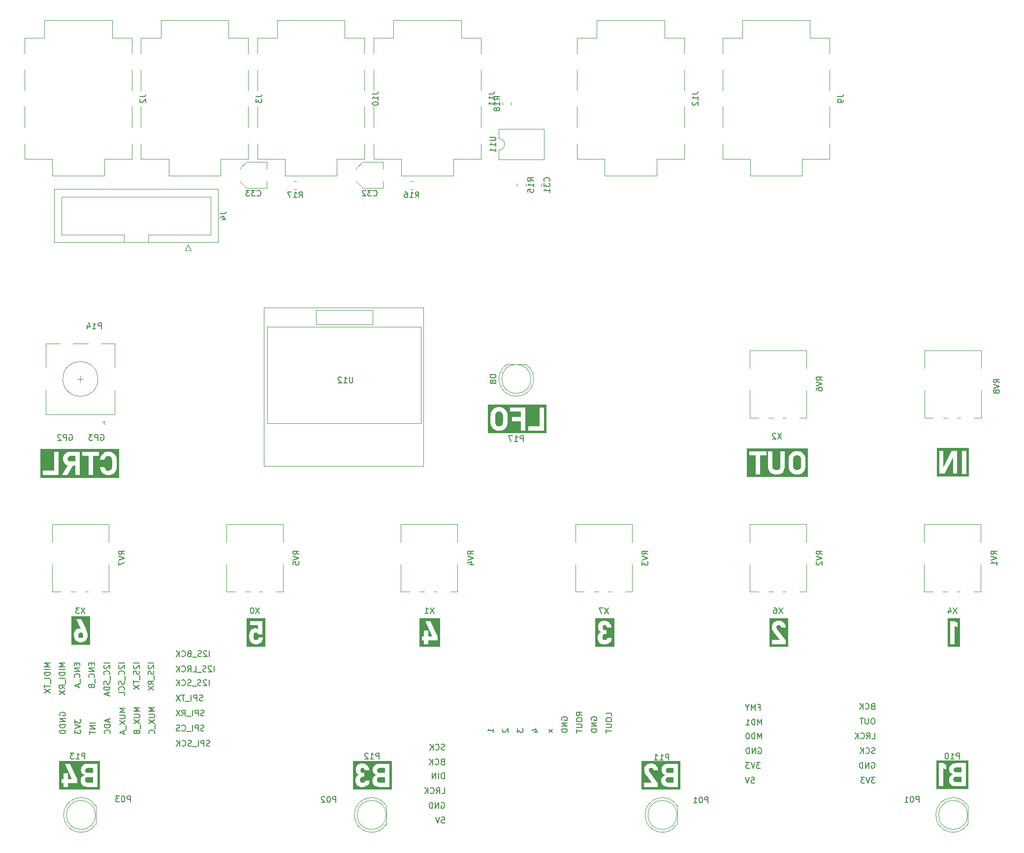
<source format=gbr>
%TF.GenerationSoftware,KiCad,Pcbnew,9.0.3*%
%TF.CreationDate,2025-08-21T10:37:57+02:00*%
%TF.ProjectId,RP2040_DSP,52503230-3430-45f4-9453-502e6b696361,V1.1*%
%TF.SameCoordinates,Original*%
%TF.FileFunction,Legend,Bot*%
%TF.FilePolarity,Positive*%
%FSLAX46Y46*%
G04 Gerber Fmt 4.6, Leading zero omitted, Abs format (unit mm)*
G04 Created by KiCad (PCBNEW 9.0.3) date 2025-08-21 10:37:57*
%MOMM*%
%LPD*%
G01*
G04 APERTURE LIST*
%ADD10C,0.200000*%
%ADD11C,0.150000*%
%ADD12C,0.100000*%
%ADD13C,0.120000*%
G04 APERTURE END LIST*
D10*
X132277945Y-144066600D02*
X132135088Y-144114219D01*
X132135088Y-144114219D02*
X131896993Y-144114219D01*
X131896993Y-144114219D02*
X131801755Y-144066600D01*
X131801755Y-144066600D02*
X131754136Y-144018980D01*
X131754136Y-144018980D02*
X131706517Y-143923742D01*
X131706517Y-143923742D02*
X131706517Y-143828504D01*
X131706517Y-143828504D02*
X131754136Y-143733266D01*
X131754136Y-143733266D02*
X131801755Y-143685647D01*
X131801755Y-143685647D02*
X131896993Y-143638028D01*
X131896993Y-143638028D02*
X132087469Y-143590409D01*
X132087469Y-143590409D02*
X132182707Y-143542790D01*
X132182707Y-143542790D02*
X132230326Y-143495171D01*
X132230326Y-143495171D02*
X132277945Y-143399933D01*
X132277945Y-143399933D02*
X132277945Y-143304695D01*
X132277945Y-143304695D02*
X132230326Y-143209457D01*
X132230326Y-143209457D02*
X132182707Y-143161838D01*
X132182707Y-143161838D02*
X132087469Y-143114219D01*
X132087469Y-143114219D02*
X131849374Y-143114219D01*
X131849374Y-143114219D02*
X131706517Y-143161838D01*
X130706517Y-144018980D02*
X130754136Y-144066600D01*
X130754136Y-144066600D02*
X130896993Y-144114219D01*
X130896993Y-144114219D02*
X130992231Y-144114219D01*
X130992231Y-144114219D02*
X131135088Y-144066600D01*
X131135088Y-144066600D02*
X131230326Y-143971361D01*
X131230326Y-143971361D02*
X131277945Y-143876123D01*
X131277945Y-143876123D02*
X131325564Y-143685647D01*
X131325564Y-143685647D02*
X131325564Y-143542790D01*
X131325564Y-143542790D02*
X131277945Y-143352314D01*
X131277945Y-143352314D02*
X131230326Y-143257076D01*
X131230326Y-143257076D02*
X131135088Y-143161838D01*
X131135088Y-143161838D02*
X130992231Y-143114219D01*
X130992231Y-143114219D02*
X130896993Y-143114219D01*
X130896993Y-143114219D02*
X130754136Y-143161838D01*
X130754136Y-143161838D02*
X130706517Y-143209457D01*
X130277945Y-144114219D02*
X130277945Y-143114219D01*
X129706517Y-144114219D02*
X130135088Y-143542790D01*
X129706517Y-143114219D02*
X130277945Y-143685647D01*
X131706517Y-153194838D02*
X131801755Y-153147219D01*
X131801755Y-153147219D02*
X131944612Y-153147219D01*
X131944612Y-153147219D02*
X132087469Y-153194838D01*
X132087469Y-153194838D02*
X132182707Y-153290076D01*
X132182707Y-153290076D02*
X132230326Y-153385314D01*
X132230326Y-153385314D02*
X132277945Y-153575790D01*
X132277945Y-153575790D02*
X132277945Y-153718647D01*
X132277945Y-153718647D02*
X132230326Y-153909123D01*
X132230326Y-153909123D02*
X132182707Y-154004361D01*
X132182707Y-154004361D02*
X132087469Y-154099600D01*
X132087469Y-154099600D02*
X131944612Y-154147219D01*
X131944612Y-154147219D02*
X131849374Y-154147219D01*
X131849374Y-154147219D02*
X131706517Y-154099600D01*
X131706517Y-154099600D02*
X131658898Y-154051980D01*
X131658898Y-154051980D02*
X131658898Y-153718647D01*
X131658898Y-153718647D02*
X131849374Y-153718647D01*
X131230326Y-154147219D02*
X131230326Y-153147219D01*
X131230326Y-153147219D02*
X130658898Y-154147219D01*
X130658898Y-154147219D02*
X130658898Y-153147219D01*
X130182707Y-154147219D02*
X130182707Y-153147219D01*
X130182707Y-153147219D02*
X129944612Y-153147219D01*
X129944612Y-153147219D02*
X129801755Y-153194838D01*
X129801755Y-153194838D02*
X129706517Y-153290076D01*
X129706517Y-153290076D02*
X129658898Y-153385314D01*
X129658898Y-153385314D02*
X129611279Y-153575790D01*
X129611279Y-153575790D02*
X129611279Y-153718647D01*
X129611279Y-153718647D02*
X129658898Y-153909123D01*
X129658898Y-153909123D02*
X129706517Y-154004361D01*
X129706517Y-154004361D02*
X129801755Y-154099600D01*
X129801755Y-154099600D02*
X129944612Y-154147219D01*
X129944612Y-154147219D02*
X130182707Y-154147219D01*
D11*
X90901064Y-140807200D02*
X90758207Y-140854819D01*
X90758207Y-140854819D02*
X90520112Y-140854819D01*
X90520112Y-140854819D02*
X90424874Y-140807200D01*
X90424874Y-140807200D02*
X90377255Y-140759580D01*
X90377255Y-140759580D02*
X90329636Y-140664342D01*
X90329636Y-140664342D02*
X90329636Y-140569104D01*
X90329636Y-140569104D02*
X90377255Y-140473866D01*
X90377255Y-140473866D02*
X90424874Y-140426247D01*
X90424874Y-140426247D02*
X90520112Y-140378628D01*
X90520112Y-140378628D02*
X90710588Y-140331009D01*
X90710588Y-140331009D02*
X90805826Y-140283390D01*
X90805826Y-140283390D02*
X90853445Y-140235771D01*
X90853445Y-140235771D02*
X90901064Y-140140533D01*
X90901064Y-140140533D02*
X90901064Y-140045295D01*
X90901064Y-140045295D02*
X90853445Y-139950057D01*
X90853445Y-139950057D02*
X90805826Y-139902438D01*
X90805826Y-139902438D02*
X90710588Y-139854819D01*
X90710588Y-139854819D02*
X90472493Y-139854819D01*
X90472493Y-139854819D02*
X90329636Y-139902438D01*
X89901064Y-140854819D02*
X89901064Y-139854819D01*
X89901064Y-139854819D02*
X89520112Y-139854819D01*
X89520112Y-139854819D02*
X89424874Y-139902438D01*
X89424874Y-139902438D02*
X89377255Y-139950057D01*
X89377255Y-139950057D02*
X89329636Y-140045295D01*
X89329636Y-140045295D02*
X89329636Y-140188152D01*
X89329636Y-140188152D02*
X89377255Y-140283390D01*
X89377255Y-140283390D02*
X89424874Y-140331009D01*
X89424874Y-140331009D02*
X89520112Y-140378628D01*
X89520112Y-140378628D02*
X89901064Y-140378628D01*
X88901064Y-140854819D02*
X88901064Y-139854819D01*
X88662970Y-140950057D02*
X87901065Y-140950057D01*
X87091541Y-140759580D02*
X87139160Y-140807200D01*
X87139160Y-140807200D02*
X87282017Y-140854819D01*
X87282017Y-140854819D02*
X87377255Y-140854819D01*
X87377255Y-140854819D02*
X87520112Y-140807200D01*
X87520112Y-140807200D02*
X87615350Y-140711961D01*
X87615350Y-140711961D02*
X87662969Y-140616723D01*
X87662969Y-140616723D02*
X87710588Y-140426247D01*
X87710588Y-140426247D02*
X87710588Y-140283390D01*
X87710588Y-140283390D02*
X87662969Y-140092914D01*
X87662969Y-140092914D02*
X87615350Y-139997676D01*
X87615350Y-139997676D02*
X87520112Y-139902438D01*
X87520112Y-139902438D02*
X87377255Y-139854819D01*
X87377255Y-139854819D02*
X87282017Y-139854819D01*
X87282017Y-139854819D02*
X87139160Y-139902438D01*
X87139160Y-139902438D02*
X87091541Y-139950057D01*
X86710588Y-140807200D02*
X86567731Y-140854819D01*
X86567731Y-140854819D02*
X86329636Y-140854819D01*
X86329636Y-140854819D02*
X86234398Y-140807200D01*
X86234398Y-140807200D02*
X86186779Y-140759580D01*
X86186779Y-140759580D02*
X86139160Y-140664342D01*
X86139160Y-140664342D02*
X86139160Y-140569104D01*
X86139160Y-140569104D02*
X86186779Y-140473866D01*
X86186779Y-140473866D02*
X86234398Y-140426247D01*
X86234398Y-140426247D02*
X86329636Y-140378628D01*
X86329636Y-140378628D02*
X86520112Y-140331009D01*
X86520112Y-140331009D02*
X86615350Y-140283390D01*
X86615350Y-140283390D02*
X86662969Y-140235771D01*
X86662969Y-140235771D02*
X86710588Y-140140533D01*
X86710588Y-140140533D02*
X86710588Y-140045295D01*
X86710588Y-140045295D02*
X86662969Y-139950057D01*
X86662969Y-139950057D02*
X86615350Y-139902438D01*
X86615350Y-139902438D02*
X86520112Y-139854819D01*
X86520112Y-139854819D02*
X86282017Y-139854819D01*
X86282017Y-139854819D02*
X86139160Y-139902438D01*
X68654819Y-138882268D02*
X68654819Y-139501315D01*
X68654819Y-139501315D02*
X69035771Y-139167982D01*
X69035771Y-139167982D02*
X69035771Y-139310839D01*
X69035771Y-139310839D02*
X69083390Y-139406077D01*
X69083390Y-139406077D02*
X69131009Y-139453696D01*
X69131009Y-139453696D02*
X69226247Y-139501315D01*
X69226247Y-139501315D02*
X69464342Y-139501315D01*
X69464342Y-139501315D02*
X69559580Y-139453696D01*
X69559580Y-139453696D02*
X69607200Y-139406077D01*
X69607200Y-139406077D02*
X69654819Y-139310839D01*
X69654819Y-139310839D02*
X69654819Y-139025125D01*
X69654819Y-139025125D02*
X69607200Y-138929887D01*
X69607200Y-138929887D02*
X69559580Y-138882268D01*
X68654819Y-139787030D02*
X69654819Y-140120363D01*
X69654819Y-140120363D02*
X68654819Y-140453696D01*
X68654819Y-140691792D02*
X68654819Y-141310839D01*
X68654819Y-141310839D02*
X69035771Y-140977506D01*
X69035771Y-140977506D02*
X69035771Y-141120363D01*
X69035771Y-141120363D02*
X69083390Y-141215601D01*
X69083390Y-141215601D02*
X69131009Y-141263220D01*
X69131009Y-141263220D02*
X69226247Y-141310839D01*
X69226247Y-141310839D02*
X69464342Y-141310839D01*
X69464342Y-141310839D02*
X69559580Y-141263220D01*
X69559580Y-141263220D02*
X69607200Y-141215601D01*
X69607200Y-141215601D02*
X69654819Y-141120363D01*
X69654819Y-141120363D02*
X69654819Y-140834649D01*
X69654819Y-140834649D02*
X69607200Y-140739411D01*
X69607200Y-140739411D02*
X69559580Y-140691792D01*
D10*
X161007219Y-138316040D02*
X161007219Y-137839850D01*
X161007219Y-137839850D02*
X160007219Y-137839850D01*
X160007219Y-138839850D02*
X160007219Y-139030326D01*
X160007219Y-139030326D02*
X160054838Y-139125564D01*
X160054838Y-139125564D02*
X160150076Y-139220802D01*
X160150076Y-139220802D02*
X160340552Y-139268421D01*
X160340552Y-139268421D02*
X160673885Y-139268421D01*
X160673885Y-139268421D02*
X160864361Y-139220802D01*
X160864361Y-139220802D02*
X160959600Y-139125564D01*
X160959600Y-139125564D02*
X161007219Y-139030326D01*
X161007219Y-139030326D02*
X161007219Y-138839850D01*
X161007219Y-138839850D02*
X160959600Y-138744612D01*
X160959600Y-138744612D02*
X160864361Y-138649374D01*
X160864361Y-138649374D02*
X160673885Y-138601755D01*
X160673885Y-138601755D02*
X160340552Y-138601755D01*
X160340552Y-138601755D02*
X160150076Y-138649374D01*
X160150076Y-138649374D02*
X160054838Y-138744612D01*
X160054838Y-138744612D02*
X160007219Y-138839850D01*
X160007219Y-139696993D02*
X160816742Y-139696993D01*
X160816742Y-139696993D02*
X160911980Y-139744612D01*
X160911980Y-139744612D02*
X160959600Y-139792231D01*
X160959600Y-139792231D02*
X161007219Y-139887469D01*
X161007219Y-139887469D02*
X161007219Y-140077945D01*
X161007219Y-140077945D02*
X160959600Y-140173183D01*
X160959600Y-140173183D02*
X160911980Y-140220802D01*
X160911980Y-140220802D02*
X160816742Y-140268421D01*
X160816742Y-140268421D02*
X160007219Y-140268421D01*
X160007219Y-140601755D02*
X160007219Y-141173183D01*
X161007219Y-140887469D02*
X160007219Y-140887469D01*
X147640552Y-140982707D02*
X148307219Y-140982707D01*
X147259600Y-140744612D02*
X147973885Y-140506517D01*
X147973885Y-140506517D02*
X147973885Y-141125564D01*
D12*
G36*
X220933277Y-126354444D02*
G01*
X218811940Y-126354444D01*
X218811940Y-125910000D01*
X219256384Y-125910000D01*
X220005233Y-125910000D01*
X220005233Y-122816908D01*
X220488833Y-122999846D01*
X220488833Y-122204836D01*
X219895812Y-121936901D01*
X219256384Y-121936901D01*
X219256384Y-125910000D01*
X218811940Y-125910000D01*
X218811940Y-121492457D01*
X220933277Y-121492457D01*
X220933277Y-126354444D01*
G37*
D11*
X190209523Y-89654819D02*
X189542857Y-90654819D01*
X189542857Y-89654819D02*
X190209523Y-90654819D01*
X189209523Y-89750057D02*
X189161904Y-89702438D01*
X189161904Y-89702438D02*
X189066666Y-89654819D01*
X189066666Y-89654819D02*
X188828571Y-89654819D01*
X188828571Y-89654819D02*
X188733333Y-89702438D01*
X188733333Y-89702438D02*
X188685714Y-89750057D01*
X188685714Y-89750057D02*
X188638095Y-89845295D01*
X188638095Y-89845295D02*
X188638095Y-89940533D01*
X188638095Y-89940533D02*
X188685714Y-90083390D01*
X188685714Y-90083390D02*
X189257142Y-90654819D01*
X189257142Y-90654819D02*
X188638095Y-90654819D01*
X145817535Y-91054819D02*
X145817535Y-90054819D01*
X145817535Y-90054819D02*
X145436583Y-90054819D01*
X145436583Y-90054819D02*
X145341345Y-90102438D01*
X145341345Y-90102438D02*
X145293726Y-90150057D01*
X145293726Y-90150057D02*
X145246107Y-90245295D01*
X145246107Y-90245295D02*
X145246107Y-90388152D01*
X145246107Y-90388152D02*
X145293726Y-90483390D01*
X145293726Y-90483390D02*
X145341345Y-90531009D01*
X145341345Y-90531009D02*
X145436583Y-90578628D01*
X145436583Y-90578628D02*
X145817535Y-90578628D01*
X144293726Y-91054819D02*
X144865154Y-91054819D01*
X144579440Y-91054819D02*
X144579440Y-90054819D01*
X144579440Y-90054819D02*
X144674678Y-90197676D01*
X144674678Y-90197676D02*
X144769916Y-90292914D01*
X144769916Y-90292914D02*
X144865154Y-90340533D01*
X143960392Y-90054819D02*
X143293726Y-90054819D01*
X143293726Y-90054819D02*
X143722297Y-91054819D01*
X170814285Y-145854819D02*
X170814285Y-144854819D01*
X170814285Y-144854819D02*
X170433333Y-144854819D01*
X170433333Y-144854819D02*
X170338095Y-144902438D01*
X170338095Y-144902438D02*
X170290476Y-144950057D01*
X170290476Y-144950057D02*
X170242857Y-145045295D01*
X170242857Y-145045295D02*
X170242857Y-145188152D01*
X170242857Y-145188152D02*
X170290476Y-145283390D01*
X170290476Y-145283390D02*
X170338095Y-145331009D01*
X170338095Y-145331009D02*
X170433333Y-145378628D01*
X170433333Y-145378628D02*
X170814285Y-145378628D01*
X169290476Y-145854819D02*
X169861904Y-145854819D01*
X169576190Y-145854819D02*
X169576190Y-144854819D01*
X169576190Y-144854819D02*
X169671428Y-144997676D01*
X169671428Y-144997676D02*
X169766666Y-145092914D01*
X169766666Y-145092914D02*
X169861904Y-145140533D01*
X168338095Y-145854819D02*
X168909523Y-145854819D01*
X168623809Y-145854819D02*
X168623809Y-144854819D01*
X168623809Y-144854819D02*
X168719047Y-144997676D01*
X168719047Y-144997676D02*
X168814285Y-145092914D01*
X168814285Y-145092914D02*
X168909523Y-145140533D01*
X70409523Y-119654819D02*
X69742857Y-120654819D01*
X69742857Y-119654819D02*
X70409523Y-120654819D01*
X69457142Y-119654819D02*
X68838095Y-119654819D01*
X68838095Y-119654819D02*
X69171428Y-120035771D01*
X69171428Y-120035771D02*
X69028571Y-120035771D01*
X69028571Y-120035771D02*
X68933333Y-120083390D01*
X68933333Y-120083390D02*
X68885714Y-120131009D01*
X68885714Y-120131009D02*
X68838095Y-120226247D01*
X68838095Y-120226247D02*
X68838095Y-120464342D01*
X68838095Y-120464342D02*
X68885714Y-120559580D01*
X68885714Y-120559580D02*
X68933333Y-120607200D01*
X68933333Y-120607200D02*
X69028571Y-120654819D01*
X69028571Y-120654819D02*
X69314285Y-120654819D01*
X69314285Y-120654819D02*
X69409523Y-120607200D01*
X69409523Y-120607200D02*
X69457142Y-120559580D01*
D10*
X144767219Y-140458898D02*
X144767219Y-141077945D01*
X144767219Y-141077945D02*
X145148171Y-140744612D01*
X145148171Y-140744612D02*
X145148171Y-140887469D01*
X145148171Y-140887469D02*
X145195790Y-140982707D01*
X145195790Y-140982707D02*
X145243409Y-141030326D01*
X145243409Y-141030326D02*
X145338647Y-141077945D01*
X145338647Y-141077945D02*
X145576742Y-141077945D01*
X145576742Y-141077945D02*
X145671980Y-141030326D01*
X145671980Y-141030326D02*
X145719600Y-140982707D01*
X145719600Y-140982707D02*
X145767219Y-140887469D01*
X145767219Y-140887469D02*
X145767219Y-140601755D01*
X145767219Y-140601755D02*
X145719600Y-140506517D01*
X145719600Y-140506517D02*
X145671980Y-140458898D01*
D11*
X77354819Y-136977506D02*
X76354819Y-136977506D01*
X76354819Y-136977506D02*
X77069104Y-137310839D01*
X77069104Y-137310839D02*
X76354819Y-137644172D01*
X76354819Y-137644172D02*
X77354819Y-137644172D01*
X76354819Y-138120363D02*
X77164342Y-138120363D01*
X77164342Y-138120363D02*
X77259580Y-138167982D01*
X77259580Y-138167982D02*
X77307200Y-138215601D01*
X77307200Y-138215601D02*
X77354819Y-138310839D01*
X77354819Y-138310839D02*
X77354819Y-138501315D01*
X77354819Y-138501315D02*
X77307200Y-138596553D01*
X77307200Y-138596553D02*
X77259580Y-138644172D01*
X77259580Y-138644172D02*
X77164342Y-138691791D01*
X77164342Y-138691791D02*
X76354819Y-138691791D01*
X76354819Y-139072744D02*
X77354819Y-139739410D01*
X76354819Y-139739410D02*
X77354819Y-139072744D01*
X77450057Y-139882268D02*
X77450057Y-140644172D01*
X77069104Y-140834649D02*
X77069104Y-141310839D01*
X77354819Y-140739411D02*
X76354819Y-141072744D01*
X76354819Y-141072744D02*
X77354819Y-141406077D01*
X77204819Y-129136779D02*
X76204819Y-129136779D01*
X76300057Y-129565350D02*
X76252438Y-129612969D01*
X76252438Y-129612969D02*
X76204819Y-129708207D01*
X76204819Y-129708207D02*
X76204819Y-129946302D01*
X76204819Y-129946302D02*
X76252438Y-130041540D01*
X76252438Y-130041540D02*
X76300057Y-130089159D01*
X76300057Y-130089159D02*
X76395295Y-130136778D01*
X76395295Y-130136778D02*
X76490533Y-130136778D01*
X76490533Y-130136778D02*
X76633390Y-130089159D01*
X76633390Y-130089159D02*
X77204819Y-129517731D01*
X77204819Y-129517731D02*
X77204819Y-130136778D01*
X77109580Y-131136778D02*
X77157200Y-131089159D01*
X77157200Y-131089159D02*
X77204819Y-130946302D01*
X77204819Y-130946302D02*
X77204819Y-130851064D01*
X77204819Y-130851064D02*
X77157200Y-130708207D01*
X77157200Y-130708207D02*
X77061961Y-130612969D01*
X77061961Y-130612969D02*
X76966723Y-130565350D01*
X76966723Y-130565350D02*
X76776247Y-130517731D01*
X76776247Y-130517731D02*
X76633390Y-130517731D01*
X76633390Y-130517731D02*
X76442914Y-130565350D01*
X76442914Y-130565350D02*
X76347676Y-130612969D01*
X76347676Y-130612969D02*
X76252438Y-130708207D01*
X76252438Y-130708207D02*
X76204819Y-130851064D01*
X76204819Y-130851064D02*
X76204819Y-130946302D01*
X76204819Y-130946302D02*
X76252438Y-131089159D01*
X76252438Y-131089159D02*
X76300057Y-131136778D01*
X77300057Y-131327255D02*
X77300057Y-132089159D01*
X77157200Y-132279636D02*
X77204819Y-132422493D01*
X77204819Y-132422493D02*
X77204819Y-132660588D01*
X77204819Y-132660588D02*
X77157200Y-132755826D01*
X77157200Y-132755826D02*
X77109580Y-132803445D01*
X77109580Y-132803445D02*
X77014342Y-132851064D01*
X77014342Y-132851064D02*
X76919104Y-132851064D01*
X76919104Y-132851064D02*
X76823866Y-132803445D01*
X76823866Y-132803445D02*
X76776247Y-132755826D01*
X76776247Y-132755826D02*
X76728628Y-132660588D01*
X76728628Y-132660588D02*
X76681009Y-132470112D01*
X76681009Y-132470112D02*
X76633390Y-132374874D01*
X76633390Y-132374874D02*
X76585771Y-132327255D01*
X76585771Y-132327255D02*
X76490533Y-132279636D01*
X76490533Y-132279636D02*
X76395295Y-132279636D01*
X76395295Y-132279636D02*
X76300057Y-132327255D01*
X76300057Y-132327255D02*
X76252438Y-132374874D01*
X76252438Y-132374874D02*
X76204819Y-132470112D01*
X76204819Y-132470112D02*
X76204819Y-132708207D01*
X76204819Y-132708207D02*
X76252438Y-132851064D01*
X77109580Y-133851064D02*
X77157200Y-133803445D01*
X77157200Y-133803445D02*
X77204819Y-133660588D01*
X77204819Y-133660588D02*
X77204819Y-133565350D01*
X77204819Y-133565350D02*
X77157200Y-133422493D01*
X77157200Y-133422493D02*
X77061961Y-133327255D01*
X77061961Y-133327255D02*
X76966723Y-133279636D01*
X76966723Y-133279636D02*
X76776247Y-133232017D01*
X76776247Y-133232017D02*
X76633390Y-133232017D01*
X76633390Y-133232017D02*
X76442914Y-133279636D01*
X76442914Y-133279636D02*
X76347676Y-133327255D01*
X76347676Y-133327255D02*
X76252438Y-133422493D01*
X76252438Y-133422493D02*
X76204819Y-133565350D01*
X76204819Y-133565350D02*
X76204819Y-133660588D01*
X76204819Y-133660588D02*
X76252438Y-133803445D01*
X76252438Y-133803445D02*
X76300057Y-133851064D01*
X77204819Y-134755826D02*
X77204819Y-134279636D01*
X77204819Y-134279636D02*
X76204819Y-134279636D01*
D10*
X131754136Y-155687219D02*
X132230326Y-155687219D01*
X132230326Y-155687219D02*
X132277945Y-156163409D01*
X132277945Y-156163409D02*
X132230326Y-156115790D01*
X132230326Y-156115790D02*
X132135088Y-156068171D01*
X132135088Y-156068171D02*
X131896993Y-156068171D01*
X131896993Y-156068171D02*
X131801755Y-156115790D01*
X131801755Y-156115790D02*
X131754136Y-156163409D01*
X131754136Y-156163409D02*
X131706517Y-156258647D01*
X131706517Y-156258647D02*
X131706517Y-156496742D01*
X131706517Y-156496742D02*
X131754136Y-156591980D01*
X131754136Y-156591980D02*
X131801755Y-156639600D01*
X131801755Y-156639600D02*
X131896993Y-156687219D01*
X131896993Y-156687219D02*
X132135088Y-156687219D01*
X132135088Y-156687219D02*
X132230326Y-156639600D01*
X132230326Y-156639600D02*
X132277945Y-156591980D01*
X131420802Y-155687219D02*
X131087469Y-156687219D01*
X131087469Y-156687219D02*
X130754136Y-155687219D01*
D11*
X74654819Y-129136779D02*
X73654819Y-129136779D01*
X73750057Y-129565350D02*
X73702438Y-129612969D01*
X73702438Y-129612969D02*
X73654819Y-129708207D01*
X73654819Y-129708207D02*
X73654819Y-129946302D01*
X73654819Y-129946302D02*
X73702438Y-130041540D01*
X73702438Y-130041540D02*
X73750057Y-130089159D01*
X73750057Y-130089159D02*
X73845295Y-130136778D01*
X73845295Y-130136778D02*
X73940533Y-130136778D01*
X73940533Y-130136778D02*
X74083390Y-130089159D01*
X74083390Y-130089159D02*
X74654819Y-129517731D01*
X74654819Y-129517731D02*
X74654819Y-130136778D01*
X74559580Y-131136778D02*
X74607200Y-131089159D01*
X74607200Y-131089159D02*
X74654819Y-130946302D01*
X74654819Y-130946302D02*
X74654819Y-130851064D01*
X74654819Y-130851064D02*
X74607200Y-130708207D01*
X74607200Y-130708207D02*
X74511961Y-130612969D01*
X74511961Y-130612969D02*
X74416723Y-130565350D01*
X74416723Y-130565350D02*
X74226247Y-130517731D01*
X74226247Y-130517731D02*
X74083390Y-130517731D01*
X74083390Y-130517731D02*
X73892914Y-130565350D01*
X73892914Y-130565350D02*
X73797676Y-130612969D01*
X73797676Y-130612969D02*
X73702438Y-130708207D01*
X73702438Y-130708207D02*
X73654819Y-130851064D01*
X73654819Y-130851064D02*
X73654819Y-130946302D01*
X73654819Y-130946302D02*
X73702438Y-131089159D01*
X73702438Y-131089159D02*
X73750057Y-131136778D01*
X74750057Y-131327255D02*
X74750057Y-132089159D01*
X74607200Y-132279636D02*
X74654819Y-132422493D01*
X74654819Y-132422493D02*
X74654819Y-132660588D01*
X74654819Y-132660588D02*
X74607200Y-132755826D01*
X74607200Y-132755826D02*
X74559580Y-132803445D01*
X74559580Y-132803445D02*
X74464342Y-132851064D01*
X74464342Y-132851064D02*
X74369104Y-132851064D01*
X74369104Y-132851064D02*
X74273866Y-132803445D01*
X74273866Y-132803445D02*
X74226247Y-132755826D01*
X74226247Y-132755826D02*
X74178628Y-132660588D01*
X74178628Y-132660588D02*
X74131009Y-132470112D01*
X74131009Y-132470112D02*
X74083390Y-132374874D01*
X74083390Y-132374874D02*
X74035771Y-132327255D01*
X74035771Y-132327255D02*
X73940533Y-132279636D01*
X73940533Y-132279636D02*
X73845295Y-132279636D01*
X73845295Y-132279636D02*
X73750057Y-132327255D01*
X73750057Y-132327255D02*
X73702438Y-132374874D01*
X73702438Y-132374874D02*
X73654819Y-132470112D01*
X73654819Y-132470112D02*
X73654819Y-132708207D01*
X73654819Y-132708207D02*
X73702438Y-132851064D01*
X74654819Y-133279636D02*
X73654819Y-133279636D01*
X73654819Y-133279636D02*
X73654819Y-133517731D01*
X73654819Y-133517731D02*
X73702438Y-133660588D01*
X73702438Y-133660588D02*
X73797676Y-133755826D01*
X73797676Y-133755826D02*
X73892914Y-133803445D01*
X73892914Y-133803445D02*
X74083390Y-133851064D01*
X74083390Y-133851064D02*
X74226247Y-133851064D01*
X74226247Y-133851064D02*
X74416723Y-133803445D01*
X74416723Y-133803445D02*
X74511961Y-133755826D01*
X74511961Y-133755826D02*
X74607200Y-133660588D01*
X74607200Y-133660588D02*
X74654819Y-133517731D01*
X74654819Y-133517731D02*
X74654819Y-133279636D01*
X74369104Y-134232017D02*
X74369104Y-134708207D01*
X74654819Y-134136779D02*
X73654819Y-134470112D01*
X73654819Y-134470112D02*
X74654819Y-134803445D01*
D12*
G36*
X122000731Y-149738506D02*
G01*
X121153453Y-149738506D01*
X120986609Y-149723000D01*
X120856877Y-149680491D01*
X120756070Y-149614187D01*
X120679424Y-149522753D01*
X120632218Y-149408913D01*
X120615386Y-149265896D01*
X120615386Y-149257592D01*
X120631860Y-149115163D01*
X120678156Y-149000893D01*
X120754724Y-148907854D01*
X120862560Y-148838471D01*
X120991783Y-148797187D01*
X121153453Y-148782295D01*
X122000731Y-148782295D01*
X122000731Y-149738506D01*
G37*
G36*
X122000731Y-148060802D02*
G01*
X121153453Y-148060802D01*
X121003058Y-148046233D01*
X120885841Y-148006173D01*
X120794416Y-147943321D01*
X120725409Y-147857329D01*
X120682534Y-147749360D01*
X120667166Y-147612861D01*
X120682235Y-147491133D01*
X120724737Y-147393718D01*
X120794416Y-147314884D01*
X120884973Y-147258307D01*
X121002166Y-147221772D01*
X121153453Y-147208394D01*
X122000731Y-147208394D01*
X122000731Y-148060802D01*
G37*
G36*
X123193780Y-150945476D02*
G01*
X116495820Y-150945476D01*
X116495820Y-149284947D01*
X116940264Y-149284947D01*
X116940264Y-149405359D01*
X116956626Y-149633207D01*
X117003059Y-149829048D01*
X117077040Y-149998136D01*
X117181695Y-150148655D01*
X117313574Y-150272783D01*
X117475888Y-150372561D01*
X117655173Y-150441773D01*
X117863772Y-150485548D01*
X118107012Y-150501032D01*
X118344627Y-150485675D01*
X118557554Y-150441391D01*
X118749371Y-150369874D01*
X118925428Y-150268232D01*
X119073890Y-150141306D01*
X119197556Y-149987390D01*
X119290292Y-149812992D01*
X119351725Y-149615009D01*
X119380494Y-149388750D01*
X118607221Y-149388750D01*
X118580100Y-149505113D01*
X118534925Y-149598066D01*
X118470558Y-149674186D01*
X118391311Y-149729225D01*
X118298985Y-149762492D01*
X118189078Y-149774166D01*
X118051757Y-149759631D01*
X117944275Y-149719406D01*
X117859838Y-149655464D01*
X117797462Y-149569396D01*
X117758070Y-149460023D01*
X117748840Y-149369699D01*
X119861164Y-149369699D01*
X119861164Y-149378004D01*
X119878214Y-149601827D01*
X119926760Y-149795002D01*
X120004535Y-149962721D01*
X120113690Y-150110859D01*
X120251803Y-150233754D01*
X120422678Y-150332993D01*
X120609869Y-150401310D01*
X120828034Y-150444648D01*
X121082623Y-150460000D01*
X122000731Y-150460000D01*
X122749336Y-150460000D01*
X122749336Y-146486901D01*
X122421318Y-146486901D01*
X121129029Y-146486901D01*
X120874443Y-146502304D01*
X120656808Y-146545744D01*
X120470550Y-146614152D01*
X120300582Y-146713264D01*
X120163366Y-146835682D01*
X120055093Y-146982958D01*
X119977968Y-147149638D01*
X119929841Y-147341453D01*
X119912944Y-147563524D01*
X119918202Y-147612861D01*
X119936670Y-147786171D01*
X120004535Y-147974829D01*
X120116301Y-148137086D01*
X120271004Y-148268653D01*
X120459012Y-148363096D01*
X120691834Y-148424235D01*
X120443722Y-148483710D01*
X120242427Y-148584214D01*
X120077452Y-148727607D01*
X119958129Y-148908080D01*
X119886437Y-149118281D01*
X119872433Y-149257592D01*
X119861164Y-149369699D01*
X117748840Y-149369699D01*
X117743823Y-149320607D01*
X117743823Y-149227550D01*
X117769810Y-149018166D01*
X117838101Y-148878039D01*
X117908692Y-148810387D01*
X117996506Y-148769437D01*
X118107012Y-148754940D01*
X118443334Y-148754940D01*
X118443334Y-148033447D01*
X118107012Y-148033447D01*
X117980145Y-148006046D01*
X117887193Y-147925736D01*
X117830733Y-147803645D01*
X117809280Y-147623607D01*
X117809280Y-147555464D01*
X117832735Y-147387100D01*
X117895498Y-147272630D01*
X117996272Y-147198825D01*
X118137298Y-147172735D01*
X118234117Y-147185821D01*
X118321701Y-147224759D01*
X118397210Y-147286994D01*
X118462385Y-147375212D01*
X118510390Y-147480406D01*
X118544207Y-147612861D01*
X119314793Y-147612861D01*
X119277070Y-147375215D01*
X119211498Y-147167580D01*
X119119643Y-146985645D01*
X118998823Y-146822320D01*
X118857732Y-146689373D01*
X118694660Y-146584110D01*
X118515301Y-146508162D01*
X118321409Y-146461938D01*
X118109943Y-146446113D01*
X117845765Y-146465226D01*
X117626758Y-146518629D01*
X117444976Y-146602361D01*
X117294172Y-146715268D01*
X117171735Y-146858377D01*
X117082381Y-147029258D01*
X117026022Y-147233526D01*
X117005965Y-147478771D01*
X117005965Y-147599183D01*
X117022125Y-147778844D01*
X117068859Y-147937816D01*
X117145428Y-148080097D01*
X117249563Y-148203494D01*
X117380276Y-148305248D01*
X117541590Y-148386133D01*
X117362713Y-148449605D01*
X117216476Y-148548938D01*
X117097556Y-148686552D01*
X117012957Y-148850184D01*
X116959390Y-149047109D01*
X116940264Y-149284947D01*
X116495820Y-149284947D01*
X116495820Y-146001669D01*
X123193780Y-146001669D01*
X123193780Y-150945476D01*
G37*
D10*
X152434838Y-138982707D02*
X152387219Y-138887469D01*
X152387219Y-138887469D02*
X152387219Y-138744612D01*
X152387219Y-138744612D02*
X152434838Y-138601755D01*
X152434838Y-138601755D02*
X152530076Y-138506517D01*
X152530076Y-138506517D02*
X152625314Y-138458898D01*
X152625314Y-138458898D02*
X152815790Y-138411279D01*
X152815790Y-138411279D02*
X152958647Y-138411279D01*
X152958647Y-138411279D02*
X153149123Y-138458898D01*
X153149123Y-138458898D02*
X153244361Y-138506517D01*
X153244361Y-138506517D02*
X153339600Y-138601755D01*
X153339600Y-138601755D02*
X153387219Y-138744612D01*
X153387219Y-138744612D02*
X153387219Y-138839850D01*
X153387219Y-138839850D02*
X153339600Y-138982707D01*
X153339600Y-138982707D02*
X153291980Y-139030326D01*
X153291980Y-139030326D02*
X152958647Y-139030326D01*
X152958647Y-139030326D02*
X152958647Y-138839850D01*
X153387219Y-139458898D02*
X152387219Y-139458898D01*
X152387219Y-139458898D02*
X153387219Y-140030326D01*
X153387219Y-140030326D02*
X152387219Y-140030326D01*
X153387219Y-140506517D02*
X152387219Y-140506517D01*
X152387219Y-140506517D02*
X152387219Y-140744612D01*
X152387219Y-140744612D02*
X152434838Y-140887469D01*
X152434838Y-140887469D02*
X152530076Y-140982707D01*
X152530076Y-140982707D02*
X152625314Y-141030326D01*
X152625314Y-141030326D02*
X152815790Y-141077945D01*
X152815790Y-141077945D02*
X152958647Y-141077945D01*
X152958647Y-141077945D02*
X153149123Y-141030326D01*
X153149123Y-141030326D02*
X153244361Y-140982707D01*
X153244361Y-140982707D02*
X153339600Y-140887469D01*
X153339600Y-140887469D02*
X153387219Y-140744612D01*
X153387219Y-140744612D02*
X153387219Y-140506517D01*
D12*
G36*
X69826280Y-123936351D02*
G01*
X69925810Y-123981427D01*
X70006279Y-124055708D01*
X70063591Y-124151693D01*
X70100665Y-124275364D01*
X70114234Y-124434284D01*
X70114234Y-124436971D01*
X70100802Y-124575150D01*
X70063960Y-124682149D01*
X70006279Y-124764989D01*
X69927425Y-124826961D01*
X69827942Y-124865636D01*
X69701708Y-124879539D01*
X69573611Y-124865415D01*
X69473240Y-124826216D01*
X69394207Y-124763524D01*
X69336458Y-124679791D01*
X69299644Y-124572317D01*
X69286251Y-124434284D01*
X69286251Y-124431598D01*
X69299933Y-124270841D01*
X69337098Y-124147383D01*
X69394207Y-124053021D01*
X69474542Y-123980506D01*
X69574958Y-123936173D01*
X69701708Y-123920397D01*
X69826280Y-123936351D01*
G37*
G36*
X71307283Y-126045476D02*
G01*
X68093203Y-126045476D01*
X68093203Y-124384947D01*
X68537647Y-124384947D01*
X68537647Y-124387878D01*
X68540493Y-124431598D01*
X68554056Y-124639952D01*
X68600525Y-124856730D01*
X68674179Y-125043670D01*
X68779965Y-125212356D01*
X68911736Y-125349700D01*
X69071806Y-125458883D01*
X69250971Y-125535675D01*
X69459066Y-125583983D01*
X69701708Y-125601032D01*
X69942443Y-125584193D01*
X70149631Y-125536409D01*
X70328680Y-125460348D01*
X70488858Y-125352123D01*
X70620598Y-125216500D01*
X70726307Y-125050509D01*
X70799900Y-124866259D01*
X70846395Y-124651735D01*
X70862839Y-124401311D01*
X70862839Y-124398625D01*
X70849964Y-124180381D01*
X70809594Y-123942379D01*
X70745628Y-123703026D01*
X70657919Y-123458778D01*
X70623969Y-123376713D01*
X70586844Y-123297578D01*
X69780843Y-121586901D01*
X68933809Y-121586901D01*
X69719836Y-123215373D01*
X69573237Y-123199148D01*
X69358326Y-123215743D01*
X69173268Y-123262965D01*
X69012943Y-123338611D01*
X68871675Y-123444392D01*
X68754254Y-123578355D01*
X68659280Y-123744298D01*
X68593882Y-123925898D01*
X68552361Y-124137689D01*
X68537647Y-124384947D01*
X68093203Y-124384947D01*
X68093203Y-121142457D01*
X71307283Y-121142457D01*
X71307283Y-126045476D01*
G37*
G36*
X68761199Y-94490181D02*
G01*
X67829412Y-94490181D01*
X67720284Y-94475496D01*
X67627179Y-94432784D01*
X67550563Y-94364236D01*
X67491869Y-94268897D01*
X67455851Y-94156722D01*
X67441311Y-94022944D01*
X67453818Y-93888990D01*
X67489182Y-93776992D01*
X67547876Y-93681653D01*
X67624493Y-93613105D01*
X67717954Y-93570477D01*
X67829412Y-93555708D01*
X68761199Y-93555708D01*
X68761199Y-94490181D01*
G37*
G36*
X76300653Y-97295476D02*
G01*
X62753880Y-97295476D01*
X62753880Y-96088506D01*
X63198324Y-96088506D01*
X63198324Y-96810000D01*
X65111234Y-96810000D01*
X65859838Y-96810000D01*
X66504151Y-96810000D01*
X67411269Y-96810000D01*
X68306949Y-95211430D01*
X68761199Y-95211430D01*
X68761199Y-96810000D01*
X69509803Y-96810000D01*
X69509803Y-93558394D01*
X69945532Y-93558394D01*
X71027528Y-93558394D01*
X71027528Y-96810000D01*
X71776133Y-96810000D01*
X71776133Y-94167780D01*
X72995149Y-94167780D01*
X73771352Y-94167780D01*
X73828675Y-93981295D01*
X73906663Y-93831702D01*
X74009157Y-93707224D01*
X74127947Y-93618478D01*
X74264128Y-93563511D01*
X74418840Y-93544717D01*
X74618163Y-93567411D01*
X74776900Y-93630935D01*
X74906060Y-93735684D01*
X75002336Y-93882260D01*
X75059375Y-94058062D01*
X75080006Y-94279644D01*
X75080006Y-95369944D01*
X75059349Y-95591395D01*
X75002336Y-95766350D01*
X74906163Y-95911706D01*
X74776900Y-96016210D01*
X74618180Y-96079550D01*
X74418840Y-96102184D01*
X74261494Y-96083705D01*
X74123795Y-96029888D01*
X74004280Y-95942000D01*
X73902511Y-95818129D01*
X73826223Y-95668034D01*
X73771352Y-95479364D01*
X72995149Y-95479364D01*
X73061812Y-95763707D01*
X73152197Y-96009336D01*
X73264549Y-96221130D01*
X73406443Y-96412525D01*
X73568065Y-96567600D01*
X73750836Y-96689832D01*
X73952103Y-96778230D01*
X74173414Y-96832372D01*
X74418840Y-96851032D01*
X74717117Y-96830255D01*
X74973522Y-96771334D01*
X75194800Y-96677620D01*
X75392818Y-96544203D01*
X75555795Y-96376897D01*
X75686705Y-96172037D01*
X75778063Y-95944583D01*
X75835789Y-95679557D01*
X75856209Y-95369944D01*
X75856209Y-94279644D01*
X75835785Y-93970029D01*
X75778055Y-93705092D01*
X75686705Y-93477794D01*
X75555839Y-93272852D01*
X75392859Y-93105121D01*
X75194800Y-92970990D01*
X74973434Y-92876455D01*
X74717034Y-92817053D01*
X74418840Y-92796113D01*
X74173399Y-92814749D01*
X73951575Y-92868869D01*
X73749371Y-92957313D01*
X73565817Y-93079611D01*
X73403720Y-93234699D01*
X73261618Y-93426015D01*
X73149565Y-93637718D01*
X73060142Y-93883319D01*
X72995149Y-94167780D01*
X71776133Y-94167780D01*
X71776133Y-93558394D01*
X72858128Y-93558394D01*
X72858128Y-92836901D01*
X69945532Y-92836901D01*
X69945532Y-93558394D01*
X69509803Y-93558394D01*
X69509803Y-92834214D01*
X69212071Y-92834214D01*
X67769329Y-92834214D01*
X67554732Y-92851388D01*
X67363895Y-92900986D01*
X67192671Y-92981737D01*
X67039959Y-93093075D01*
X66912138Y-93230971D01*
X66807500Y-93398415D01*
X66733047Y-93582462D01*
X66686822Y-93789260D01*
X66670724Y-94022944D01*
X66686818Y-94256464D01*
X66733039Y-94463185D01*
X66807500Y-94647229D01*
X66912224Y-94814569D01*
X67040507Y-94952476D01*
X67194137Y-95063907D01*
X67366103Y-95144789D01*
X67456065Y-95168192D01*
X66504151Y-96810000D01*
X65859838Y-96810000D01*
X65859838Y-92836901D01*
X65111234Y-92836901D01*
X65111234Y-96088506D01*
X63198324Y-96088506D01*
X62753880Y-96088506D01*
X62753880Y-92351669D01*
X76300653Y-92351669D01*
X76300653Y-97295476D01*
G37*
D10*
X140687219Y-141077945D02*
X140687219Y-140506517D01*
X140687219Y-140792231D02*
X139687219Y-140792231D01*
X139687219Y-140792231D02*
X139830076Y-140696993D01*
X139830076Y-140696993D02*
X139925314Y-140601755D01*
X139925314Y-140601755D02*
X139972933Y-140506517D01*
X206277945Y-144699600D02*
X206135088Y-144747219D01*
X206135088Y-144747219D02*
X205896993Y-144747219D01*
X205896993Y-144747219D02*
X205801755Y-144699600D01*
X205801755Y-144699600D02*
X205754136Y-144651980D01*
X205754136Y-144651980D02*
X205706517Y-144556742D01*
X205706517Y-144556742D02*
X205706517Y-144461504D01*
X205706517Y-144461504D02*
X205754136Y-144366266D01*
X205754136Y-144366266D02*
X205801755Y-144318647D01*
X205801755Y-144318647D02*
X205896993Y-144271028D01*
X205896993Y-144271028D02*
X206087469Y-144223409D01*
X206087469Y-144223409D02*
X206182707Y-144175790D01*
X206182707Y-144175790D02*
X206230326Y-144128171D01*
X206230326Y-144128171D02*
X206277945Y-144032933D01*
X206277945Y-144032933D02*
X206277945Y-143937695D01*
X206277945Y-143937695D02*
X206230326Y-143842457D01*
X206230326Y-143842457D02*
X206182707Y-143794838D01*
X206182707Y-143794838D02*
X206087469Y-143747219D01*
X206087469Y-143747219D02*
X205849374Y-143747219D01*
X205849374Y-143747219D02*
X205706517Y-143794838D01*
X204706517Y-144651980D02*
X204754136Y-144699600D01*
X204754136Y-144699600D02*
X204896993Y-144747219D01*
X204896993Y-144747219D02*
X204992231Y-144747219D01*
X204992231Y-144747219D02*
X205135088Y-144699600D01*
X205135088Y-144699600D02*
X205230326Y-144604361D01*
X205230326Y-144604361D02*
X205277945Y-144509123D01*
X205277945Y-144509123D02*
X205325564Y-144318647D01*
X205325564Y-144318647D02*
X205325564Y-144175790D01*
X205325564Y-144175790D02*
X205277945Y-143985314D01*
X205277945Y-143985314D02*
X205230326Y-143890076D01*
X205230326Y-143890076D02*
X205135088Y-143794838D01*
X205135088Y-143794838D02*
X204992231Y-143747219D01*
X204992231Y-143747219D02*
X204896993Y-143747219D01*
X204896993Y-143747219D02*
X204754136Y-143794838D01*
X204754136Y-143794838D02*
X204706517Y-143842457D01*
X204277945Y-144747219D02*
X204277945Y-143747219D01*
X203706517Y-144747219D02*
X204135088Y-144175790D01*
X203706517Y-143747219D02*
X204277945Y-144318647D01*
D11*
X74469104Y-138834649D02*
X74469104Y-139310839D01*
X74754819Y-138739411D02*
X73754819Y-139072744D01*
X73754819Y-139072744D02*
X74754819Y-139406077D01*
X74754819Y-139739411D02*
X73754819Y-139739411D01*
X73754819Y-139739411D02*
X73754819Y-139977506D01*
X73754819Y-139977506D02*
X73802438Y-140120363D01*
X73802438Y-140120363D02*
X73897676Y-140215601D01*
X73897676Y-140215601D02*
X73992914Y-140263220D01*
X73992914Y-140263220D02*
X74183390Y-140310839D01*
X74183390Y-140310839D02*
X74326247Y-140310839D01*
X74326247Y-140310839D02*
X74516723Y-140263220D01*
X74516723Y-140263220D02*
X74611961Y-140215601D01*
X74611961Y-140215601D02*
X74707200Y-140120363D01*
X74707200Y-140120363D02*
X74754819Y-139977506D01*
X74754819Y-139977506D02*
X74754819Y-139739411D01*
X74659580Y-141310839D02*
X74707200Y-141263220D01*
X74707200Y-141263220D02*
X74754819Y-141120363D01*
X74754819Y-141120363D02*
X74754819Y-141025125D01*
X74754819Y-141025125D02*
X74707200Y-140882268D01*
X74707200Y-140882268D02*
X74611961Y-140787030D01*
X74611961Y-140787030D02*
X74516723Y-140739411D01*
X74516723Y-140739411D02*
X74326247Y-140691792D01*
X74326247Y-140691792D02*
X74183390Y-140691792D01*
X74183390Y-140691792D02*
X73992914Y-140739411D01*
X73992914Y-140739411D02*
X73897676Y-140787030D01*
X73897676Y-140787030D02*
X73802438Y-140882268D01*
X73802438Y-140882268D02*
X73754819Y-141025125D01*
X73754819Y-141025125D02*
X73754819Y-141120363D01*
X73754819Y-141120363D02*
X73802438Y-141263220D01*
X73802438Y-141263220D02*
X73850057Y-141310839D01*
D12*
G36*
X101463389Y-126395476D02*
G01*
X98238074Y-126395476D01*
X98238074Y-124398869D01*
X98682518Y-124398869D01*
X98682518Y-124732260D01*
X98699136Y-124986250D01*
X98746130Y-125203933D01*
X98820516Y-125390983D01*
X98927174Y-125559726D01*
X99059837Y-125697596D01*
X99220830Y-125807662D01*
X99401033Y-125885103D01*
X99610486Y-125933831D01*
X99854884Y-125951032D01*
X100064352Y-125934851D01*
X100254983Y-125887703D01*
X100430076Y-125810348D01*
X100588076Y-125703072D01*
X100724175Y-125567480D01*
X100839915Y-125400509D01*
X100926374Y-125215483D01*
X100986661Y-125004222D01*
X101018945Y-124762302D01*
X101018945Y-124759616D01*
X100270097Y-124759616D01*
X100270097Y-124762302D01*
X100223282Y-124962866D01*
X100136252Y-125102533D01*
X100054702Y-125169648D01*
X99958722Y-125210069D01*
X99843893Y-125224166D01*
X99718620Y-125208861D01*
X99619120Y-125165865D01*
X99539322Y-125095694D01*
X99481967Y-125004069D01*
X99444930Y-124885448D01*
X99431367Y-124732260D01*
X99431367Y-124398869D01*
X99443738Y-124244790D01*
X99477229Y-124126747D01*
X99528331Y-124036901D01*
X99600984Y-123966789D01*
X99689868Y-123924692D01*
X99800174Y-123909895D01*
X99951894Y-123931144D01*
X100074947Y-123991960D01*
X100169918Y-124088819D01*
X100231995Y-124221304D01*
X100931506Y-124221304D01*
X100931506Y-121936901D01*
X98797312Y-121936901D01*
X98797312Y-122658394D01*
X100182658Y-122658394D01*
X100182658Y-123360593D01*
X100086467Y-123289341D01*
X99951848Y-123230900D01*
X99804839Y-123194820D01*
X99660711Y-123183028D01*
X99459068Y-123199808D01*
X99284512Y-123247768D01*
X99132169Y-123325177D01*
X98999308Y-123432230D01*
X98887949Y-123569113D01*
X98797312Y-123740390D01*
X98735770Y-123926087D01*
X98696485Y-124143778D01*
X98682518Y-124398869D01*
X98238074Y-124398869D01*
X98238074Y-121492457D01*
X101463389Y-121492457D01*
X101463389Y-126395476D01*
G37*
D10*
X205754136Y-142207219D02*
X206230326Y-142207219D01*
X206230326Y-142207219D02*
X206230326Y-141207219D01*
X204849374Y-142207219D02*
X205182707Y-141731028D01*
X205420802Y-142207219D02*
X205420802Y-141207219D01*
X205420802Y-141207219D02*
X205039850Y-141207219D01*
X205039850Y-141207219D02*
X204944612Y-141254838D01*
X204944612Y-141254838D02*
X204896993Y-141302457D01*
X204896993Y-141302457D02*
X204849374Y-141397695D01*
X204849374Y-141397695D02*
X204849374Y-141540552D01*
X204849374Y-141540552D02*
X204896993Y-141635790D01*
X204896993Y-141635790D02*
X204944612Y-141683409D01*
X204944612Y-141683409D02*
X205039850Y-141731028D01*
X205039850Y-141731028D02*
X205420802Y-141731028D01*
X203849374Y-142111980D02*
X203896993Y-142159600D01*
X203896993Y-142159600D02*
X204039850Y-142207219D01*
X204039850Y-142207219D02*
X204135088Y-142207219D01*
X204135088Y-142207219D02*
X204277945Y-142159600D01*
X204277945Y-142159600D02*
X204373183Y-142064361D01*
X204373183Y-142064361D02*
X204420802Y-141969123D01*
X204420802Y-141969123D02*
X204468421Y-141778647D01*
X204468421Y-141778647D02*
X204468421Y-141635790D01*
X204468421Y-141635790D02*
X204420802Y-141445314D01*
X204420802Y-141445314D02*
X204373183Y-141350076D01*
X204373183Y-141350076D02*
X204277945Y-141254838D01*
X204277945Y-141254838D02*
X204135088Y-141207219D01*
X204135088Y-141207219D02*
X204039850Y-141207219D01*
X204039850Y-141207219D02*
X203896993Y-141254838D01*
X203896993Y-141254838D02*
X203849374Y-141302457D01*
X203420802Y-142207219D02*
X203420802Y-141207219D01*
X202849374Y-142207219D02*
X203277945Y-141635790D01*
X202849374Y-141207219D02*
X203420802Y-141778647D01*
D12*
G36*
X222441617Y-97054444D02*
G01*
X216914313Y-97054444D01*
X216914313Y-96610000D01*
X221220969Y-96610000D01*
X221997173Y-96610000D01*
X221997173Y-92636901D01*
X221220969Y-92636901D01*
X221220969Y-96610000D01*
X216914313Y-96610000D01*
X216914313Y-96607313D01*
X217358757Y-96607313D01*
X218279553Y-96607313D01*
X219686880Y-93742946D01*
X219686880Y-96607313D01*
X220402756Y-96607313D01*
X220402756Y-92636901D01*
X219487334Y-92636901D01*
X218074633Y-95546103D01*
X218074633Y-92636901D01*
X217358757Y-92636901D01*
X217358757Y-96607313D01*
X216914313Y-96607313D01*
X216914313Y-92192457D01*
X222441617Y-92192457D01*
X222441617Y-97054444D01*
G37*
D11*
X90901064Y-138207200D02*
X90758207Y-138254819D01*
X90758207Y-138254819D02*
X90520112Y-138254819D01*
X90520112Y-138254819D02*
X90424874Y-138207200D01*
X90424874Y-138207200D02*
X90377255Y-138159580D01*
X90377255Y-138159580D02*
X90329636Y-138064342D01*
X90329636Y-138064342D02*
X90329636Y-137969104D01*
X90329636Y-137969104D02*
X90377255Y-137873866D01*
X90377255Y-137873866D02*
X90424874Y-137826247D01*
X90424874Y-137826247D02*
X90520112Y-137778628D01*
X90520112Y-137778628D02*
X90710588Y-137731009D01*
X90710588Y-137731009D02*
X90805826Y-137683390D01*
X90805826Y-137683390D02*
X90853445Y-137635771D01*
X90853445Y-137635771D02*
X90901064Y-137540533D01*
X90901064Y-137540533D02*
X90901064Y-137445295D01*
X90901064Y-137445295D02*
X90853445Y-137350057D01*
X90853445Y-137350057D02*
X90805826Y-137302438D01*
X90805826Y-137302438D02*
X90710588Y-137254819D01*
X90710588Y-137254819D02*
X90472493Y-137254819D01*
X90472493Y-137254819D02*
X90329636Y-137302438D01*
X89901064Y-138254819D02*
X89901064Y-137254819D01*
X89901064Y-137254819D02*
X89520112Y-137254819D01*
X89520112Y-137254819D02*
X89424874Y-137302438D01*
X89424874Y-137302438D02*
X89377255Y-137350057D01*
X89377255Y-137350057D02*
X89329636Y-137445295D01*
X89329636Y-137445295D02*
X89329636Y-137588152D01*
X89329636Y-137588152D02*
X89377255Y-137683390D01*
X89377255Y-137683390D02*
X89424874Y-137731009D01*
X89424874Y-137731009D02*
X89520112Y-137778628D01*
X89520112Y-137778628D02*
X89901064Y-137778628D01*
X88901064Y-138254819D02*
X88901064Y-137254819D01*
X88662970Y-138350057D02*
X87901065Y-138350057D01*
X87091541Y-138254819D02*
X87424874Y-137778628D01*
X87662969Y-138254819D02*
X87662969Y-137254819D01*
X87662969Y-137254819D02*
X87282017Y-137254819D01*
X87282017Y-137254819D02*
X87186779Y-137302438D01*
X87186779Y-137302438D02*
X87139160Y-137350057D01*
X87139160Y-137350057D02*
X87091541Y-137445295D01*
X87091541Y-137445295D02*
X87091541Y-137588152D01*
X87091541Y-137588152D02*
X87139160Y-137683390D01*
X87139160Y-137683390D02*
X87186779Y-137731009D01*
X87186779Y-137731009D02*
X87282017Y-137778628D01*
X87282017Y-137778628D02*
X87662969Y-137778628D01*
X86758207Y-137254819D02*
X86091541Y-138254819D01*
X86091541Y-137254819D02*
X86758207Y-138254819D01*
X64454819Y-129136779D02*
X63454819Y-129136779D01*
X63454819Y-129136779D02*
X64169104Y-129470112D01*
X64169104Y-129470112D02*
X63454819Y-129803445D01*
X63454819Y-129803445D02*
X64454819Y-129803445D01*
X64454819Y-130279636D02*
X63454819Y-130279636D01*
X64454819Y-130755826D02*
X63454819Y-130755826D01*
X63454819Y-130755826D02*
X63454819Y-130993921D01*
X63454819Y-130993921D02*
X63502438Y-131136778D01*
X63502438Y-131136778D02*
X63597676Y-131232016D01*
X63597676Y-131232016D02*
X63692914Y-131279635D01*
X63692914Y-131279635D02*
X63883390Y-131327254D01*
X63883390Y-131327254D02*
X64026247Y-131327254D01*
X64026247Y-131327254D02*
X64216723Y-131279635D01*
X64216723Y-131279635D02*
X64311961Y-131232016D01*
X64311961Y-131232016D02*
X64407200Y-131136778D01*
X64407200Y-131136778D02*
X64454819Y-130993921D01*
X64454819Y-130993921D02*
X64454819Y-130755826D01*
X64454819Y-131755826D02*
X63454819Y-131755826D01*
X64550057Y-131993921D02*
X64550057Y-132755825D01*
X63454819Y-132851064D02*
X63454819Y-133422492D01*
X64454819Y-133136778D02*
X63454819Y-133136778D01*
X63454819Y-133660588D02*
X64454819Y-134327254D01*
X63454819Y-134327254D02*
X64454819Y-133660588D01*
D10*
X205706517Y-146334838D02*
X205801755Y-146287219D01*
X205801755Y-146287219D02*
X205944612Y-146287219D01*
X205944612Y-146287219D02*
X206087469Y-146334838D01*
X206087469Y-146334838D02*
X206182707Y-146430076D01*
X206182707Y-146430076D02*
X206230326Y-146525314D01*
X206230326Y-146525314D02*
X206277945Y-146715790D01*
X206277945Y-146715790D02*
X206277945Y-146858647D01*
X206277945Y-146858647D02*
X206230326Y-147049123D01*
X206230326Y-147049123D02*
X206182707Y-147144361D01*
X206182707Y-147144361D02*
X206087469Y-147239600D01*
X206087469Y-147239600D02*
X205944612Y-147287219D01*
X205944612Y-147287219D02*
X205849374Y-147287219D01*
X205849374Y-147287219D02*
X205706517Y-147239600D01*
X205706517Y-147239600D02*
X205658898Y-147191980D01*
X205658898Y-147191980D02*
X205658898Y-146858647D01*
X205658898Y-146858647D02*
X205849374Y-146858647D01*
X205230326Y-147287219D02*
X205230326Y-146287219D01*
X205230326Y-146287219D02*
X204658898Y-147287219D01*
X204658898Y-147287219D02*
X204658898Y-146287219D01*
X204182707Y-147287219D02*
X204182707Y-146287219D01*
X204182707Y-146287219D02*
X203944612Y-146287219D01*
X203944612Y-146287219D02*
X203801755Y-146334838D01*
X203801755Y-146334838D02*
X203706517Y-146430076D01*
X203706517Y-146430076D02*
X203658898Y-146525314D01*
X203658898Y-146525314D02*
X203611279Y-146715790D01*
X203611279Y-146715790D02*
X203611279Y-146858647D01*
X203611279Y-146858647D02*
X203658898Y-147049123D01*
X203658898Y-147049123D02*
X203706517Y-147144361D01*
X203706517Y-147144361D02*
X203801755Y-147239600D01*
X203801755Y-147239600D02*
X203944612Y-147287219D01*
X203944612Y-147287219D02*
X204182707Y-147287219D01*
D12*
G36*
X131486244Y-126357130D02*
G01*
X127933399Y-126357130D01*
X127933399Y-124579364D01*
X128377843Y-124579364D01*
X128377843Y-125300614D01*
X128689252Y-125300614D01*
X128689252Y-125912686D01*
X129437857Y-125912686D01*
X129437857Y-125300614D01*
X131041800Y-125300614D01*
X131041800Y-124612093D01*
X129817654Y-121939832D01*
X128970620Y-121939832D01*
X130162037Y-124579364D01*
X129437857Y-124579364D01*
X129437857Y-123573817D01*
X128689252Y-123573817D01*
X128689252Y-124579364D01*
X128377843Y-124579364D01*
X127933399Y-124579364D01*
X127933399Y-121495388D01*
X131486244Y-121495388D01*
X131486244Y-126357130D01*
G37*
G36*
X171667514Y-149738506D02*
G01*
X170820236Y-149738506D01*
X170653392Y-149723000D01*
X170523660Y-149680491D01*
X170422853Y-149614187D01*
X170346207Y-149522753D01*
X170299001Y-149408913D01*
X170282169Y-149265896D01*
X170282169Y-149257592D01*
X170298643Y-149115163D01*
X170344939Y-149000893D01*
X170421507Y-148907854D01*
X170529343Y-148838471D01*
X170658566Y-148797187D01*
X170820236Y-148782295D01*
X171667514Y-148782295D01*
X171667514Y-149738506D01*
G37*
G36*
X171667514Y-148060802D02*
G01*
X170820236Y-148060802D01*
X170669841Y-148046233D01*
X170552624Y-148006173D01*
X170461199Y-147943321D01*
X170392192Y-147857329D01*
X170349317Y-147749360D01*
X170333949Y-147612861D01*
X170349018Y-147491133D01*
X170391520Y-147393718D01*
X170461199Y-147314884D01*
X170551756Y-147258307D01*
X170668949Y-147221772D01*
X170820236Y-147208394D01*
X171667514Y-147208394D01*
X171667514Y-148060802D01*
G37*
G36*
X172860563Y-150904444D02*
G01*
X166148925Y-150904444D01*
X166148925Y-149738506D01*
X166593369Y-149738506D01*
X166593369Y-150460000D01*
X168943474Y-150460000D01*
X168943474Y-149785157D01*
X168627423Y-149369699D01*
X169527947Y-149369699D01*
X169527947Y-149378004D01*
X169544997Y-149601827D01*
X169593543Y-149795002D01*
X169671318Y-149962721D01*
X169780473Y-150110859D01*
X169918586Y-150233754D01*
X170089461Y-150332993D01*
X170276652Y-150401310D01*
X170494817Y-150444648D01*
X170749406Y-150460000D01*
X171667514Y-150460000D01*
X172416119Y-150460000D01*
X172416119Y-146486901D01*
X172088101Y-146486901D01*
X170795812Y-146486901D01*
X170541226Y-146502304D01*
X170323591Y-146545744D01*
X170137333Y-146614152D01*
X169967365Y-146713264D01*
X169830149Y-146835682D01*
X169721876Y-146982958D01*
X169644751Y-147149638D01*
X169596624Y-147341453D01*
X169579727Y-147563524D01*
X169584985Y-147612861D01*
X169603453Y-147786171D01*
X169671318Y-147974829D01*
X169783084Y-148137086D01*
X169937787Y-148268653D01*
X170125795Y-148363096D01*
X170358617Y-148424235D01*
X170110505Y-148483710D01*
X169909210Y-148584214D01*
X169744235Y-148727607D01*
X169624912Y-148908080D01*
X169553220Y-149118281D01*
X169539216Y-149257592D01*
X169527947Y-149369699D01*
X168627423Y-149369699D01*
X167579866Y-147992658D01*
X167496681Y-147868978D01*
X167436496Y-147745240D01*
X167397871Y-147619283D01*
X167385937Y-147508813D01*
X167385937Y-147503440D01*
X167413083Y-147357861D01*
X167489741Y-147254801D01*
X167608816Y-147191231D01*
X167784786Y-147167362D01*
X167903444Y-147181546D01*
X168002132Y-147222073D01*
X168085449Y-147288995D01*
X168149243Y-147376566D01*
X168196297Y-147489675D01*
X168224667Y-147634598D01*
X168224667Y-147637285D01*
X168992567Y-147637285D01*
X168992567Y-147634598D01*
X168960194Y-147391037D01*
X168899858Y-147179533D01*
X168813537Y-146995415D01*
X168697481Y-146829567D01*
X168559216Y-146694300D01*
X168396859Y-146586796D01*
X168217099Y-146510011D01*
X168016291Y-146462578D01*
X167790404Y-146446113D01*
X167544793Y-146460841D01*
X167334818Y-146502371D01*
X167155128Y-146567745D01*
X166990987Y-146662612D01*
X166858284Y-146780009D01*
X166753348Y-146921409D01*
X166678530Y-147081643D01*
X166631786Y-147266707D01*
X166615351Y-147481702D01*
X166615351Y-147484389D01*
X166638668Y-147752348D01*
X166709629Y-148021235D01*
X166823179Y-148275915D01*
X166973411Y-148503614D01*
X167951604Y-149738506D01*
X166593369Y-149738506D01*
X166148925Y-149738506D01*
X166148925Y-146001669D01*
X172860563Y-146001669D01*
X172860563Y-150904444D01*
G37*
D10*
X150847219Y-140601755D02*
X150180552Y-141125564D01*
X150180552Y-140601755D02*
X150847219Y-141125564D01*
X186217292Y-136743409D02*
X186550625Y-136743409D01*
X186550625Y-137267219D02*
X186550625Y-136267219D01*
X186550625Y-136267219D02*
X186074435Y-136267219D01*
X185693482Y-137267219D02*
X185693482Y-136267219D01*
X185693482Y-136267219D02*
X185360149Y-136981504D01*
X185360149Y-136981504D02*
X185026816Y-136267219D01*
X185026816Y-136267219D02*
X185026816Y-137267219D01*
X184360149Y-136791028D02*
X184360149Y-137267219D01*
X184693482Y-136267219D02*
X184360149Y-136791028D01*
X184360149Y-136791028D02*
X184026816Y-136267219D01*
D11*
X160459523Y-119704819D02*
X159792857Y-120704819D01*
X159792857Y-119704819D02*
X160459523Y-120704819D01*
X159507142Y-119704819D02*
X158840476Y-119704819D01*
X158840476Y-119704819D02*
X159269047Y-120704819D01*
D10*
X186217292Y-143807838D02*
X186312530Y-143760219D01*
X186312530Y-143760219D02*
X186455387Y-143760219D01*
X186455387Y-143760219D02*
X186598244Y-143807838D01*
X186598244Y-143807838D02*
X186693482Y-143903076D01*
X186693482Y-143903076D02*
X186741101Y-143998314D01*
X186741101Y-143998314D02*
X186788720Y-144188790D01*
X186788720Y-144188790D02*
X186788720Y-144331647D01*
X186788720Y-144331647D02*
X186741101Y-144522123D01*
X186741101Y-144522123D02*
X186693482Y-144617361D01*
X186693482Y-144617361D02*
X186598244Y-144712600D01*
X186598244Y-144712600D02*
X186455387Y-144760219D01*
X186455387Y-144760219D02*
X186360149Y-144760219D01*
X186360149Y-144760219D02*
X186217292Y-144712600D01*
X186217292Y-144712600D02*
X186169673Y-144664980D01*
X186169673Y-144664980D02*
X186169673Y-144331647D01*
X186169673Y-144331647D02*
X186360149Y-144331647D01*
X185741101Y-144760219D02*
X185741101Y-143760219D01*
X185741101Y-143760219D02*
X185169673Y-144760219D01*
X185169673Y-144760219D02*
X185169673Y-143760219D01*
X184693482Y-144760219D02*
X184693482Y-143760219D01*
X184693482Y-143760219D02*
X184455387Y-143760219D01*
X184455387Y-143760219D02*
X184312530Y-143807838D01*
X184312530Y-143807838D02*
X184217292Y-143903076D01*
X184217292Y-143903076D02*
X184169673Y-143998314D01*
X184169673Y-143998314D02*
X184122054Y-144188790D01*
X184122054Y-144188790D02*
X184122054Y-144331647D01*
X184122054Y-144331647D02*
X184169673Y-144522123D01*
X184169673Y-144522123D02*
X184217292Y-144617361D01*
X184217292Y-144617361D02*
X184312530Y-144712600D01*
X184312530Y-144712600D02*
X184455387Y-144760219D01*
X184455387Y-144760219D02*
X184693482Y-144760219D01*
D12*
G36*
X221151673Y-149638506D02*
G01*
X220304395Y-149638506D01*
X220137551Y-149623000D01*
X220007819Y-149580491D01*
X219907012Y-149514187D01*
X219830366Y-149422753D01*
X219783160Y-149308913D01*
X219766328Y-149165896D01*
X219766328Y-149157592D01*
X219782802Y-149015163D01*
X219829098Y-148900893D01*
X219905666Y-148807854D01*
X220013502Y-148738471D01*
X220142725Y-148697187D01*
X220304395Y-148682295D01*
X221151673Y-148682295D01*
X221151673Y-149638506D01*
G37*
G36*
X221151673Y-147960802D02*
G01*
X220304395Y-147960802D01*
X220154000Y-147946233D01*
X220036783Y-147906173D01*
X219945358Y-147843321D01*
X219876351Y-147757329D01*
X219833476Y-147649360D01*
X219818108Y-147512861D01*
X219833177Y-147391133D01*
X219875679Y-147293718D01*
X219945358Y-147214884D01*
X220035915Y-147158307D01*
X220153108Y-147121772D01*
X220304395Y-147108394D01*
X221151673Y-147108394D01*
X221151673Y-147960802D01*
G37*
G36*
X222344722Y-150804444D02*
G01*
X216854543Y-150804444D01*
X216854543Y-150360000D01*
X217298987Y-150360000D01*
X218047835Y-150360000D01*
X218047835Y-149269699D01*
X219012106Y-149269699D01*
X219012106Y-149278004D01*
X219029156Y-149501827D01*
X219077702Y-149695002D01*
X219155477Y-149862721D01*
X219264632Y-150010859D01*
X219402745Y-150133754D01*
X219573620Y-150232993D01*
X219760811Y-150301310D01*
X219978976Y-150344648D01*
X220233565Y-150360000D01*
X221151673Y-150360000D01*
X221900278Y-150360000D01*
X221900278Y-146386901D01*
X221572260Y-146386901D01*
X220279971Y-146386901D01*
X220025385Y-146402304D01*
X219807750Y-146445744D01*
X219621492Y-146514152D01*
X219451524Y-146613264D01*
X219314308Y-146735682D01*
X219206035Y-146882958D01*
X219128910Y-147049638D01*
X219080783Y-147241453D01*
X219063886Y-147463524D01*
X219069144Y-147512861D01*
X219087612Y-147686171D01*
X219155477Y-147874829D01*
X219267243Y-148037086D01*
X219421946Y-148168653D01*
X219609954Y-148263096D01*
X219842776Y-148324235D01*
X219594664Y-148383710D01*
X219393369Y-148484214D01*
X219228394Y-148627607D01*
X219109071Y-148808080D01*
X219037379Y-149018281D01*
X219023375Y-149157592D01*
X219012106Y-149269699D01*
X218047835Y-149269699D01*
X218047835Y-147266908D01*
X218531436Y-147449846D01*
X218531436Y-146654836D01*
X217938415Y-146386901D01*
X217298987Y-146386901D01*
X217298987Y-150360000D01*
X216854543Y-150360000D01*
X216854543Y-145942457D01*
X222344722Y-145942457D01*
X222344722Y-150804444D01*
G37*
D11*
X66102438Y-138215601D02*
X66054819Y-138120363D01*
X66054819Y-138120363D02*
X66054819Y-137977506D01*
X66054819Y-137977506D02*
X66102438Y-137834649D01*
X66102438Y-137834649D02*
X66197676Y-137739411D01*
X66197676Y-137739411D02*
X66292914Y-137691792D01*
X66292914Y-137691792D02*
X66483390Y-137644173D01*
X66483390Y-137644173D02*
X66626247Y-137644173D01*
X66626247Y-137644173D02*
X66816723Y-137691792D01*
X66816723Y-137691792D02*
X66911961Y-137739411D01*
X66911961Y-137739411D02*
X67007200Y-137834649D01*
X67007200Y-137834649D02*
X67054819Y-137977506D01*
X67054819Y-137977506D02*
X67054819Y-138072744D01*
X67054819Y-138072744D02*
X67007200Y-138215601D01*
X67007200Y-138215601D02*
X66959580Y-138263220D01*
X66959580Y-138263220D02*
X66626247Y-138263220D01*
X66626247Y-138263220D02*
X66626247Y-138072744D01*
X67054819Y-138691792D02*
X66054819Y-138691792D01*
X66054819Y-138691792D02*
X67054819Y-139263220D01*
X67054819Y-139263220D02*
X66054819Y-139263220D01*
X67054819Y-139739411D02*
X66054819Y-139739411D01*
X66054819Y-139739411D02*
X66054819Y-139977506D01*
X66054819Y-139977506D02*
X66102438Y-140120363D01*
X66102438Y-140120363D02*
X66197676Y-140215601D01*
X66197676Y-140215601D02*
X66292914Y-140263220D01*
X66292914Y-140263220D02*
X66483390Y-140310839D01*
X66483390Y-140310839D02*
X66626247Y-140310839D01*
X66626247Y-140310839D02*
X66816723Y-140263220D01*
X66816723Y-140263220D02*
X66911961Y-140215601D01*
X66911961Y-140215601D02*
X67007200Y-140120363D01*
X67007200Y-140120363D02*
X67054819Y-139977506D01*
X67054819Y-139977506D02*
X67054819Y-139739411D01*
X67054819Y-140739411D02*
X66054819Y-140739411D01*
X66054819Y-140739411D02*
X66054819Y-140977506D01*
X66054819Y-140977506D02*
X66102438Y-141120363D01*
X66102438Y-141120363D02*
X66197676Y-141215601D01*
X66197676Y-141215601D02*
X66292914Y-141263220D01*
X66292914Y-141263220D02*
X66483390Y-141310839D01*
X66483390Y-141310839D02*
X66626247Y-141310839D01*
X66626247Y-141310839D02*
X66816723Y-141263220D01*
X66816723Y-141263220D02*
X66911961Y-141215601D01*
X66911961Y-141215601D02*
X67007200Y-141120363D01*
X67007200Y-141120363D02*
X67054819Y-140977506D01*
X67054819Y-140977506D02*
X67054819Y-140739411D01*
D10*
X186788720Y-139807219D02*
X186788720Y-138807219D01*
X186788720Y-138807219D02*
X186455387Y-139521504D01*
X186455387Y-139521504D02*
X186122054Y-138807219D01*
X186122054Y-138807219D02*
X186122054Y-139807219D01*
X185645863Y-139807219D02*
X185645863Y-138807219D01*
X185645863Y-138807219D02*
X185407768Y-138807219D01*
X185407768Y-138807219D02*
X185264911Y-138854838D01*
X185264911Y-138854838D02*
X185169673Y-138950076D01*
X185169673Y-138950076D02*
X185122054Y-139045314D01*
X185122054Y-139045314D02*
X185074435Y-139235790D01*
X185074435Y-139235790D02*
X185074435Y-139378647D01*
X185074435Y-139378647D02*
X185122054Y-139569123D01*
X185122054Y-139569123D02*
X185169673Y-139664361D01*
X185169673Y-139664361D02*
X185264911Y-139759600D01*
X185264911Y-139759600D02*
X185407768Y-139807219D01*
X185407768Y-139807219D02*
X185645863Y-139807219D01*
X184122054Y-139807219D02*
X184693482Y-139807219D01*
X184407768Y-139807219D02*
X184407768Y-138807219D01*
X184407768Y-138807219D02*
X184503006Y-138950076D01*
X184503006Y-138950076D02*
X184598244Y-139045314D01*
X184598244Y-139045314D02*
X184693482Y-139092933D01*
D11*
X79754819Y-129136779D02*
X78754819Y-129136779D01*
X78850057Y-129565350D02*
X78802438Y-129612969D01*
X78802438Y-129612969D02*
X78754819Y-129708207D01*
X78754819Y-129708207D02*
X78754819Y-129946302D01*
X78754819Y-129946302D02*
X78802438Y-130041540D01*
X78802438Y-130041540D02*
X78850057Y-130089159D01*
X78850057Y-130089159D02*
X78945295Y-130136778D01*
X78945295Y-130136778D02*
X79040533Y-130136778D01*
X79040533Y-130136778D02*
X79183390Y-130089159D01*
X79183390Y-130089159D02*
X79754819Y-129517731D01*
X79754819Y-129517731D02*
X79754819Y-130136778D01*
X79707200Y-130517731D02*
X79754819Y-130660588D01*
X79754819Y-130660588D02*
X79754819Y-130898683D01*
X79754819Y-130898683D02*
X79707200Y-130993921D01*
X79707200Y-130993921D02*
X79659580Y-131041540D01*
X79659580Y-131041540D02*
X79564342Y-131089159D01*
X79564342Y-131089159D02*
X79469104Y-131089159D01*
X79469104Y-131089159D02*
X79373866Y-131041540D01*
X79373866Y-131041540D02*
X79326247Y-130993921D01*
X79326247Y-130993921D02*
X79278628Y-130898683D01*
X79278628Y-130898683D02*
X79231009Y-130708207D01*
X79231009Y-130708207D02*
X79183390Y-130612969D01*
X79183390Y-130612969D02*
X79135771Y-130565350D01*
X79135771Y-130565350D02*
X79040533Y-130517731D01*
X79040533Y-130517731D02*
X78945295Y-130517731D01*
X78945295Y-130517731D02*
X78850057Y-130565350D01*
X78850057Y-130565350D02*
X78802438Y-130612969D01*
X78802438Y-130612969D02*
X78754819Y-130708207D01*
X78754819Y-130708207D02*
X78754819Y-130946302D01*
X78754819Y-130946302D02*
X78802438Y-131089159D01*
X79850057Y-131279636D02*
X79850057Y-132041540D01*
X78754819Y-132136779D02*
X78754819Y-132708207D01*
X79754819Y-132422493D02*
X78754819Y-132422493D01*
X78754819Y-132946303D02*
X79754819Y-133612969D01*
X78754819Y-133612969D02*
X79754819Y-132946303D01*
D10*
X142322457Y-140506517D02*
X142274838Y-140554136D01*
X142274838Y-140554136D02*
X142227219Y-140649374D01*
X142227219Y-140649374D02*
X142227219Y-140887469D01*
X142227219Y-140887469D02*
X142274838Y-140982707D01*
X142274838Y-140982707D02*
X142322457Y-141030326D01*
X142322457Y-141030326D02*
X142417695Y-141077945D01*
X142417695Y-141077945D02*
X142512933Y-141077945D01*
X142512933Y-141077945D02*
X142655790Y-141030326D01*
X142655790Y-141030326D02*
X143227219Y-140458898D01*
X143227219Y-140458898D02*
X143227219Y-141077945D01*
X131754136Y-151607219D02*
X132230326Y-151607219D01*
X132230326Y-151607219D02*
X132230326Y-150607219D01*
X130849374Y-151607219D02*
X131182707Y-151131028D01*
X131420802Y-151607219D02*
X131420802Y-150607219D01*
X131420802Y-150607219D02*
X131039850Y-150607219D01*
X131039850Y-150607219D02*
X130944612Y-150654838D01*
X130944612Y-150654838D02*
X130896993Y-150702457D01*
X130896993Y-150702457D02*
X130849374Y-150797695D01*
X130849374Y-150797695D02*
X130849374Y-150940552D01*
X130849374Y-150940552D02*
X130896993Y-151035790D01*
X130896993Y-151035790D02*
X130944612Y-151083409D01*
X130944612Y-151083409D02*
X131039850Y-151131028D01*
X131039850Y-151131028D02*
X131420802Y-151131028D01*
X129849374Y-151511980D02*
X129896993Y-151559600D01*
X129896993Y-151559600D02*
X130039850Y-151607219D01*
X130039850Y-151607219D02*
X130135088Y-151607219D01*
X130135088Y-151607219D02*
X130277945Y-151559600D01*
X130277945Y-151559600D02*
X130373183Y-151464361D01*
X130373183Y-151464361D02*
X130420802Y-151369123D01*
X130420802Y-151369123D02*
X130468421Y-151178647D01*
X130468421Y-151178647D02*
X130468421Y-151035790D01*
X130468421Y-151035790D02*
X130420802Y-150845314D01*
X130420802Y-150845314D02*
X130373183Y-150750076D01*
X130373183Y-150750076D02*
X130277945Y-150654838D01*
X130277945Y-150654838D02*
X130135088Y-150607219D01*
X130135088Y-150607219D02*
X130039850Y-150607219D01*
X130039850Y-150607219D02*
X129896993Y-150654838D01*
X129896993Y-150654838D02*
X129849374Y-150702457D01*
X129420802Y-151607219D02*
X129420802Y-150607219D01*
X128849374Y-151607219D02*
X129277945Y-151035790D01*
X128849374Y-150607219D02*
X129420802Y-151178647D01*
D11*
X82404819Y-136834649D02*
X81404819Y-136834649D01*
X81404819Y-136834649D02*
X82119104Y-137167982D01*
X82119104Y-137167982D02*
X81404819Y-137501315D01*
X81404819Y-137501315D02*
X82404819Y-137501315D01*
X81404819Y-137977506D02*
X82214342Y-137977506D01*
X82214342Y-137977506D02*
X82309580Y-138025125D01*
X82309580Y-138025125D02*
X82357200Y-138072744D01*
X82357200Y-138072744D02*
X82404819Y-138167982D01*
X82404819Y-138167982D02*
X82404819Y-138358458D01*
X82404819Y-138358458D02*
X82357200Y-138453696D01*
X82357200Y-138453696D02*
X82309580Y-138501315D01*
X82309580Y-138501315D02*
X82214342Y-138548934D01*
X82214342Y-138548934D02*
X81404819Y-138548934D01*
X81404819Y-138929887D02*
X82404819Y-139596553D01*
X81404819Y-139596553D02*
X82404819Y-138929887D01*
X82500057Y-139739411D02*
X82500057Y-140501315D01*
X82309580Y-141310839D02*
X82357200Y-141263220D01*
X82357200Y-141263220D02*
X82404819Y-141120363D01*
X82404819Y-141120363D02*
X82404819Y-141025125D01*
X82404819Y-141025125D02*
X82357200Y-140882268D01*
X82357200Y-140882268D02*
X82261961Y-140787030D01*
X82261961Y-140787030D02*
X82166723Y-140739411D01*
X82166723Y-140739411D02*
X81976247Y-140691792D01*
X81976247Y-140691792D02*
X81833390Y-140691792D01*
X81833390Y-140691792D02*
X81642914Y-140739411D01*
X81642914Y-140739411D02*
X81547676Y-140787030D01*
X81547676Y-140787030D02*
X81452438Y-140882268D01*
X81452438Y-140882268D02*
X81404819Y-141025125D01*
X81404819Y-141025125D02*
X81404819Y-141120363D01*
X81404819Y-141120363D02*
X81452438Y-141263220D01*
X81452438Y-141263220D02*
X81500057Y-141310839D01*
D12*
G36*
X191394408Y-126354444D02*
G01*
X188106322Y-126354444D01*
X188106322Y-125188506D01*
X188550766Y-125188506D01*
X188550766Y-125910000D01*
X190900871Y-125910000D01*
X190900871Y-125235157D01*
X189537263Y-123442658D01*
X189454078Y-123318978D01*
X189393893Y-123195240D01*
X189355268Y-123069283D01*
X189343335Y-122958813D01*
X189343335Y-122953440D01*
X189370480Y-122807861D01*
X189447138Y-122704801D01*
X189566213Y-122641231D01*
X189742183Y-122617362D01*
X189860841Y-122631546D01*
X189959529Y-122672073D01*
X190042846Y-122738995D01*
X190106640Y-122826566D01*
X190153694Y-122939675D01*
X190182064Y-123084598D01*
X190182064Y-123087285D01*
X190949964Y-123087285D01*
X190949964Y-123084598D01*
X190917591Y-122841037D01*
X190857255Y-122629533D01*
X190770934Y-122445415D01*
X190654878Y-122279567D01*
X190516613Y-122144300D01*
X190354256Y-122036796D01*
X190174496Y-121960011D01*
X189973688Y-121912578D01*
X189747801Y-121896113D01*
X189502191Y-121910841D01*
X189292215Y-121952371D01*
X189112525Y-122017745D01*
X188948384Y-122112612D01*
X188815681Y-122230009D01*
X188710746Y-122371409D01*
X188635927Y-122531643D01*
X188589183Y-122716707D01*
X188572748Y-122931702D01*
X188572748Y-122934389D01*
X188596065Y-123202348D01*
X188667026Y-123471235D01*
X188780576Y-123725915D01*
X188930808Y-123953614D01*
X189909001Y-125188506D01*
X188550766Y-125188506D01*
X188106322Y-125188506D01*
X188106322Y-121451669D01*
X191394408Y-121451669D01*
X191394408Y-126354444D01*
G37*
D10*
X157514838Y-138982707D02*
X157467219Y-138887469D01*
X157467219Y-138887469D02*
X157467219Y-138744612D01*
X157467219Y-138744612D02*
X157514838Y-138601755D01*
X157514838Y-138601755D02*
X157610076Y-138506517D01*
X157610076Y-138506517D02*
X157705314Y-138458898D01*
X157705314Y-138458898D02*
X157895790Y-138411279D01*
X157895790Y-138411279D02*
X158038647Y-138411279D01*
X158038647Y-138411279D02*
X158229123Y-138458898D01*
X158229123Y-138458898D02*
X158324361Y-138506517D01*
X158324361Y-138506517D02*
X158419600Y-138601755D01*
X158419600Y-138601755D02*
X158467219Y-138744612D01*
X158467219Y-138744612D02*
X158467219Y-138839850D01*
X158467219Y-138839850D02*
X158419600Y-138982707D01*
X158419600Y-138982707D02*
X158371980Y-139030326D01*
X158371980Y-139030326D02*
X158038647Y-139030326D01*
X158038647Y-139030326D02*
X158038647Y-138839850D01*
X158467219Y-139458898D02*
X157467219Y-139458898D01*
X157467219Y-139458898D02*
X158467219Y-140030326D01*
X158467219Y-140030326D02*
X157467219Y-140030326D01*
X158467219Y-140506517D02*
X157467219Y-140506517D01*
X157467219Y-140506517D02*
X157467219Y-140744612D01*
X157467219Y-140744612D02*
X157514838Y-140887469D01*
X157514838Y-140887469D02*
X157610076Y-140982707D01*
X157610076Y-140982707D02*
X157705314Y-141030326D01*
X157705314Y-141030326D02*
X157895790Y-141077945D01*
X157895790Y-141077945D02*
X158038647Y-141077945D01*
X158038647Y-141077945D02*
X158229123Y-141030326D01*
X158229123Y-141030326D02*
X158324361Y-140982707D01*
X158324361Y-140982707D02*
X158419600Y-140887469D01*
X158419600Y-140887469D02*
X158467219Y-140744612D01*
X158467219Y-140744612D02*
X158467219Y-140506517D01*
D11*
X73114285Y-89902438D02*
X73209523Y-89854819D01*
X73209523Y-89854819D02*
X73352380Y-89854819D01*
X73352380Y-89854819D02*
X73495237Y-89902438D01*
X73495237Y-89902438D02*
X73590475Y-89997676D01*
X73590475Y-89997676D02*
X73638094Y-90092914D01*
X73638094Y-90092914D02*
X73685713Y-90283390D01*
X73685713Y-90283390D02*
X73685713Y-90426247D01*
X73685713Y-90426247D02*
X73638094Y-90616723D01*
X73638094Y-90616723D02*
X73590475Y-90711961D01*
X73590475Y-90711961D02*
X73495237Y-90807200D01*
X73495237Y-90807200D02*
X73352380Y-90854819D01*
X73352380Y-90854819D02*
X73257142Y-90854819D01*
X73257142Y-90854819D02*
X73114285Y-90807200D01*
X73114285Y-90807200D02*
X73066666Y-90759580D01*
X73066666Y-90759580D02*
X73066666Y-90426247D01*
X73066666Y-90426247D02*
X73257142Y-90426247D01*
X72638094Y-90854819D02*
X72638094Y-89854819D01*
X72638094Y-89854819D02*
X72257142Y-89854819D01*
X72257142Y-89854819D02*
X72161904Y-89902438D01*
X72161904Y-89902438D02*
X72114285Y-89950057D01*
X72114285Y-89950057D02*
X72066666Y-90045295D01*
X72066666Y-90045295D02*
X72066666Y-90188152D01*
X72066666Y-90188152D02*
X72114285Y-90283390D01*
X72114285Y-90283390D02*
X72161904Y-90331009D01*
X72161904Y-90331009D02*
X72257142Y-90378628D01*
X72257142Y-90378628D02*
X72638094Y-90378628D01*
X71733332Y-89854819D02*
X71114285Y-89854819D01*
X71114285Y-89854819D02*
X71447618Y-90235771D01*
X71447618Y-90235771D02*
X71304761Y-90235771D01*
X71304761Y-90235771D02*
X71209523Y-90283390D01*
X71209523Y-90283390D02*
X71161904Y-90331009D01*
X71161904Y-90331009D02*
X71114285Y-90426247D01*
X71114285Y-90426247D02*
X71114285Y-90664342D01*
X71114285Y-90664342D02*
X71161904Y-90759580D01*
X71161904Y-90759580D02*
X71209523Y-90807200D01*
X71209523Y-90807200D02*
X71304761Y-90854819D01*
X71304761Y-90854819D02*
X71590475Y-90854819D01*
X71590475Y-90854819D02*
X71685713Y-90807200D01*
X71685713Y-90807200D02*
X71733332Y-90759580D01*
D10*
X132230326Y-149067219D02*
X132230326Y-148067219D01*
X132230326Y-148067219D02*
X131992231Y-148067219D01*
X131992231Y-148067219D02*
X131849374Y-148114838D01*
X131849374Y-148114838D02*
X131754136Y-148210076D01*
X131754136Y-148210076D02*
X131706517Y-148305314D01*
X131706517Y-148305314D02*
X131658898Y-148495790D01*
X131658898Y-148495790D02*
X131658898Y-148638647D01*
X131658898Y-148638647D02*
X131706517Y-148829123D01*
X131706517Y-148829123D02*
X131754136Y-148924361D01*
X131754136Y-148924361D02*
X131849374Y-149019600D01*
X131849374Y-149019600D02*
X131992231Y-149067219D01*
X131992231Y-149067219D02*
X132230326Y-149067219D01*
X131230326Y-149067219D02*
X131230326Y-148067219D01*
X130754136Y-149067219D02*
X130754136Y-148067219D01*
X130754136Y-148067219D02*
X130182708Y-149067219D01*
X130182708Y-149067219D02*
X130182708Y-148067219D01*
D11*
X69031009Y-129136779D02*
X69031009Y-129470112D01*
X69554819Y-129612969D02*
X69554819Y-129136779D01*
X69554819Y-129136779D02*
X68554819Y-129136779D01*
X68554819Y-129136779D02*
X68554819Y-129612969D01*
X69554819Y-130041541D02*
X68554819Y-130041541D01*
X68554819Y-130041541D02*
X69554819Y-130612969D01*
X69554819Y-130612969D02*
X68554819Y-130612969D01*
X69459580Y-131660588D02*
X69507200Y-131612969D01*
X69507200Y-131612969D02*
X69554819Y-131470112D01*
X69554819Y-131470112D02*
X69554819Y-131374874D01*
X69554819Y-131374874D02*
X69507200Y-131232017D01*
X69507200Y-131232017D02*
X69411961Y-131136779D01*
X69411961Y-131136779D02*
X69316723Y-131089160D01*
X69316723Y-131089160D02*
X69126247Y-131041541D01*
X69126247Y-131041541D02*
X68983390Y-131041541D01*
X68983390Y-131041541D02*
X68792914Y-131089160D01*
X68792914Y-131089160D02*
X68697676Y-131136779D01*
X68697676Y-131136779D02*
X68602438Y-131232017D01*
X68602438Y-131232017D02*
X68554819Y-131374874D01*
X68554819Y-131374874D02*
X68554819Y-131470112D01*
X68554819Y-131470112D02*
X68602438Y-131612969D01*
X68602438Y-131612969D02*
X68650057Y-131660588D01*
X69650057Y-131851065D02*
X69650057Y-132612969D01*
X69269104Y-132803446D02*
X69269104Y-133279636D01*
X69554819Y-132708208D02*
X68554819Y-133041541D01*
X68554819Y-133041541D02*
X69554819Y-133374874D01*
D12*
G36*
X71814060Y-149738506D02*
G01*
X70966782Y-149738506D01*
X70799938Y-149723000D01*
X70670206Y-149680491D01*
X70569399Y-149614187D01*
X70492753Y-149522753D01*
X70445547Y-149408913D01*
X70428715Y-149265896D01*
X70428715Y-149257592D01*
X70445189Y-149115163D01*
X70491485Y-149000893D01*
X70568053Y-148907854D01*
X70675889Y-148838471D01*
X70805112Y-148797187D01*
X70966782Y-148782295D01*
X71814060Y-148782295D01*
X71814060Y-149738506D01*
G37*
G36*
X71814060Y-148060802D02*
G01*
X70966782Y-148060802D01*
X70816387Y-148046233D01*
X70699170Y-148006173D01*
X70607745Y-147943321D01*
X70538738Y-147857329D01*
X70495863Y-147749360D01*
X70480495Y-147612861D01*
X70495564Y-147491133D01*
X70538066Y-147393718D01*
X70607745Y-147314884D01*
X70698302Y-147258307D01*
X70815495Y-147221772D01*
X70966782Y-147208394D01*
X71814060Y-147208394D01*
X71814060Y-148060802D01*
G37*
G36*
X73007109Y-150907130D02*
G01*
X65976002Y-150907130D01*
X65976002Y-149129364D01*
X66420446Y-149129364D01*
X66420446Y-149850614D01*
X66731855Y-149850614D01*
X66731855Y-150462686D01*
X67480460Y-150462686D01*
X67480460Y-149850614D01*
X69084402Y-149850614D01*
X69084402Y-149369699D01*
X69674493Y-149369699D01*
X69674493Y-149378004D01*
X69691543Y-149601827D01*
X69740089Y-149795002D01*
X69817864Y-149962721D01*
X69927019Y-150110859D01*
X70065132Y-150233754D01*
X70236007Y-150332993D01*
X70423198Y-150401310D01*
X70641363Y-150444648D01*
X70895952Y-150460000D01*
X71814060Y-150460000D01*
X72562665Y-150460000D01*
X72562665Y-146486901D01*
X72234647Y-146486901D01*
X70942358Y-146486901D01*
X70687772Y-146502304D01*
X70470137Y-146545744D01*
X70283879Y-146614152D01*
X70113911Y-146713264D01*
X69976695Y-146835682D01*
X69868422Y-146982958D01*
X69791297Y-147149638D01*
X69743170Y-147341453D01*
X69726273Y-147563524D01*
X69731531Y-147612861D01*
X69749999Y-147786171D01*
X69817864Y-147974829D01*
X69929630Y-148137086D01*
X70084333Y-148268653D01*
X70272341Y-148363096D01*
X70505163Y-148424235D01*
X70257051Y-148483710D01*
X70055756Y-148584214D01*
X69890781Y-148727607D01*
X69771458Y-148908080D01*
X69699766Y-149118281D01*
X69685762Y-149257592D01*
X69674493Y-149369699D01*
X69084402Y-149369699D01*
X69084402Y-149162093D01*
X67860257Y-146489832D01*
X67013223Y-146489832D01*
X68204640Y-149129364D01*
X67480460Y-149129364D01*
X67480460Y-148123817D01*
X66731855Y-148123817D01*
X66731855Y-149129364D01*
X66420446Y-149129364D01*
X65976002Y-149129364D01*
X65976002Y-146042457D01*
X73007109Y-146042457D01*
X73007109Y-150907130D01*
G37*
D11*
X92612969Y-130654819D02*
X92612969Y-129654819D01*
X92184398Y-129750057D02*
X92136779Y-129702438D01*
X92136779Y-129702438D02*
X92041541Y-129654819D01*
X92041541Y-129654819D02*
X91803446Y-129654819D01*
X91803446Y-129654819D02*
X91708208Y-129702438D01*
X91708208Y-129702438D02*
X91660589Y-129750057D01*
X91660589Y-129750057D02*
X91612970Y-129845295D01*
X91612970Y-129845295D02*
X91612970Y-129940533D01*
X91612970Y-129940533D02*
X91660589Y-130083390D01*
X91660589Y-130083390D02*
X92232017Y-130654819D01*
X92232017Y-130654819D02*
X91612970Y-130654819D01*
X91232017Y-130607200D02*
X91089160Y-130654819D01*
X91089160Y-130654819D02*
X90851065Y-130654819D01*
X90851065Y-130654819D02*
X90755827Y-130607200D01*
X90755827Y-130607200D02*
X90708208Y-130559580D01*
X90708208Y-130559580D02*
X90660589Y-130464342D01*
X90660589Y-130464342D02*
X90660589Y-130369104D01*
X90660589Y-130369104D02*
X90708208Y-130273866D01*
X90708208Y-130273866D02*
X90755827Y-130226247D01*
X90755827Y-130226247D02*
X90851065Y-130178628D01*
X90851065Y-130178628D02*
X91041541Y-130131009D01*
X91041541Y-130131009D02*
X91136779Y-130083390D01*
X91136779Y-130083390D02*
X91184398Y-130035771D01*
X91184398Y-130035771D02*
X91232017Y-129940533D01*
X91232017Y-129940533D02*
X91232017Y-129845295D01*
X91232017Y-129845295D02*
X91184398Y-129750057D01*
X91184398Y-129750057D02*
X91136779Y-129702438D01*
X91136779Y-129702438D02*
X91041541Y-129654819D01*
X91041541Y-129654819D02*
X90803446Y-129654819D01*
X90803446Y-129654819D02*
X90660589Y-129702438D01*
X90470113Y-130750057D02*
X89708208Y-130750057D01*
X88993922Y-130654819D02*
X89470112Y-130654819D01*
X89470112Y-130654819D02*
X89470112Y-129654819D01*
X88089160Y-130654819D02*
X88422493Y-130178628D01*
X88660588Y-130654819D02*
X88660588Y-129654819D01*
X88660588Y-129654819D02*
X88279636Y-129654819D01*
X88279636Y-129654819D02*
X88184398Y-129702438D01*
X88184398Y-129702438D02*
X88136779Y-129750057D01*
X88136779Y-129750057D02*
X88089160Y-129845295D01*
X88089160Y-129845295D02*
X88089160Y-129988152D01*
X88089160Y-129988152D02*
X88136779Y-130083390D01*
X88136779Y-130083390D02*
X88184398Y-130131009D01*
X88184398Y-130131009D02*
X88279636Y-130178628D01*
X88279636Y-130178628D02*
X88660588Y-130178628D01*
X87089160Y-130559580D02*
X87136779Y-130607200D01*
X87136779Y-130607200D02*
X87279636Y-130654819D01*
X87279636Y-130654819D02*
X87374874Y-130654819D01*
X87374874Y-130654819D02*
X87517731Y-130607200D01*
X87517731Y-130607200D02*
X87612969Y-130511961D01*
X87612969Y-130511961D02*
X87660588Y-130416723D01*
X87660588Y-130416723D02*
X87708207Y-130226247D01*
X87708207Y-130226247D02*
X87708207Y-130083390D01*
X87708207Y-130083390D02*
X87660588Y-129892914D01*
X87660588Y-129892914D02*
X87612969Y-129797676D01*
X87612969Y-129797676D02*
X87517731Y-129702438D01*
X87517731Y-129702438D02*
X87374874Y-129654819D01*
X87374874Y-129654819D02*
X87279636Y-129654819D01*
X87279636Y-129654819D02*
X87136779Y-129702438D01*
X87136779Y-129702438D02*
X87089160Y-129750057D01*
X86660588Y-130654819D02*
X86660588Y-129654819D01*
X86089160Y-130654819D02*
X86517731Y-130083390D01*
X86089160Y-129654819D02*
X86660588Y-130226247D01*
X67714285Y-89902438D02*
X67809523Y-89854819D01*
X67809523Y-89854819D02*
X67952380Y-89854819D01*
X67952380Y-89854819D02*
X68095237Y-89902438D01*
X68095237Y-89902438D02*
X68190475Y-89997676D01*
X68190475Y-89997676D02*
X68238094Y-90092914D01*
X68238094Y-90092914D02*
X68285713Y-90283390D01*
X68285713Y-90283390D02*
X68285713Y-90426247D01*
X68285713Y-90426247D02*
X68238094Y-90616723D01*
X68238094Y-90616723D02*
X68190475Y-90711961D01*
X68190475Y-90711961D02*
X68095237Y-90807200D01*
X68095237Y-90807200D02*
X67952380Y-90854819D01*
X67952380Y-90854819D02*
X67857142Y-90854819D01*
X67857142Y-90854819D02*
X67714285Y-90807200D01*
X67714285Y-90807200D02*
X67666666Y-90759580D01*
X67666666Y-90759580D02*
X67666666Y-90426247D01*
X67666666Y-90426247D02*
X67857142Y-90426247D01*
X67238094Y-90854819D02*
X67238094Y-89854819D01*
X67238094Y-89854819D02*
X66857142Y-89854819D01*
X66857142Y-89854819D02*
X66761904Y-89902438D01*
X66761904Y-89902438D02*
X66714285Y-89950057D01*
X66714285Y-89950057D02*
X66666666Y-90045295D01*
X66666666Y-90045295D02*
X66666666Y-90188152D01*
X66666666Y-90188152D02*
X66714285Y-90283390D01*
X66714285Y-90283390D02*
X66761904Y-90331009D01*
X66761904Y-90331009D02*
X66857142Y-90378628D01*
X66857142Y-90378628D02*
X67238094Y-90378628D01*
X66285713Y-89950057D02*
X66238094Y-89902438D01*
X66238094Y-89902438D02*
X66142856Y-89854819D01*
X66142856Y-89854819D02*
X65904761Y-89854819D01*
X65904761Y-89854819D02*
X65809523Y-89902438D01*
X65809523Y-89902438D02*
X65761904Y-89950057D01*
X65761904Y-89950057D02*
X65714285Y-90045295D01*
X65714285Y-90045295D02*
X65714285Y-90140533D01*
X65714285Y-90140533D02*
X65761904Y-90283390D01*
X65761904Y-90283390D02*
X66333332Y-90854819D01*
X66333332Y-90854819D02*
X65714285Y-90854819D01*
X121014285Y-145654819D02*
X121014285Y-144654819D01*
X121014285Y-144654819D02*
X120633333Y-144654819D01*
X120633333Y-144654819D02*
X120538095Y-144702438D01*
X120538095Y-144702438D02*
X120490476Y-144750057D01*
X120490476Y-144750057D02*
X120442857Y-144845295D01*
X120442857Y-144845295D02*
X120442857Y-144988152D01*
X120442857Y-144988152D02*
X120490476Y-145083390D01*
X120490476Y-145083390D02*
X120538095Y-145131009D01*
X120538095Y-145131009D02*
X120633333Y-145178628D01*
X120633333Y-145178628D02*
X121014285Y-145178628D01*
X119490476Y-145654819D02*
X120061904Y-145654819D01*
X119776190Y-145654819D02*
X119776190Y-144654819D01*
X119776190Y-144654819D02*
X119871428Y-144797676D01*
X119871428Y-144797676D02*
X119966666Y-144892914D01*
X119966666Y-144892914D02*
X120061904Y-144940533D01*
X119109523Y-144750057D02*
X119061904Y-144702438D01*
X119061904Y-144702438D02*
X118966666Y-144654819D01*
X118966666Y-144654819D02*
X118728571Y-144654819D01*
X118728571Y-144654819D02*
X118633333Y-144702438D01*
X118633333Y-144702438D02*
X118585714Y-144750057D01*
X118585714Y-144750057D02*
X118538095Y-144845295D01*
X118538095Y-144845295D02*
X118538095Y-144940533D01*
X118538095Y-144940533D02*
X118585714Y-145083390D01*
X118585714Y-145083390D02*
X119157142Y-145654819D01*
X119157142Y-145654819D02*
X118538095Y-145654819D01*
D12*
G36*
X141824992Y-85917032D02*
G01*
X141987299Y-85980935D01*
X142122490Y-86084731D01*
X142223481Y-86225422D01*
X142285159Y-86392661D01*
X142306768Y-86591542D01*
X142306768Y-87755603D01*
X142285172Y-87954306D01*
X142223481Y-88121723D01*
X142122490Y-88262414D01*
X141987299Y-88366210D01*
X141825007Y-88429928D01*
X141631925Y-88452184D01*
X141438879Y-88429921D01*
X141276796Y-88366210D01*
X141141404Y-88262396D01*
X141040369Y-88121723D01*
X140978679Y-87954306D01*
X140957082Y-87755603D01*
X140957082Y-86591542D01*
X140978692Y-86392661D01*
X141040369Y-86225422D01*
X141141404Y-86084749D01*
X141276796Y-85980935D01*
X141438895Y-85917039D01*
X141631925Y-85894717D01*
X141824992Y-85917032D01*
G37*
G36*
X149783941Y-89645476D02*
G01*
X139736435Y-89645476D01*
X139736435Y-86610593D01*
X140180879Y-86610593D01*
X140180879Y-87736308D01*
X140202008Y-88023179D01*
X140262860Y-88277896D01*
X140361374Y-88505673D01*
X140498656Y-88710954D01*
X140667515Y-88881140D01*
X140870865Y-89019316D01*
X141096774Y-89118599D01*
X141348748Y-89179808D01*
X141631925Y-89201032D01*
X141915102Y-89179808D01*
X142167077Y-89118599D01*
X142392986Y-89019316D01*
X142596353Y-88881149D01*
X142765296Y-88710962D01*
X142902721Y-88505673D01*
X143001097Y-88277910D01*
X143061870Y-88023191D01*
X143082972Y-87736308D01*
X143082972Y-86610593D01*
X143061866Y-86323711D01*
X143001089Y-86069079D01*
X142931644Y-85908394D01*
X143521632Y-85908394D01*
X145382518Y-85908394D01*
X145382518Y-86861919D01*
X143822295Y-86861919D01*
X143822295Y-87583412D01*
X145382518Y-87583412D01*
X145382518Y-89160000D01*
X146131123Y-89160000D01*
X146131123Y-88438506D01*
X146677982Y-88438506D01*
X146677982Y-89160000D01*
X148590892Y-89160000D01*
X149339497Y-89160000D01*
X149339497Y-85186901D01*
X148590892Y-85186901D01*
X148590892Y-88438506D01*
X146677982Y-88438506D01*
X146131123Y-88438506D01*
X146131123Y-85186901D01*
X145857815Y-85186901D01*
X143521632Y-85186901D01*
X143521632Y-85908394D01*
X142931644Y-85908394D01*
X142902721Y-85841472D01*
X142765272Y-85636045D01*
X142596327Y-85465866D01*
X142392986Y-85327829D01*
X142167077Y-85228546D01*
X141915102Y-85167337D01*
X141631925Y-85146113D01*
X141348748Y-85167337D01*
X141096774Y-85228546D01*
X140870865Y-85327829D01*
X140667540Y-85465875D01*
X140498680Y-85636053D01*
X140361374Y-85841472D01*
X140262868Y-86069093D01*
X140202012Y-86323723D01*
X140182282Y-86591542D01*
X140180879Y-86610593D01*
X139736435Y-86610593D01*
X139736435Y-84701669D01*
X149783941Y-84701669D01*
X149783941Y-89645476D01*
G37*
D11*
X90662969Y-135607200D02*
X90520112Y-135654819D01*
X90520112Y-135654819D02*
X90282017Y-135654819D01*
X90282017Y-135654819D02*
X90186779Y-135607200D01*
X90186779Y-135607200D02*
X90139160Y-135559580D01*
X90139160Y-135559580D02*
X90091541Y-135464342D01*
X90091541Y-135464342D02*
X90091541Y-135369104D01*
X90091541Y-135369104D02*
X90139160Y-135273866D01*
X90139160Y-135273866D02*
X90186779Y-135226247D01*
X90186779Y-135226247D02*
X90282017Y-135178628D01*
X90282017Y-135178628D02*
X90472493Y-135131009D01*
X90472493Y-135131009D02*
X90567731Y-135083390D01*
X90567731Y-135083390D02*
X90615350Y-135035771D01*
X90615350Y-135035771D02*
X90662969Y-134940533D01*
X90662969Y-134940533D02*
X90662969Y-134845295D01*
X90662969Y-134845295D02*
X90615350Y-134750057D01*
X90615350Y-134750057D02*
X90567731Y-134702438D01*
X90567731Y-134702438D02*
X90472493Y-134654819D01*
X90472493Y-134654819D02*
X90234398Y-134654819D01*
X90234398Y-134654819D02*
X90091541Y-134702438D01*
X89662969Y-135654819D02*
X89662969Y-134654819D01*
X89662969Y-134654819D02*
X89282017Y-134654819D01*
X89282017Y-134654819D02*
X89186779Y-134702438D01*
X89186779Y-134702438D02*
X89139160Y-134750057D01*
X89139160Y-134750057D02*
X89091541Y-134845295D01*
X89091541Y-134845295D02*
X89091541Y-134988152D01*
X89091541Y-134988152D02*
X89139160Y-135083390D01*
X89139160Y-135083390D02*
X89186779Y-135131009D01*
X89186779Y-135131009D02*
X89282017Y-135178628D01*
X89282017Y-135178628D02*
X89662969Y-135178628D01*
X88662969Y-135654819D02*
X88662969Y-134654819D01*
X88424875Y-135750057D02*
X87662970Y-135750057D01*
X87567731Y-134654819D02*
X86996303Y-134654819D01*
X87282017Y-135654819D02*
X87282017Y-134654819D01*
X86758207Y-134654819D02*
X86091541Y-135654819D01*
X86091541Y-134654819D02*
X86758207Y-135654819D01*
X220814285Y-145654819D02*
X220814285Y-144654819D01*
X220814285Y-144654819D02*
X220433333Y-144654819D01*
X220433333Y-144654819D02*
X220338095Y-144702438D01*
X220338095Y-144702438D02*
X220290476Y-144750057D01*
X220290476Y-144750057D02*
X220242857Y-144845295D01*
X220242857Y-144845295D02*
X220242857Y-144988152D01*
X220242857Y-144988152D02*
X220290476Y-145083390D01*
X220290476Y-145083390D02*
X220338095Y-145131009D01*
X220338095Y-145131009D02*
X220433333Y-145178628D01*
X220433333Y-145178628D02*
X220814285Y-145178628D01*
X219290476Y-145654819D02*
X219861904Y-145654819D01*
X219576190Y-145654819D02*
X219576190Y-144654819D01*
X219576190Y-144654819D02*
X219671428Y-144797676D01*
X219671428Y-144797676D02*
X219766666Y-144892914D01*
X219766666Y-144892914D02*
X219861904Y-144940533D01*
X218671428Y-144654819D02*
X218576190Y-144654819D01*
X218576190Y-144654819D02*
X218480952Y-144702438D01*
X218480952Y-144702438D02*
X218433333Y-144750057D01*
X218433333Y-144750057D02*
X218385714Y-144845295D01*
X218385714Y-144845295D02*
X218338095Y-145035771D01*
X218338095Y-145035771D02*
X218338095Y-145273866D01*
X218338095Y-145273866D02*
X218385714Y-145464342D01*
X218385714Y-145464342D02*
X218433333Y-145559580D01*
X218433333Y-145559580D02*
X218480952Y-145607200D01*
X218480952Y-145607200D02*
X218576190Y-145654819D01*
X218576190Y-145654819D02*
X218671428Y-145654819D01*
X218671428Y-145654819D02*
X218766666Y-145607200D01*
X218766666Y-145607200D02*
X218814285Y-145559580D01*
X218814285Y-145559580D02*
X218861904Y-145464342D01*
X218861904Y-145464342D02*
X218909523Y-145273866D01*
X218909523Y-145273866D02*
X218909523Y-145035771D01*
X218909523Y-145035771D02*
X218861904Y-144845295D01*
X218861904Y-144845295D02*
X218814285Y-144750057D01*
X218814285Y-144750057D02*
X218766666Y-144702438D01*
X218766666Y-144702438D02*
X218671428Y-144654819D01*
X78214285Y-153054819D02*
X78214285Y-152054819D01*
X78214285Y-152054819D02*
X77833333Y-152054819D01*
X77833333Y-152054819D02*
X77738095Y-152102438D01*
X77738095Y-152102438D02*
X77690476Y-152150057D01*
X77690476Y-152150057D02*
X77642857Y-152245295D01*
X77642857Y-152245295D02*
X77642857Y-152388152D01*
X77642857Y-152388152D02*
X77690476Y-152483390D01*
X77690476Y-152483390D02*
X77738095Y-152531009D01*
X77738095Y-152531009D02*
X77833333Y-152578628D01*
X77833333Y-152578628D02*
X78214285Y-152578628D01*
X77023809Y-152054819D02*
X76928571Y-152054819D01*
X76928571Y-152054819D02*
X76833333Y-152102438D01*
X76833333Y-152102438D02*
X76785714Y-152150057D01*
X76785714Y-152150057D02*
X76738095Y-152245295D01*
X76738095Y-152245295D02*
X76690476Y-152435771D01*
X76690476Y-152435771D02*
X76690476Y-152673866D01*
X76690476Y-152673866D02*
X76738095Y-152864342D01*
X76738095Y-152864342D02*
X76785714Y-152959580D01*
X76785714Y-152959580D02*
X76833333Y-153007200D01*
X76833333Y-153007200D02*
X76928571Y-153054819D01*
X76928571Y-153054819D02*
X77023809Y-153054819D01*
X77023809Y-153054819D02*
X77119047Y-153007200D01*
X77119047Y-153007200D02*
X77166666Y-152959580D01*
X77166666Y-152959580D02*
X77214285Y-152864342D01*
X77214285Y-152864342D02*
X77261904Y-152673866D01*
X77261904Y-152673866D02*
X77261904Y-152435771D01*
X77261904Y-152435771D02*
X77214285Y-152245295D01*
X77214285Y-152245295D02*
X77166666Y-152150057D01*
X77166666Y-152150057D02*
X77119047Y-152102438D01*
X77119047Y-152102438D02*
X77023809Y-152054819D01*
X76357142Y-152054819D02*
X75738095Y-152054819D01*
X75738095Y-152054819D02*
X76071428Y-152435771D01*
X76071428Y-152435771D02*
X75928571Y-152435771D01*
X75928571Y-152435771D02*
X75833333Y-152483390D01*
X75833333Y-152483390D02*
X75785714Y-152531009D01*
X75785714Y-152531009D02*
X75738095Y-152626247D01*
X75738095Y-152626247D02*
X75738095Y-152864342D01*
X75738095Y-152864342D02*
X75785714Y-152959580D01*
X75785714Y-152959580D02*
X75833333Y-153007200D01*
X75833333Y-153007200D02*
X75928571Y-153054819D01*
X75928571Y-153054819D02*
X76214285Y-153054819D01*
X76214285Y-153054819D02*
X76309523Y-153007200D01*
X76309523Y-153007200D02*
X76357142Y-152959580D01*
X177564285Y-153204819D02*
X177564285Y-152204819D01*
X177564285Y-152204819D02*
X177183333Y-152204819D01*
X177183333Y-152204819D02*
X177088095Y-152252438D01*
X177088095Y-152252438D02*
X177040476Y-152300057D01*
X177040476Y-152300057D02*
X176992857Y-152395295D01*
X176992857Y-152395295D02*
X176992857Y-152538152D01*
X176992857Y-152538152D02*
X177040476Y-152633390D01*
X177040476Y-152633390D02*
X177088095Y-152681009D01*
X177088095Y-152681009D02*
X177183333Y-152728628D01*
X177183333Y-152728628D02*
X177564285Y-152728628D01*
X176373809Y-152204819D02*
X176278571Y-152204819D01*
X176278571Y-152204819D02*
X176183333Y-152252438D01*
X176183333Y-152252438D02*
X176135714Y-152300057D01*
X176135714Y-152300057D02*
X176088095Y-152395295D01*
X176088095Y-152395295D02*
X176040476Y-152585771D01*
X176040476Y-152585771D02*
X176040476Y-152823866D01*
X176040476Y-152823866D02*
X176088095Y-153014342D01*
X176088095Y-153014342D02*
X176135714Y-153109580D01*
X176135714Y-153109580D02*
X176183333Y-153157200D01*
X176183333Y-153157200D02*
X176278571Y-153204819D01*
X176278571Y-153204819D02*
X176373809Y-153204819D01*
X176373809Y-153204819D02*
X176469047Y-153157200D01*
X176469047Y-153157200D02*
X176516666Y-153109580D01*
X176516666Y-153109580D02*
X176564285Y-153014342D01*
X176564285Y-153014342D02*
X176611904Y-152823866D01*
X176611904Y-152823866D02*
X176611904Y-152585771D01*
X176611904Y-152585771D02*
X176564285Y-152395295D01*
X176564285Y-152395295D02*
X176516666Y-152300057D01*
X176516666Y-152300057D02*
X176469047Y-152252438D01*
X176469047Y-152252438D02*
X176373809Y-152204819D01*
X175088095Y-153204819D02*
X175659523Y-153204819D01*
X175373809Y-153204819D02*
X175373809Y-152204819D01*
X175373809Y-152204819D02*
X175469047Y-152347676D01*
X175469047Y-152347676D02*
X175564285Y-152442914D01*
X175564285Y-152442914D02*
X175659523Y-152490533D01*
D12*
G36*
X161482335Y-126395476D02*
G01*
X158153217Y-126395476D01*
X158153217Y-124734947D01*
X158597661Y-124734947D01*
X158597661Y-124855359D01*
X158614023Y-125083207D01*
X158660456Y-125279048D01*
X158734437Y-125448136D01*
X158839092Y-125598655D01*
X158970972Y-125722783D01*
X159133286Y-125822561D01*
X159312570Y-125891773D01*
X159521170Y-125935548D01*
X159764409Y-125951032D01*
X160002024Y-125935675D01*
X160214951Y-125891391D01*
X160406768Y-125819874D01*
X160582825Y-125718232D01*
X160731288Y-125591306D01*
X160854953Y-125437390D01*
X160947689Y-125262992D01*
X161009122Y-125065009D01*
X161037891Y-124838750D01*
X160264618Y-124838750D01*
X160237497Y-124955113D01*
X160192323Y-125048066D01*
X160127955Y-125124186D01*
X160048708Y-125179225D01*
X159956382Y-125212492D01*
X159846475Y-125224166D01*
X159709154Y-125209631D01*
X159601672Y-125169406D01*
X159517235Y-125105464D01*
X159454859Y-125019396D01*
X159415467Y-124910023D01*
X159401220Y-124770607D01*
X159401220Y-124677550D01*
X159427207Y-124468166D01*
X159495498Y-124328039D01*
X159566090Y-124260387D01*
X159653903Y-124219437D01*
X159764409Y-124204940D01*
X160100732Y-124204940D01*
X160100732Y-123483447D01*
X159764409Y-123483447D01*
X159637542Y-123456046D01*
X159544591Y-123375736D01*
X159488130Y-123253645D01*
X159466677Y-123073607D01*
X159466677Y-123005464D01*
X159490132Y-122837100D01*
X159552895Y-122722630D01*
X159653669Y-122648825D01*
X159794695Y-122622735D01*
X159891515Y-122635821D01*
X159979099Y-122674759D01*
X160054607Y-122736994D01*
X160119782Y-122825212D01*
X160167787Y-122930406D01*
X160201604Y-123062861D01*
X160972190Y-123062861D01*
X160934467Y-122825215D01*
X160868895Y-122617580D01*
X160777040Y-122435645D01*
X160656220Y-122272320D01*
X160515129Y-122139373D01*
X160352057Y-122034110D01*
X160172698Y-121958162D01*
X159978806Y-121911938D01*
X159767340Y-121896113D01*
X159503162Y-121915226D01*
X159284155Y-121968629D01*
X159102373Y-122052361D01*
X158951569Y-122165268D01*
X158829132Y-122308377D01*
X158739778Y-122479258D01*
X158683420Y-122683526D01*
X158663362Y-122928771D01*
X158663362Y-123049183D01*
X158679522Y-123228844D01*
X158726256Y-123387816D01*
X158802825Y-123530097D01*
X158906960Y-123653494D01*
X159037673Y-123755248D01*
X159198987Y-123836133D01*
X159020111Y-123899605D01*
X158873873Y-123998938D01*
X158754953Y-124136552D01*
X158670354Y-124300184D01*
X158616787Y-124497109D01*
X158597661Y-124734947D01*
X158153217Y-124734947D01*
X158153217Y-121451669D01*
X161482335Y-121451669D01*
X161482335Y-126395476D01*
G37*
D11*
X213864285Y-153104819D02*
X213864285Y-152104819D01*
X213864285Y-152104819D02*
X213483333Y-152104819D01*
X213483333Y-152104819D02*
X213388095Y-152152438D01*
X213388095Y-152152438D02*
X213340476Y-152200057D01*
X213340476Y-152200057D02*
X213292857Y-152295295D01*
X213292857Y-152295295D02*
X213292857Y-152438152D01*
X213292857Y-152438152D02*
X213340476Y-152533390D01*
X213340476Y-152533390D02*
X213388095Y-152581009D01*
X213388095Y-152581009D02*
X213483333Y-152628628D01*
X213483333Y-152628628D02*
X213864285Y-152628628D01*
X212673809Y-152104819D02*
X212578571Y-152104819D01*
X212578571Y-152104819D02*
X212483333Y-152152438D01*
X212483333Y-152152438D02*
X212435714Y-152200057D01*
X212435714Y-152200057D02*
X212388095Y-152295295D01*
X212388095Y-152295295D02*
X212340476Y-152485771D01*
X212340476Y-152485771D02*
X212340476Y-152723866D01*
X212340476Y-152723866D02*
X212388095Y-152914342D01*
X212388095Y-152914342D02*
X212435714Y-153009580D01*
X212435714Y-153009580D02*
X212483333Y-153057200D01*
X212483333Y-153057200D02*
X212578571Y-153104819D01*
X212578571Y-153104819D02*
X212673809Y-153104819D01*
X212673809Y-153104819D02*
X212769047Y-153057200D01*
X212769047Y-153057200D02*
X212816666Y-153009580D01*
X212816666Y-153009580D02*
X212864285Y-152914342D01*
X212864285Y-152914342D02*
X212911904Y-152723866D01*
X212911904Y-152723866D02*
X212911904Y-152485771D01*
X212911904Y-152485771D02*
X212864285Y-152295295D01*
X212864285Y-152295295D02*
X212816666Y-152200057D01*
X212816666Y-152200057D02*
X212769047Y-152152438D01*
X212769047Y-152152438D02*
X212673809Y-152104819D01*
X211388095Y-153104819D02*
X211959523Y-153104819D01*
X211673809Y-153104819D02*
X211673809Y-152104819D01*
X211673809Y-152104819D02*
X211769047Y-152247676D01*
X211769047Y-152247676D02*
X211864285Y-152342914D01*
X211864285Y-152342914D02*
X211959523Y-152390533D01*
X82254819Y-129136779D02*
X81254819Y-129136779D01*
X81350057Y-129565350D02*
X81302438Y-129612969D01*
X81302438Y-129612969D02*
X81254819Y-129708207D01*
X81254819Y-129708207D02*
X81254819Y-129946302D01*
X81254819Y-129946302D02*
X81302438Y-130041540D01*
X81302438Y-130041540D02*
X81350057Y-130089159D01*
X81350057Y-130089159D02*
X81445295Y-130136778D01*
X81445295Y-130136778D02*
X81540533Y-130136778D01*
X81540533Y-130136778D02*
X81683390Y-130089159D01*
X81683390Y-130089159D02*
X82254819Y-129517731D01*
X82254819Y-129517731D02*
X82254819Y-130136778D01*
X82207200Y-130517731D02*
X82254819Y-130660588D01*
X82254819Y-130660588D02*
X82254819Y-130898683D01*
X82254819Y-130898683D02*
X82207200Y-130993921D01*
X82207200Y-130993921D02*
X82159580Y-131041540D01*
X82159580Y-131041540D02*
X82064342Y-131089159D01*
X82064342Y-131089159D02*
X81969104Y-131089159D01*
X81969104Y-131089159D02*
X81873866Y-131041540D01*
X81873866Y-131041540D02*
X81826247Y-130993921D01*
X81826247Y-130993921D02*
X81778628Y-130898683D01*
X81778628Y-130898683D02*
X81731009Y-130708207D01*
X81731009Y-130708207D02*
X81683390Y-130612969D01*
X81683390Y-130612969D02*
X81635771Y-130565350D01*
X81635771Y-130565350D02*
X81540533Y-130517731D01*
X81540533Y-130517731D02*
X81445295Y-130517731D01*
X81445295Y-130517731D02*
X81350057Y-130565350D01*
X81350057Y-130565350D02*
X81302438Y-130612969D01*
X81302438Y-130612969D02*
X81254819Y-130708207D01*
X81254819Y-130708207D02*
X81254819Y-130946302D01*
X81254819Y-130946302D02*
X81302438Y-131089159D01*
X82350057Y-131279636D02*
X82350057Y-132041540D01*
X82254819Y-132851064D02*
X81778628Y-132517731D01*
X82254819Y-132279636D02*
X81254819Y-132279636D01*
X81254819Y-132279636D02*
X81254819Y-132660588D01*
X81254819Y-132660588D02*
X81302438Y-132755826D01*
X81302438Y-132755826D02*
X81350057Y-132803445D01*
X81350057Y-132803445D02*
X81445295Y-132851064D01*
X81445295Y-132851064D02*
X81588152Y-132851064D01*
X81588152Y-132851064D02*
X81683390Y-132803445D01*
X81683390Y-132803445D02*
X81731009Y-132755826D01*
X81731009Y-132755826D02*
X81778628Y-132660588D01*
X81778628Y-132660588D02*
X81778628Y-132279636D01*
X81254819Y-133184398D02*
X82254819Y-133851064D01*
X81254819Y-133851064D02*
X82254819Y-133184398D01*
D10*
X206325564Y-148827219D02*
X205706517Y-148827219D01*
X205706517Y-148827219D02*
X206039850Y-149208171D01*
X206039850Y-149208171D02*
X205896993Y-149208171D01*
X205896993Y-149208171D02*
X205801755Y-149255790D01*
X205801755Y-149255790D02*
X205754136Y-149303409D01*
X205754136Y-149303409D02*
X205706517Y-149398647D01*
X205706517Y-149398647D02*
X205706517Y-149636742D01*
X205706517Y-149636742D02*
X205754136Y-149731980D01*
X205754136Y-149731980D02*
X205801755Y-149779600D01*
X205801755Y-149779600D02*
X205896993Y-149827219D01*
X205896993Y-149827219D02*
X206182707Y-149827219D01*
X206182707Y-149827219D02*
X206277945Y-149779600D01*
X206277945Y-149779600D02*
X206325564Y-149731980D01*
X205420802Y-148827219D02*
X205087469Y-149827219D01*
X205087469Y-149827219D02*
X204754136Y-148827219D01*
X204516040Y-148827219D02*
X203896993Y-148827219D01*
X203896993Y-148827219D02*
X204230326Y-149208171D01*
X204230326Y-149208171D02*
X204087469Y-149208171D01*
X204087469Y-149208171D02*
X203992231Y-149255790D01*
X203992231Y-149255790D02*
X203944612Y-149303409D01*
X203944612Y-149303409D02*
X203896993Y-149398647D01*
X203896993Y-149398647D02*
X203896993Y-149636742D01*
X203896993Y-149636742D02*
X203944612Y-149731980D01*
X203944612Y-149731980D02*
X203992231Y-149779600D01*
X203992231Y-149779600D02*
X204087469Y-149827219D01*
X204087469Y-149827219D02*
X204373183Y-149827219D01*
X204373183Y-149827219D02*
X204468421Y-149779600D01*
X204468421Y-149779600D02*
X204516040Y-149731980D01*
D11*
X73214285Y-71654819D02*
X73214285Y-70654819D01*
X73214285Y-70654819D02*
X72833333Y-70654819D01*
X72833333Y-70654819D02*
X72738095Y-70702438D01*
X72738095Y-70702438D02*
X72690476Y-70750057D01*
X72690476Y-70750057D02*
X72642857Y-70845295D01*
X72642857Y-70845295D02*
X72642857Y-70988152D01*
X72642857Y-70988152D02*
X72690476Y-71083390D01*
X72690476Y-71083390D02*
X72738095Y-71131009D01*
X72738095Y-71131009D02*
X72833333Y-71178628D01*
X72833333Y-71178628D02*
X73214285Y-71178628D01*
X71690476Y-71654819D02*
X72261904Y-71654819D01*
X71976190Y-71654819D02*
X71976190Y-70654819D01*
X71976190Y-70654819D02*
X72071428Y-70797676D01*
X72071428Y-70797676D02*
X72166666Y-70892914D01*
X72166666Y-70892914D02*
X72261904Y-70940533D01*
X70833333Y-70988152D02*
X70833333Y-71654819D01*
X71071428Y-70607200D02*
X71309523Y-71321485D01*
X71309523Y-71321485D02*
X70690476Y-71321485D01*
D12*
G36*
X193070595Y-93467032D02*
G01*
X193232902Y-93530935D01*
X193368094Y-93634731D01*
X193469085Y-93775422D01*
X193530762Y-93942661D01*
X193552372Y-94141542D01*
X193552372Y-95305603D01*
X193530775Y-95504306D01*
X193469085Y-95671723D01*
X193368094Y-95812414D01*
X193232902Y-95916210D01*
X193070610Y-95979928D01*
X192877529Y-96002184D01*
X192684483Y-95979921D01*
X192522400Y-95916210D01*
X192387007Y-95812396D01*
X192285972Y-95671723D01*
X192224282Y-95504306D01*
X192202686Y-95305603D01*
X192202686Y-94141542D01*
X192224295Y-93942661D01*
X192285972Y-93775422D01*
X192387007Y-93634749D01*
X192522400Y-93530935D01*
X192684498Y-93467039D01*
X192877529Y-93444717D01*
X193070595Y-93467032D01*
G37*
G36*
X194773019Y-97195476D02*
G01*
X184260963Y-97195476D01*
X184260963Y-93458394D01*
X184705407Y-93458394D01*
X185787403Y-93458394D01*
X185787403Y-96710000D01*
X186536007Y-96710000D01*
X186536007Y-95272630D01*
X187893998Y-95272630D01*
X187914515Y-95580346D01*
X187972606Y-95844532D01*
X188064723Y-96072037D01*
X188196578Y-96276642D01*
X188361279Y-96443987D01*
X188562002Y-96577620D01*
X188785990Y-96671306D01*
X189045561Y-96730244D01*
X189347487Y-96751032D01*
X189649580Y-96730215D01*
X189908699Y-96671251D01*
X190131751Y-96577620D01*
X190331463Y-96444036D01*
X190495282Y-96276706D01*
X190626342Y-96072037D01*
X190717779Y-95844605D01*
X190775467Y-95580414D01*
X190795847Y-95272630D01*
X190795847Y-94160593D01*
X191426482Y-94160593D01*
X191426482Y-95286308D01*
X191447611Y-95573179D01*
X191508463Y-95827896D01*
X191606977Y-96055673D01*
X191744259Y-96260954D01*
X191913118Y-96431140D01*
X192116468Y-96569316D01*
X192342377Y-96668599D01*
X192594352Y-96729808D01*
X192877529Y-96751032D01*
X193160706Y-96729808D01*
X193412680Y-96668599D01*
X193638589Y-96569316D01*
X193841956Y-96431149D01*
X194010899Y-96260962D01*
X194148324Y-96055673D01*
X194246700Y-95827910D01*
X194307473Y-95573191D01*
X194328575Y-95286308D01*
X194328575Y-94160593D01*
X194307469Y-93873711D01*
X194246693Y-93619079D01*
X194148324Y-93391472D01*
X194010875Y-93186045D01*
X193841931Y-93015866D01*
X193638589Y-92877829D01*
X193412680Y-92778546D01*
X193160706Y-92717337D01*
X192877529Y-92696113D01*
X192594352Y-92717337D01*
X192342377Y-92778546D01*
X192116468Y-92877829D01*
X191913143Y-93015875D01*
X191744283Y-93186053D01*
X191606977Y-93391472D01*
X191508471Y-93619093D01*
X191447615Y-93873723D01*
X191427885Y-94141542D01*
X191426482Y-94160593D01*
X190795847Y-94160593D01*
X190795847Y-92736901D01*
X190046998Y-92736901D01*
X190046998Y-95291926D01*
X190024534Y-95512457D01*
X189962414Y-95685589D01*
X189864060Y-95821933D01*
X189730719Y-95923700D01*
X189561996Y-95987499D01*
X189347487Y-96010488D01*
X189131132Y-95987465D01*
X188961147Y-95923625D01*
X188827005Y-95821933D01*
X188727803Y-95685474D01*
X188665220Y-95512339D01*
X188642602Y-95291926D01*
X188642602Y-92736901D01*
X187893998Y-92736901D01*
X187893998Y-95272630D01*
X186536007Y-95272630D01*
X186536007Y-93458394D01*
X187618003Y-93458394D01*
X187618003Y-92736901D01*
X184705407Y-92736901D01*
X184705407Y-93458394D01*
X184260963Y-93458394D01*
X184260963Y-92251669D01*
X194773019Y-92251669D01*
X194773019Y-97195476D01*
G37*
D11*
X67004819Y-129136779D02*
X66004819Y-129136779D01*
X66004819Y-129136779D02*
X66719104Y-129470112D01*
X66719104Y-129470112D02*
X66004819Y-129803445D01*
X66004819Y-129803445D02*
X67004819Y-129803445D01*
X67004819Y-130279636D02*
X66004819Y-130279636D01*
X67004819Y-130755826D02*
X66004819Y-130755826D01*
X66004819Y-130755826D02*
X66004819Y-130993921D01*
X66004819Y-130993921D02*
X66052438Y-131136778D01*
X66052438Y-131136778D02*
X66147676Y-131232016D01*
X66147676Y-131232016D02*
X66242914Y-131279635D01*
X66242914Y-131279635D02*
X66433390Y-131327254D01*
X66433390Y-131327254D02*
X66576247Y-131327254D01*
X66576247Y-131327254D02*
X66766723Y-131279635D01*
X66766723Y-131279635D02*
X66861961Y-131232016D01*
X66861961Y-131232016D02*
X66957200Y-131136778D01*
X66957200Y-131136778D02*
X67004819Y-130993921D01*
X67004819Y-130993921D02*
X67004819Y-130755826D01*
X67004819Y-131755826D02*
X66004819Y-131755826D01*
X67100057Y-131993921D02*
X67100057Y-132755825D01*
X67004819Y-133565349D02*
X66528628Y-133232016D01*
X67004819Y-132993921D02*
X66004819Y-132993921D01*
X66004819Y-132993921D02*
X66004819Y-133374873D01*
X66004819Y-133374873D02*
X66052438Y-133470111D01*
X66052438Y-133470111D02*
X66100057Y-133517730D01*
X66100057Y-133517730D02*
X66195295Y-133565349D01*
X66195295Y-133565349D02*
X66338152Y-133565349D01*
X66338152Y-133565349D02*
X66433390Y-133517730D01*
X66433390Y-133517730D02*
X66481009Y-133470111D01*
X66481009Y-133470111D02*
X66528628Y-133374873D01*
X66528628Y-133374873D02*
X66528628Y-132993921D01*
X66004819Y-133898683D02*
X67004819Y-134565349D01*
X66004819Y-134565349D02*
X67004819Y-133898683D01*
D10*
X186788720Y-142220219D02*
X186788720Y-141220219D01*
X186788720Y-141220219D02*
X186455387Y-141934504D01*
X186455387Y-141934504D02*
X186122054Y-141220219D01*
X186122054Y-141220219D02*
X186122054Y-142220219D01*
X185645863Y-142220219D02*
X185645863Y-141220219D01*
X185645863Y-141220219D02*
X185407768Y-141220219D01*
X185407768Y-141220219D02*
X185264911Y-141267838D01*
X185264911Y-141267838D02*
X185169673Y-141363076D01*
X185169673Y-141363076D02*
X185122054Y-141458314D01*
X185122054Y-141458314D02*
X185074435Y-141648790D01*
X185074435Y-141648790D02*
X185074435Y-141791647D01*
X185074435Y-141791647D02*
X185122054Y-141982123D01*
X185122054Y-141982123D02*
X185169673Y-142077361D01*
X185169673Y-142077361D02*
X185264911Y-142172600D01*
X185264911Y-142172600D02*
X185407768Y-142220219D01*
X185407768Y-142220219D02*
X185645863Y-142220219D01*
X184455387Y-141220219D02*
X184360149Y-141220219D01*
X184360149Y-141220219D02*
X184264911Y-141267838D01*
X184264911Y-141267838D02*
X184217292Y-141315457D01*
X184217292Y-141315457D02*
X184169673Y-141410695D01*
X184169673Y-141410695D02*
X184122054Y-141601171D01*
X184122054Y-141601171D02*
X184122054Y-141839266D01*
X184122054Y-141839266D02*
X184169673Y-142029742D01*
X184169673Y-142029742D02*
X184217292Y-142124980D01*
X184217292Y-142124980D02*
X184264911Y-142172600D01*
X184264911Y-142172600D02*
X184360149Y-142220219D01*
X184360149Y-142220219D02*
X184455387Y-142220219D01*
X184455387Y-142220219D02*
X184550625Y-142172600D01*
X184550625Y-142172600D02*
X184598244Y-142124980D01*
X184598244Y-142124980D02*
X184645863Y-142029742D01*
X184645863Y-142029742D02*
X184693482Y-141839266D01*
X184693482Y-141839266D02*
X184693482Y-141601171D01*
X184693482Y-141601171D02*
X184645863Y-141410695D01*
X184645863Y-141410695D02*
X184598244Y-141315457D01*
X184598244Y-141315457D02*
X184550625Y-141267838D01*
X184550625Y-141267838D02*
X184455387Y-141220219D01*
D11*
X71531009Y-129136779D02*
X71531009Y-129470112D01*
X72054819Y-129612969D02*
X72054819Y-129136779D01*
X72054819Y-129136779D02*
X71054819Y-129136779D01*
X71054819Y-129136779D02*
X71054819Y-129612969D01*
X72054819Y-130041541D02*
X71054819Y-130041541D01*
X71054819Y-130041541D02*
X72054819Y-130612969D01*
X72054819Y-130612969D02*
X71054819Y-130612969D01*
X71959580Y-131660588D02*
X72007200Y-131612969D01*
X72007200Y-131612969D02*
X72054819Y-131470112D01*
X72054819Y-131470112D02*
X72054819Y-131374874D01*
X72054819Y-131374874D02*
X72007200Y-131232017D01*
X72007200Y-131232017D02*
X71911961Y-131136779D01*
X71911961Y-131136779D02*
X71816723Y-131089160D01*
X71816723Y-131089160D02*
X71626247Y-131041541D01*
X71626247Y-131041541D02*
X71483390Y-131041541D01*
X71483390Y-131041541D02*
X71292914Y-131089160D01*
X71292914Y-131089160D02*
X71197676Y-131136779D01*
X71197676Y-131136779D02*
X71102438Y-131232017D01*
X71102438Y-131232017D02*
X71054819Y-131374874D01*
X71054819Y-131374874D02*
X71054819Y-131470112D01*
X71054819Y-131470112D02*
X71102438Y-131612969D01*
X71102438Y-131612969D02*
X71150057Y-131660588D01*
X72150057Y-131851065D02*
X72150057Y-132612969D01*
X71531009Y-133184398D02*
X71578628Y-133327255D01*
X71578628Y-133327255D02*
X71626247Y-133374874D01*
X71626247Y-133374874D02*
X71721485Y-133422493D01*
X71721485Y-133422493D02*
X71864342Y-133422493D01*
X71864342Y-133422493D02*
X71959580Y-133374874D01*
X71959580Y-133374874D02*
X72007200Y-133327255D01*
X72007200Y-133327255D02*
X72054819Y-133232017D01*
X72054819Y-133232017D02*
X72054819Y-132851065D01*
X72054819Y-132851065D02*
X71054819Y-132851065D01*
X71054819Y-132851065D02*
X71054819Y-133184398D01*
X71054819Y-133184398D02*
X71102438Y-133279636D01*
X71102438Y-133279636D02*
X71150057Y-133327255D01*
X71150057Y-133327255D02*
X71245295Y-133374874D01*
X71245295Y-133374874D02*
X71340533Y-133374874D01*
X71340533Y-133374874D02*
X71435771Y-133327255D01*
X71435771Y-133327255D02*
X71483390Y-133279636D01*
X71483390Y-133279636D02*
X71531009Y-133184398D01*
X71531009Y-133184398D02*
X71531009Y-132851065D01*
X91901064Y-143407200D02*
X91758207Y-143454819D01*
X91758207Y-143454819D02*
X91520112Y-143454819D01*
X91520112Y-143454819D02*
X91424874Y-143407200D01*
X91424874Y-143407200D02*
X91377255Y-143359580D01*
X91377255Y-143359580D02*
X91329636Y-143264342D01*
X91329636Y-143264342D02*
X91329636Y-143169104D01*
X91329636Y-143169104D02*
X91377255Y-143073866D01*
X91377255Y-143073866D02*
X91424874Y-143026247D01*
X91424874Y-143026247D02*
X91520112Y-142978628D01*
X91520112Y-142978628D02*
X91710588Y-142931009D01*
X91710588Y-142931009D02*
X91805826Y-142883390D01*
X91805826Y-142883390D02*
X91853445Y-142835771D01*
X91853445Y-142835771D02*
X91901064Y-142740533D01*
X91901064Y-142740533D02*
X91901064Y-142645295D01*
X91901064Y-142645295D02*
X91853445Y-142550057D01*
X91853445Y-142550057D02*
X91805826Y-142502438D01*
X91805826Y-142502438D02*
X91710588Y-142454819D01*
X91710588Y-142454819D02*
X91472493Y-142454819D01*
X91472493Y-142454819D02*
X91329636Y-142502438D01*
X90901064Y-143454819D02*
X90901064Y-142454819D01*
X90901064Y-142454819D02*
X90520112Y-142454819D01*
X90520112Y-142454819D02*
X90424874Y-142502438D01*
X90424874Y-142502438D02*
X90377255Y-142550057D01*
X90377255Y-142550057D02*
X90329636Y-142645295D01*
X90329636Y-142645295D02*
X90329636Y-142788152D01*
X90329636Y-142788152D02*
X90377255Y-142883390D01*
X90377255Y-142883390D02*
X90424874Y-142931009D01*
X90424874Y-142931009D02*
X90520112Y-142978628D01*
X90520112Y-142978628D02*
X90901064Y-142978628D01*
X89901064Y-143454819D02*
X89901064Y-142454819D01*
X89662970Y-143550057D02*
X88901065Y-143550057D01*
X88710588Y-143407200D02*
X88567731Y-143454819D01*
X88567731Y-143454819D02*
X88329636Y-143454819D01*
X88329636Y-143454819D02*
X88234398Y-143407200D01*
X88234398Y-143407200D02*
X88186779Y-143359580D01*
X88186779Y-143359580D02*
X88139160Y-143264342D01*
X88139160Y-143264342D02*
X88139160Y-143169104D01*
X88139160Y-143169104D02*
X88186779Y-143073866D01*
X88186779Y-143073866D02*
X88234398Y-143026247D01*
X88234398Y-143026247D02*
X88329636Y-142978628D01*
X88329636Y-142978628D02*
X88520112Y-142931009D01*
X88520112Y-142931009D02*
X88615350Y-142883390D01*
X88615350Y-142883390D02*
X88662969Y-142835771D01*
X88662969Y-142835771D02*
X88710588Y-142740533D01*
X88710588Y-142740533D02*
X88710588Y-142645295D01*
X88710588Y-142645295D02*
X88662969Y-142550057D01*
X88662969Y-142550057D02*
X88615350Y-142502438D01*
X88615350Y-142502438D02*
X88520112Y-142454819D01*
X88520112Y-142454819D02*
X88282017Y-142454819D01*
X88282017Y-142454819D02*
X88139160Y-142502438D01*
X87139160Y-143359580D02*
X87186779Y-143407200D01*
X87186779Y-143407200D02*
X87329636Y-143454819D01*
X87329636Y-143454819D02*
X87424874Y-143454819D01*
X87424874Y-143454819D02*
X87567731Y-143407200D01*
X87567731Y-143407200D02*
X87662969Y-143311961D01*
X87662969Y-143311961D02*
X87710588Y-143216723D01*
X87710588Y-143216723D02*
X87758207Y-143026247D01*
X87758207Y-143026247D02*
X87758207Y-142883390D01*
X87758207Y-142883390D02*
X87710588Y-142692914D01*
X87710588Y-142692914D02*
X87662969Y-142597676D01*
X87662969Y-142597676D02*
X87567731Y-142502438D01*
X87567731Y-142502438D02*
X87424874Y-142454819D01*
X87424874Y-142454819D02*
X87329636Y-142454819D01*
X87329636Y-142454819D02*
X87186779Y-142502438D01*
X87186779Y-142502438D02*
X87139160Y-142550057D01*
X86710588Y-143454819D02*
X86710588Y-142454819D01*
X86139160Y-143454819D02*
X86567731Y-142883390D01*
X86139160Y-142454819D02*
X86710588Y-143026247D01*
D10*
X206039850Y-138667219D02*
X205849374Y-138667219D01*
X205849374Y-138667219D02*
X205754136Y-138714838D01*
X205754136Y-138714838D02*
X205658898Y-138810076D01*
X205658898Y-138810076D02*
X205611279Y-139000552D01*
X205611279Y-139000552D02*
X205611279Y-139333885D01*
X205611279Y-139333885D02*
X205658898Y-139524361D01*
X205658898Y-139524361D02*
X205754136Y-139619600D01*
X205754136Y-139619600D02*
X205849374Y-139667219D01*
X205849374Y-139667219D02*
X206039850Y-139667219D01*
X206039850Y-139667219D02*
X206135088Y-139619600D01*
X206135088Y-139619600D02*
X206230326Y-139524361D01*
X206230326Y-139524361D02*
X206277945Y-139333885D01*
X206277945Y-139333885D02*
X206277945Y-139000552D01*
X206277945Y-139000552D02*
X206230326Y-138810076D01*
X206230326Y-138810076D02*
X206135088Y-138714838D01*
X206135088Y-138714838D02*
X206039850Y-138667219D01*
X205182707Y-138667219D02*
X205182707Y-139476742D01*
X205182707Y-139476742D02*
X205135088Y-139571980D01*
X205135088Y-139571980D02*
X205087469Y-139619600D01*
X205087469Y-139619600D02*
X204992231Y-139667219D01*
X204992231Y-139667219D02*
X204801755Y-139667219D01*
X204801755Y-139667219D02*
X204706517Y-139619600D01*
X204706517Y-139619600D02*
X204658898Y-139571980D01*
X204658898Y-139571980D02*
X204611279Y-139476742D01*
X204611279Y-139476742D02*
X204611279Y-138667219D01*
X204277945Y-138667219D02*
X203706517Y-138667219D01*
X203992231Y-139667219D02*
X203992231Y-138667219D01*
D11*
X100459523Y-119654819D02*
X99792857Y-120654819D01*
X99792857Y-119654819D02*
X100459523Y-120654819D01*
X99221428Y-119654819D02*
X99126190Y-119654819D01*
X99126190Y-119654819D02*
X99030952Y-119702438D01*
X99030952Y-119702438D02*
X98983333Y-119750057D01*
X98983333Y-119750057D02*
X98935714Y-119845295D01*
X98935714Y-119845295D02*
X98888095Y-120035771D01*
X98888095Y-120035771D02*
X98888095Y-120273866D01*
X98888095Y-120273866D02*
X98935714Y-120464342D01*
X98935714Y-120464342D02*
X98983333Y-120559580D01*
X98983333Y-120559580D02*
X99030952Y-120607200D01*
X99030952Y-120607200D02*
X99126190Y-120654819D01*
X99126190Y-120654819D02*
X99221428Y-120654819D01*
X99221428Y-120654819D02*
X99316666Y-120607200D01*
X99316666Y-120607200D02*
X99364285Y-120559580D01*
X99364285Y-120559580D02*
X99411904Y-120464342D01*
X99411904Y-120464342D02*
X99459523Y-120273866D01*
X99459523Y-120273866D02*
X99459523Y-120035771D01*
X99459523Y-120035771D02*
X99411904Y-119845295D01*
X99411904Y-119845295D02*
X99364285Y-119750057D01*
X99364285Y-119750057D02*
X99316666Y-119702438D01*
X99316666Y-119702438D02*
X99221428Y-119654819D01*
D10*
X131896993Y-146130409D02*
X131754136Y-146178028D01*
X131754136Y-146178028D02*
X131706517Y-146225647D01*
X131706517Y-146225647D02*
X131658898Y-146320885D01*
X131658898Y-146320885D02*
X131658898Y-146463742D01*
X131658898Y-146463742D02*
X131706517Y-146558980D01*
X131706517Y-146558980D02*
X131754136Y-146606600D01*
X131754136Y-146606600D02*
X131849374Y-146654219D01*
X131849374Y-146654219D02*
X132230326Y-146654219D01*
X132230326Y-146654219D02*
X132230326Y-145654219D01*
X132230326Y-145654219D02*
X131896993Y-145654219D01*
X131896993Y-145654219D02*
X131801755Y-145701838D01*
X131801755Y-145701838D02*
X131754136Y-145749457D01*
X131754136Y-145749457D02*
X131706517Y-145844695D01*
X131706517Y-145844695D02*
X131706517Y-145939933D01*
X131706517Y-145939933D02*
X131754136Y-146035171D01*
X131754136Y-146035171D02*
X131801755Y-146082790D01*
X131801755Y-146082790D02*
X131896993Y-146130409D01*
X131896993Y-146130409D02*
X132230326Y-146130409D01*
X130658898Y-146558980D02*
X130706517Y-146606600D01*
X130706517Y-146606600D02*
X130849374Y-146654219D01*
X130849374Y-146654219D02*
X130944612Y-146654219D01*
X130944612Y-146654219D02*
X131087469Y-146606600D01*
X131087469Y-146606600D02*
X131182707Y-146511361D01*
X131182707Y-146511361D02*
X131230326Y-146416123D01*
X131230326Y-146416123D02*
X131277945Y-146225647D01*
X131277945Y-146225647D02*
X131277945Y-146082790D01*
X131277945Y-146082790D02*
X131230326Y-145892314D01*
X131230326Y-145892314D02*
X131182707Y-145797076D01*
X131182707Y-145797076D02*
X131087469Y-145701838D01*
X131087469Y-145701838D02*
X130944612Y-145654219D01*
X130944612Y-145654219D02*
X130849374Y-145654219D01*
X130849374Y-145654219D02*
X130706517Y-145701838D01*
X130706517Y-145701838D02*
X130658898Y-145749457D01*
X130230326Y-146654219D02*
X130230326Y-145654219D01*
X129658898Y-146654219D02*
X130087469Y-146082790D01*
X129658898Y-145654219D02*
X130230326Y-146225647D01*
X205896993Y-136603409D02*
X205754136Y-136651028D01*
X205754136Y-136651028D02*
X205706517Y-136698647D01*
X205706517Y-136698647D02*
X205658898Y-136793885D01*
X205658898Y-136793885D02*
X205658898Y-136936742D01*
X205658898Y-136936742D02*
X205706517Y-137031980D01*
X205706517Y-137031980D02*
X205754136Y-137079600D01*
X205754136Y-137079600D02*
X205849374Y-137127219D01*
X205849374Y-137127219D02*
X206230326Y-137127219D01*
X206230326Y-137127219D02*
X206230326Y-136127219D01*
X206230326Y-136127219D02*
X205896993Y-136127219D01*
X205896993Y-136127219D02*
X205801755Y-136174838D01*
X205801755Y-136174838D02*
X205754136Y-136222457D01*
X205754136Y-136222457D02*
X205706517Y-136317695D01*
X205706517Y-136317695D02*
X205706517Y-136412933D01*
X205706517Y-136412933D02*
X205754136Y-136508171D01*
X205754136Y-136508171D02*
X205801755Y-136555790D01*
X205801755Y-136555790D02*
X205896993Y-136603409D01*
X205896993Y-136603409D02*
X206230326Y-136603409D01*
X204658898Y-137031980D02*
X204706517Y-137079600D01*
X204706517Y-137079600D02*
X204849374Y-137127219D01*
X204849374Y-137127219D02*
X204944612Y-137127219D01*
X204944612Y-137127219D02*
X205087469Y-137079600D01*
X205087469Y-137079600D02*
X205182707Y-136984361D01*
X205182707Y-136984361D02*
X205230326Y-136889123D01*
X205230326Y-136889123D02*
X205277945Y-136698647D01*
X205277945Y-136698647D02*
X205277945Y-136555790D01*
X205277945Y-136555790D02*
X205230326Y-136365314D01*
X205230326Y-136365314D02*
X205182707Y-136270076D01*
X205182707Y-136270076D02*
X205087469Y-136174838D01*
X205087469Y-136174838D02*
X204944612Y-136127219D01*
X204944612Y-136127219D02*
X204849374Y-136127219D01*
X204849374Y-136127219D02*
X204706517Y-136174838D01*
X204706517Y-136174838D02*
X204658898Y-136222457D01*
X204230326Y-137127219D02*
X204230326Y-136127219D01*
X203658898Y-137127219D02*
X204087469Y-136555790D01*
X203658898Y-136127219D02*
X204230326Y-136698647D01*
D11*
X190409523Y-119654819D02*
X189742857Y-120654819D01*
X189742857Y-119654819D02*
X190409523Y-120654819D01*
X188933333Y-119654819D02*
X189123809Y-119654819D01*
X189123809Y-119654819D02*
X189219047Y-119702438D01*
X189219047Y-119702438D02*
X189266666Y-119750057D01*
X189266666Y-119750057D02*
X189361904Y-119892914D01*
X189361904Y-119892914D02*
X189409523Y-120083390D01*
X189409523Y-120083390D02*
X189409523Y-120464342D01*
X189409523Y-120464342D02*
X189361904Y-120559580D01*
X189361904Y-120559580D02*
X189314285Y-120607200D01*
X189314285Y-120607200D02*
X189219047Y-120654819D01*
X189219047Y-120654819D02*
X189028571Y-120654819D01*
X189028571Y-120654819D02*
X188933333Y-120607200D01*
X188933333Y-120607200D02*
X188885714Y-120559580D01*
X188885714Y-120559580D02*
X188838095Y-120464342D01*
X188838095Y-120464342D02*
X188838095Y-120226247D01*
X188838095Y-120226247D02*
X188885714Y-120131009D01*
X188885714Y-120131009D02*
X188933333Y-120083390D01*
X188933333Y-120083390D02*
X189028571Y-120035771D01*
X189028571Y-120035771D02*
X189219047Y-120035771D01*
X189219047Y-120035771D02*
X189314285Y-120083390D01*
X189314285Y-120083390D02*
X189361904Y-120131009D01*
X189361904Y-120131009D02*
X189409523Y-120226247D01*
D10*
X185026816Y-148840219D02*
X185503006Y-148840219D01*
X185503006Y-148840219D02*
X185550625Y-149316409D01*
X185550625Y-149316409D02*
X185503006Y-149268790D01*
X185503006Y-149268790D02*
X185407768Y-149221171D01*
X185407768Y-149221171D02*
X185169673Y-149221171D01*
X185169673Y-149221171D02*
X185074435Y-149268790D01*
X185074435Y-149268790D02*
X185026816Y-149316409D01*
X185026816Y-149316409D02*
X184979197Y-149411647D01*
X184979197Y-149411647D02*
X184979197Y-149649742D01*
X184979197Y-149649742D02*
X185026816Y-149744980D01*
X185026816Y-149744980D02*
X185074435Y-149792600D01*
X185074435Y-149792600D02*
X185169673Y-149840219D01*
X185169673Y-149840219D02*
X185407768Y-149840219D01*
X185407768Y-149840219D02*
X185503006Y-149792600D01*
X185503006Y-149792600D02*
X185550625Y-149744980D01*
X184693482Y-148840219D02*
X184360149Y-149840219D01*
X184360149Y-149840219D02*
X184026816Y-148840219D01*
D11*
X220409523Y-119654819D02*
X219742857Y-120654819D01*
X219742857Y-119654819D02*
X220409523Y-120654819D01*
X218933333Y-119988152D02*
X218933333Y-120654819D01*
X219171428Y-119607200D02*
X219409523Y-120321485D01*
X219409523Y-120321485D02*
X218790476Y-120321485D01*
X72204819Y-139453697D02*
X71204819Y-139453697D01*
X72204819Y-139929887D02*
X71204819Y-139929887D01*
X71204819Y-139929887D02*
X72204819Y-140501315D01*
X72204819Y-140501315D02*
X71204819Y-140501315D01*
X71204819Y-140834649D02*
X71204819Y-141406077D01*
X72204819Y-141120363D02*
X71204819Y-141120363D01*
X70414285Y-145654819D02*
X70414285Y-144654819D01*
X70414285Y-144654819D02*
X70033333Y-144654819D01*
X70033333Y-144654819D02*
X69938095Y-144702438D01*
X69938095Y-144702438D02*
X69890476Y-144750057D01*
X69890476Y-144750057D02*
X69842857Y-144845295D01*
X69842857Y-144845295D02*
X69842857Y-144988152D01*
X69842857Y-144988152D02*
X69890476Y-145083390D01*
X69890476Y-145083390D02*
X69938095Y-145131009D01*
X69938095Y-145131009D02*
X70033333Y-145178628D01*
X70033333Y-145178628D02*
X70414285Y-145178628D01*
X68890476Y-145654819D02*
X69461904Y-145654819D01*
X69176190Y-145654819D02*
X69176190Y-144654819D01*
X69176190Y-144654819D02*
X69271428Y-144797676D01*
X69271428Y-144797676D02*
X69366666Y-144892914D01*
X69366666Y-144892914D02*
X69461904Y-144940533D01*
X68557142Y-144654819D02*
X67938095Y-144654819D01*
X67938095Y-144654819D02*
X68271428Y-145035771D01*
X68271428Y-145035771D02*
X68128571Y-145035771D01*
X68128571Y-145035771D02*
X68033333Y-145083390D01*
X68033333Y-145083390D02*
X67985714Y-145131009D01*
X67985714Y-145131009D02*
X67938095Y-145226247D01*
X67938095Y-145226247D02*
X67938095Y-145464342D01*
X67938095Y-145464342D02*
X67985714Y-145559580D01*
X67985714Y-145559580D02*
X68033333Y-145607200D01*
X68033333Y-145607200D02*
X68128571Y-145654819D01*
X68128571Y-145654819D02*
X68414285Y-145654819D01*
X68414285Y-145654819D02*
X68509523Y-145607200D01*
X68509523Y-145607200D02*
X68557142Y-145559580D01*
D10*
X155927219Y-138220802D02*
X155451028Y-137887469D01*
X155927219Y-137649374D02*
X154927219Y-137649374D01*
X154927219Y-137649374D02*
X154927219Y-138030326D01*
X154927219Y-138030326D02*
X154974838Y-138125564D01*
X154974838Y-138125564D02*
X155022457Y-138173183D01*
X155022457Y-138173183D02*
X155117695Y-138220802D01*
X155117695Y-138220802D02*
X155260552Y-138220802D01*
X155260552Y-138220802D02*
X155355790Y-138173183D01*
X155355790Y-138173183D02*
X155403409Y-138125564D01*
X155403409Y-138125564D02*
X155451028Y-138030326D01*
X155451028Y-138030326D02*
X155451028Y-137649374D01*
X154927219Y-138839850D02*
X154927219Y-139030326D01*
X154927219Y-139030326D02*
X154974838Y-139125564D01*
X154974838Y-139125564D02*
X155070076Y-139220802D01*
X155070076Y-139220802D02*
X155260552Y-139268421D01*
X155260552Y-139268421D02*
X155593885Y-139268421D01*
X155593885Y-139268421D02*
X155784361Y-139220802D01*
X155784361Y-139220802D02*
X155879600Y-139125564D01*
X155879600Y-139125564D02*
X155927219Y-139030326D01*
X155927219Y-139030326D02*
X155927219Y-138839850D01*
X155927219Y-138839850D02*
X155879600Y-138744612D01*
X155879600Y-138744612D02*
X155784361Y-138649374D01*
X155784361Y-138649374D02*
X155593885Y-138601755D01*
X155593885Y-138601755D02*
X155260552Y-138601755D01*
X155260552Y-138601755D02*
X155070076Y-138649374D01*
X155070076Y-138649374D02*
X154974838Y-138744612D01*
X154974838Y-138744612D02*
X154927219Y-138839850D01*
X154927219Y-139696993D02*
X155736742Y-139696993D01*
X155736742Y-139696993D02*
X155831980Y-139744612D01*
X155831980Y-139744612D02*
X155879600Y-139792231D01*
X155879600Y-139792231D02*
X155927219Y-139887469D01*
X155927219Y-139887469D02*
X155927219Y-140077945D01*
X155927219Y-140077945D02*
X155879600Y-140173183D01*
X155879600Y-140173183D02*
X155831980Y-140220802D01*
X155831980Y-140220802D02*
X155736742Y-140268421D01*
X155736742Y-140268421D02*
X154927219Y-140268421D01*
X154927219Y-140601755D02*
X154927219Y-141173183D01*
X155927219Y-140887469D02*
X154927219Y-140887469D01*
X186550625Y-146300219D02*
X185931578Y-146300219D01*
X185931578Y-146300219D02*
X186264911Y-146681171D01*
X186264911Y-146681171D02*
X186122054Y-146681171D01*
X186122054Y-146681171D02*
X186026816Y-146728790D01*
X186026816Y-146728790D02*
X185979197Y-146776409D01*
X185979197Y-146776409D02*
X185931578Y-146871647D01*
X185931578Y-146871647D02*
X185931578Y-147109742D01*
X185931578Y-147109742D02*
X185979197Y-147204980D01*
X185979197Y-147204980D02*
X186026816Y-147252600D01*
X186026816Y-147252600D02*
X186122054Y-147300219D01*
X186122054Y-147300219D02*
X186407768Y-147300219D01*
X186407768Y-147300219D02*
X186503006Y-147252600D01*
X186503006Y-147252600D02*
X186550625Y-147204980D01*
X185645863Y-146300219D02*
X185312530Y-147300219D01*
X185312530Y-147300219D02*
X184979197Y-146300219D01*
X184741101Y-146300219D02*
X184122054Y-146300219D01*
X184122054Y-146300219D02*
X184455387Y-146681171D01*
X184455387Y-146681171D02*
X184312530Y-146681171D01*
X184312530Y-146681171D02*
X184217292Y-146728790D01*
X184217292Y-146728790D02*
X184169673Y-146776409D01*
X184169673Y-146776409D02*
X184122054Y-146871647D01*
X184122054Y-146871647D02*
X184122054Y-147109742D01*
X184122054Y-147109742D02*
X184169673Y-147204980D01*
X184169673Y-147204980D02*
X184217292Y-147252600D01*
X184217292Y-147252600D02*
X184312530Y-147300219D01*
X184312530Y-147300219D02*
X184598244Y-147300219D01*
X184598244Y-147300219D02*
X184693482Y-147252600D01*
X184693482Y-147252600D02*
X184741101Y-147204980D01*
D11*
X91755826Y-133054819D02*
X91755826Y-132054819D01*
X91327255Y-132150057D02*
X91279636Y-132102438D01*
X91279636Y-132102438D02*
X91184398Y-132054819D01*
X91184398Y-132054819D02*
X90946303Y-132054819D01*
X90946303Y-132054819D02*
X90851065Y-132102438D01*
X90851065Y-132102438D02*
X90803446Y-132150057D01*
X90803446Y-132150057D02*
X90755827Y-132245295D01*
X90755827Y-132245295D02*
X90755827Y-132340533D01*
X90755827Y-132340533D02*
X90803446Y-132483390D01*
X90803446Y-132483390D02*
X91374874Y-133054819D01*
X91374874Y-133054819D02*
X90755827Y-133054819D01*
X90374874Y-133007200D02*
X90232017Y-133054819D01*
X90232017Y-133054819D02*
X89993922Y-133054819D01*
X89993922Y-133054819D02*
X89898684Y-133007200D01*
X89898684Y-133007200D02*
X89851065Y-132959580D01*
X89851065Y-132959580D02*
X89803446Y-132864342D01*
X89803446Y-132864342D02*
X89803446Y-132769104D01*
X89803446Y-132769104D02*
X89851065Y-132673866D01*
X89851065Y-132673866D02*
X89898684Y-132626247D01*
X89898684Y-132626247D02*
X89993922Y-132578628D01*
X89993922Y-132578628D02*
X90184398Y-132531009D01*
X90184398Y-132531009D02*
X90279636Y-132483390D01*
X90279636Y-132483390D02*
X90327255Y-132435771D01*
X90327255Y-132435771D02*
X90374874Y-132340533D01*
X90374874Y-132340533D02*
X90374874Y-132245295D01*
X90374874Y-132245295D02*
X90327255Y-132150057D01*
X90327255Y-132150057D02*
X90279636Y-132102438D01*
X90279636Y-132102438D02*
X90184398Y-132054819D01*
X90184398Y-132054819D02*
X89946303Y-132054819D01*
X89946303Y-132054819D02*
X89803446Y-132102438D01*
X89612970Y-133150057D02*
X88851065Y-133150057D01*
X88660588Y-133007200D02*
X88517731Y-133054819D01*
X88517731Y-133054819D02*
X88279636Y-133054819D01*
X88279636Y-133054819D02*
X88184398Y-133007200D01*
X88184398Y-133007200D02*
X88136779Y-132959580D01*
X88136779Y-132959580D02*
X88089160Y-132864342D01*
X88089160Y-132864342D02*
X88089160Y-132769104D01*
X88089160Y-132769104D02*
X88136779Y-132673866D01*
X88136779Y-132673866D02*
X88184398Y-132626247D01*
X88184398Y-132626247D02*
X88279636Y-132578628D01*
X88279636Y-132578628D02*
X88470112Y-132531009D01*
X88470112Y-132531009D02*
X88565350Y-132483390D01*
X88565350Y-132483390D02*
X88612969Y-132435771D01*
X88612969Y-132435771D02*
X88660588Y-132340533D01*
X88660588Y-132340533D02*
X88660588Y-132245295D01*
X88660588Y-132245295D02*
X88612969Y-132150057D01*
X88612969Y-132150057D02*
X88565350Y-132102438D01*
X88565350Y-132102438D02*
X88470112Y-132054819D01*
X88470112Y-132054819D02*
X88232017Y-132054819D01*
X88232017Y-132054819D02*
X88089160Y-132102438D01*
X87089160Y-132959580D02*
X87136779Y-133007200D01*
X87136779Y-133007200D02*
X87279636Y-133054819D01*
X87279636Y-133054819D02*
X87374874Y-133054819D01*
X87374874Y-133054819D02*
X87517731Y-133007200D01*
X87517731Y-133007200D02*
X87612969Y-132911961D01*
X87612969Y-132911961D02*
X87660588Y-132816723D01*
X87660588Y-132816723D02*
X87708207Y-132626247D01*
X87708207Y-132626247D02*
X87708207Y-132483390D01*
X87708207Y-132483390D02*
X87660588Y-132292914D01*
X87660588Y-132292914D02*
X87612969Y-132197676D01*
X87612969Y-132197676D02*
X87517731Y-132102438D01*
X87517731Y-132102438D02*
X87374874Y-132054819D01*
X87374874Y-132054819D02*
X87279636Y-132054819D01*
X87279636Y-132054819D02*
X87136779Y-132102438D01*
X87136779Y-132102438D02*
X87089160Y-132150057D01*
X86660588Y-133054819D02*
X86660588Y-132054819D01*
X86089160Y-133054819D02*
X86517731Y-132483390D01*
X86089160Y-132054819D02*
X86660588Y-132626247D01*
X79854819Y-136834649D02*
X78854819Y-136834649D01*
X78854819Y-136834649D02*
X79569104Y-137167982D01*
X79569104Y-137167982D02*
X78854819Y-137501315D01*
X78854819Y-137501315D02*
X79854819Y-137501315D01*
X78854819Y-137977506D02*
X79664342Y-137977506D01*
X79664342Y-137977506D02*
X79759580Y-138025125D01*
X79759580Y-138025125D02*
X79807200Y-138072744D01*
X79807200Y-138072744D02*
X79854819Y-138167982D01*
X79854819Y-138167982D02*
X79854819Y-138358458D01*
X79854819Y-138358458D02*
X79807200Y-138453696D01*
X79807200Y-138453696D02*
X79759580Y-138501315D01*
X79759580Y-138501315D02*
X79664342Y-138548934D01*
X79664342Y-138548934D02*
X78854819Y-138548934D01*
X78854819Y-138929887D02*
X79854819Y-139596553D01*
X78854819Y-139596553D02*
X79854819Y-138929887D01*
X79950057Y-139739411D02*
X79950057Y-140501315D01*
X79331009Y-141072744D02*
X79378628Y-141215601D01*
X79378628Y-141215601D02*
X79426247Y-141263220D01*
X79426247Y-141263220D02*
X79521485Y-141310839D01*
X79521485Y-141310839D02*
X79664342Y-141310839D01*
X79664342Y-141310839D02*
X79759580Y-141263220D01*
X79759580Y-141263220D02*
X79807200Y-141215601D01*
X79807200Y-141215601D02*
X79854819Y-141120363D01*
X79854819Y-141120363D02*
X79854819Y-140739411D01*
X79854819Y-140739411D02*
X78854819Y-140739411D01*
X78854819Y-140739411D02*
X78854819Y-141072744D01*
X78854819Y-141072744D02*
X78902438Y-141167982D01*
X78902438Y-141167982D02*
X78950057Y-141215601D01*
X78950057Y-141215601D02*
X79045295Y-141263220D01*
X79045295Y-141263220D02*
X79140533Y-141263220D01*
X79140533Y-141263220D02*
X79235771Y-141215601D01*
X79235771Y-141215601D02*
X79283390Y-141167982D01*
X79283390Y-141167982D02*
X79331009Y-141072744D01*
X79331009Y-141072744D02*
X79331009Y-140739411D01*
X130459523Y-119654819D02*
X129792857Y-120654819D01*
X129792857Y-119654819D02*
X130459523Y-120654819D01*
X128888095Y-120654819D02*
X129459523Y-120654819D01*
X129173809Y-120654819D02*
X129173809Y-119654819D01*
X129173809Y-119654819D02*
X129269047Y-119797676D01*
X129269047Y-119797676D02*
X129364285Y-119892914D01*
X129364285Y-119892914D02*
X129459523Y-119940533D01*
X91803445Y-128054819D02*
X91803445Y-127054819D01*
X91374874Y-127150057D02*
X91327255Y-127102438D01*
X91327255Y-127102438D02*
X91232017Y-127054819D01*
X91232017Y-127054819D02*
X90993922Y-127054819D01*
X90993922Y-127054819D02*
X90898684Y-127102438D01*
X90898684Y-127102438D02*
X90851065Y-127150057D01*
X90851065Y-127150057D02*
X90803446Y-127245295D01*
X90803446Y-127245295D02*
X90803446Y-127340533D01*
X90803446Y-127340533D02*
X90851065Y-127483390D01*
X90851065Y-127483390D02*
X91422493Y-128054819D01*
X91422493Y-128054819D02*
X90803446Y-128054819D01*
X90422493Y-128007200D02*
X90279636Y-128054819D01*
X90279636Y-128054819D02*
X90041541Y-128054819D01*
X90041541Y-128054819D02*
X89946303Y-128007200D01*
X89946303Y-128007200D02*
X89898684Y-127959580D01*
X89898684Y-127959580D02*
X89851065Y-127864342D01*
X89851065Y-127864342D02*
X89851065Y-127769104D01*
X89851065Y-127769104D02*
X89898684Y-127673866D01*
X89898684Y-127673866D02*
X89946303Y-127626247D01*
X89946303Y-127626247D02*
X90041541Y-127578628D01*
X90041541Y-127578628D02*
X90232017Y-127531009D01*
X90232017Y-127531009D02*
X90327255Y-127483390D01*
X90327255Y-127483390D02*
X90374874Y-127435771D01*
X90374874Y-127435771D02*
X90422493Y-127340533D01*
X90422493Y-127340533D02*
X90422493Y-127245295D01*
X90422493Y-127245295D02*
X90374874Y-127150057D01*
X90374874Y-127150057D02*
X90327255Y-127102438D01*
X90327255Y-127102438D02*
X90232017Y-127054819D01*
X90232017Y-127054819D02*
X89993922Y-127054819D01*
X89993922Y-127054819D02*
X89851065Y-127102438D01*
X89660589Y-128150057D02*
X88898684Y-128150057D01*
X88327255Y-127531009D02*
X88184398Y-127578628D01*
X88184398Y-127578628D02*
X88136779Y-127626247D01*
X88136779Y-127626247D02*
X88089160Y-127721485D01*
X88089160Y-127721485D02*
X88089160Y-127864342D01*
X88089160Y-127864342D02*
X88136779Y-127959580D01*
X88136779Y-127959580D02*
X88184398Y-128007200D01*
X88184398Y-128007200D02*
X88279636Y-128054819D01*
X88279636Y-128054819D02*
X88660588Y-128054819D01*
X88660588Y-128054819D02*
X88660588Y-127054819D01*
X88660588Y-127054819D02*
X88327255Y-127054819D01*
X88327255Y-127054819D02*
X88232017Y-127102438D01*
X88232017Y-127102438D02*
X88184398Y-127150057D01*
X88184398Y-127150057D02*
X88136779Y-127245295D01*
X88136779Y-127245295D02*
X88136779Y-127340533D01*
X88136779Y-127340533D02*
X88184398Y-127435771D01*
X88184398Y-127435771D02*
X88232017Y-127483390D01*
X88232017Y-127483390D02*
X88327255Y-127531009D01*
X88327255Y-127531009D02*
X88660588Y-127531009D01*
X87089160Y-127959580D02*
X87136779Y-128007200D01*
X87136779Y-128007200D02*
X87279636Y-128054819D01*
X87279636Y-128054819D02*
X87374874Y-128054819D01*
X87374874Y-128054819D02*
X87517731Y-128007200D01*
X87517731Y-128007200D02*
X87612969Y-127911961D01*
X87612969Y-127911961D02*
X87660588Y-127816723D01*
X87660588Y-127816723D02*
X87708207Y-127626247D01*
X87708207Y-127626247D02*
X87708207Y-127483390D01*
X87708207Y-127483390D02*
X87660588Y-127292914D01*
X87660588Y-127292914D02*
X87612969Y-127197676D01*
X87612969Y-127197676D02*
X87517731Y-127102438D01*
X87517731Y-127102438D02*
X87374874Y-127054819D01*
X87374874Y-127054819D02*
X87279636Y-127054819D01*
X87279636Y-127054819D02*
X87136779Y-127102438D01*
X87136779Y-127102438D02*
X87089160Y-127150057D01*
X86660588Y-128054819D02*
X86660588Y-127054819D01*
X86089160Y-128054819D02*
X86517731Y-127483390D01*
X86089160Y-127054819D02*
X86660588Y-127626247D01*
X113564285Y-153104819D02*
X113564285Y-152104819D01*
X113564285Y-152104819D02*
X113183333Y-152104819D01*
X113183333Y-152104819D02*
X113088095Y-152152438D01*
X113088095Y-152152438D02*
X113040476Y-152200057D01*
X113040476Y-152200057D02*
X112992857Y-152295295D01*
X112992857Y-152295295D02*
X112992857Y-152438152D01*
X112992857Y-152438152D02*
X113040476Y-152533390D01*
X113040476Y-152533390D02*
X113088095Y-152581009D01*
X113088095Y-152581009D02*
X113183333Y-152628628D01*
X113183333Y-152628628D02*
X113564285Y-152628628D01*
X112373809Y-152104819D02*
X112278571Y-152104819D01*
X112278571Y-152104819D02*
X112183333Y-152152438D01*
X112183333Y-152152438D02*
X112135714Y-152200057D01*
X112135714Y-152200057D02*
X112088095Y-152295295D01*
X112088095Y-152295295D02*
X112040476Y-152485771D01*
X112040476Y-152485771D02*
X112040476Y-152723866D01*
X112040476Y-152723866D02*
X112088095Y-152914342D01*
X112088095Y-152914342D02*
X112135714Y-153009580D01*
X112135714Y-153009580D02*
X112183333Y-153057200D01*
X112183333Y-153057200D02*
X112278571Y-153104819D01*
X112278571Y-153104819D02*
X112373809Y-153104819D01*
X112373809Y-153104819D02*
X112469047Y-153057200D01*
X112469047Y-153057200D02*
X112516666Y-153009580D01*
X112516666Y-153009580D02*
X112564285Y-152914342D01*
X112564285Y-152914342D02*
X112611904Y-152723866D01*
X112611904Y-152723866D02*
X112611904Y-152485771D01*
X112611904Y-152485771D02*
X112564285Y-152295295D01*
X112564285Y-152295295D02*
X112516666Y-152200057D01*
X112516666Y-152200057D02*
X112469047Y-152152438D01*
X112469047Y-152152438D02*
X112373809Y-152104819D01*
X111659523Y-152200057D02*
X111611904Y-152152438D01*
X111611904Y-152152438D02*
X111516666Y-152104819D01*
X111516666Y-152104819D02*
X111278571Y-152104819D01*
X111278571Y-152104819D02*
X111183333Y-152152438D01*
X111183333Y-152152438D02*
X111135714Y-152200057D01*
X111135714Y-152200057D02*
X111088095Y-152295295D01*
X111088095Y-152295295D02*
X111088095Y-152390533D01*
X111088095Y-152390533D02*
X111135714Y-152533390D01*
X111135714Y-152533390D02*
X111707142Y-153104819D01*
X111707142Y-153104819D02*
X111088095Y-153104819D01*
X99854819Y-31751666D02*
X100569104Y-31751666D01*
X100569104Y-31751666D02*
X100711961Y-31704047D01*
X100711961Y-31704047D02*
X100807200Y-31608809D01*
X100807200Y-31608809D02*
X100854819Y-31465952D01*
X100854819Y-31465952D02*
X100854819Y-31370714D01*
X99854819Y-32132619D02*
X99854819Y-32751666D01*
X99854819Y-32751666D02*
X100235771Y-32418333D01*
X100235771Y-32418333D02*
X100235771Y-32561190D01*
X100235771Y-32561190D02*
X100283390Y-32656428D01*
X100283390Y-32656428D02*
X100331009Y-32704047D01*
X100331009Y-32704047D02*
X100426247Y-32751666D01*
X100426247Y-32751666D02*
X100664342Y-32751666D01*
X100664342Y-32751666D02*
X100759580Y-32704047D01*
X100759580Y-32704047D02*
X100807200Y-32656428D01*
X100807200Y-32656428D02*
X100854819Y-32561190D01*
X100854819Y-32561190D02*
X100854819Y-32275476D01*
X100854819Y-32275476D02*
X100807200Y-32180238D01*
X100807200Y-32180238D02*
X100759580Y-32132619D01*
X141098069Y-79556905D02*
X140098069Y-79556905D01*
X140098069Y-79556905D02*
X140098069Y-79795000D01*
X140098069Y-79795000D02*
X140145688Y-79937857D01*
X140145688Y-79937857D02*
X140240926Y-80033095D01*
X140240926Y-80033095D02*
X140336164Y-80080714D01*
X140336164Y-80080714D02*
X140526640Y-80128333D01*
X140526640Y-80128333D02*
X140669497Y-80128333D01*
X140669497Y-80128333D02*
X140859973Y-80080714D01*
X140859973Y-80080714D02*
X140955211Y-80033095D01*
X140955211Y-80033095D02*
X141050450Y-79937857D01*
X141050450Y-79937857D02*
X141098069Y-79795000D01*
X141098069Y-79795000D02*
X141098069Y-79556905D01*
X140526640Y-80699762D02*
X140479021Y-80604524D01*
X140479021Y-80604524D02*
X140431402Y-80556905D01*
X140431402Y-80556905D02*
X140336164Y-80509286D01*
X140336164Y-80509286D02*
X140288545Y-80509286D01*
X140288545Y-80509286D02*
X140193307Y-80556905D01*
X140193307Y-80556905D02*
X140145688Y-80604524D01*
X140145688Y-80604524D02*
X140098069Y-80699762D01*
X140098069Y-80699762D02*
X140098069Y-80890238D01*
X140098069Y-80890238D02*
X140145688Y-80985476D01*
X140145688Y-80985476D02*
X140193307Y-81033095D01*
X140193307Y-81033095D02*
X140288545Y-81080714D01*
X140288545Y-81080714D02*
X140336164Y-81080714D01*
X140336164Y-81080714D02*
X140431402Y-81033095D01*
X140431402Y-81033095D02*
X140479021Y-80985476D01*
X140479021Y-80985476D02*
X140526640Y-80890238D01*
X140526640Y-80890238D02*
X140526640Y-80699762D01*
X140526640Y-80699762D02*
X140574259Y-80604524D01*
X140574259Y-80604524D02*
X140621878Y-80556905D01*
X140621878Y-80556905D02*
X140717116Y-80509286D01*
X140717116Y-80509286D02*
X140907592Y-80509286D01*
X140907592Y-80509286D02*
X141002830Y-80556905D01*
X141002830Y-80556905D02*
X141050450Y-80604524D01*
X141050450Y-80604524D02*
X141098069Y-80699762D01*
X141098069Y-80699762D02*
X141098069Y-80890238D01*
X141098069Y-80890238D02*
X141050450Y-80985476D01*
X141050450Y-80985476D02*
X141002830Y-81033095D01*
X141002830Y-81033095D02*
X140907592Y-81080714D01*
X140907592Y-81080714D02*
X140717116Y-81080714D01*
X140717116Y-81080714D02*
X140621878Y-81033095D01*
X140621878Y-81033095D02*
X140574259Y-80985476D01*
X140574259Y-80985476D02*
X140526640Y-80890238D01*
X120042857Y-48759580D02*
X120090476Y-48807200D01*
X120090476Y-48807200D02*
X120233333Y-48854819D01*
X120233333Y-48854819D02*
X120328571Y-48854819D01*
X120328571Y-48854819D02*
X120471428Y-48807200D01*
X120471428Y-48807200D02*
X120566666Y-48711961D01*
X120566666Y-48711961D02*
X120614285Y-48616723D01*
X120614285Y-48616723D02*
X120661904Y-48426247D01*
X120661904Y-48426247D02*
X120661904Y-48283390D01*
X120661904Y-48283390D02*
X120614285Y-48092914D01*
X120614285Y-48092914D02*
X120566666Y-47997676D01*
X120566666Y-47997676D02*
X120471428Y-47902438D01*
X120471428Y-47902438D02*
X120328571Y-47854819D01*
X120328571Y-47854819D02*
X120233333Y-47854819D01*
X120233333Y-47854819D02*
X120090476Y-47902438D01*
X120090476Y-47902438D02*
X120042857Y-47950057D01*
X119709523Y-47854819D02*
X119090476Y-47854819D01*
X119090476Y-47854819D02*
X119423809Y-48235771D01*
X119423809Y-48235771D02*
X119280952Y-48235771D01*
X119280952Y-48235771D02*
X119185714Y-48283390D01*
X119185714Y-48283390D02*
X119138095Y-48331009D01*
X119138095Y-48331009D02*
X119090476Y-48426247D01*
X119090476Y-48426247D02*
X119090476Y-48664342D01*
X119090476Y-48664342D02*
X119138095Y-48759580D01*
X119138095Y-48759580D02*
X119185714Y-48807200D01*
X119185714Y-48807200D02*
X119280952Y-48854819D01*
X119280952Y-48854819D02*
X119566666Y-48854819D01*
X119566666Y-48854819D02*
X119661904Y-48807200D01*
X119661904Y-48807200D02*
X119709523Y-48759580D01*
X118709523Y-47950057D02*
X118661904Y-47902438D01*
X118661904Y-47902438D02*
X118566666Y-47854819D01*
X118566666Y-47854819D02*
X118328571Y-47854819D01*
X118328571Y-47854819D02*
X118233333Y-47902438D01*
X118233333Y-47902438D02*
X118185714Y-47950057D01*
X118185714Y-47950057D02*
X118138095Y-48045295D01*
X118138095Y-48045295D02*
X118138095Y-48140533D01*
X118138095Y-48140533D02*
X118185714Y-48283390D01*
X118185714Y-48283390D02*
X118757142Y-48854819D01*
X118757142Y-48854819D02*
X118138095Y-48854819D01*
X174854819Y-31275476D02*
X175569104Y-31275476D01*
X175569104Y-31275476D02*
X175711961Y-31227857D01*
X175711961Y-31227857D02*
X175807200Y-31132619D01*
X175807200Y-31132619D02*
X175854819Y-30989762D01*
X175854819Y-30989762D02*
X175854819Y-30894524D01*
X175854819Y-32275476D02*
X175854819Y-31704048D01*
X175854819Y-31989762D02*
X174854819Y-31989762D01*
X174854819Y-31989762D02*
X174997676Y-31894524D01*
X174997676Y-31894524D02*
X175092914Y-31799286D01*
X175092914Y-31799286D02*
X175140533Y-31704048D01*
X174950057Y-32656429D02*
X174902438Y-32704048D01*
X174902438Y-32704048D02*
X174854819Y-32799286D01*
X174854819Y-32799286D02*
X174854819Y-33037381D01*
X174854819Y-33037381D02*
X174902438Y-33132619D01*
X174902438Y-33132619D02*
X174950057Y-33180238D01*
X174950057Y-33180238D02*
X175045295Y-33227857D01*
X175045295Y-33227857D02*
X175140533Y-33227857D01*
X175140533Y-33227857D02*
X175283390Y-33180238D01*
X175283390Y-33180238D02*
X175854819Y-32608810D01*
X175854819Y-32608810D02*
X175854819Y-33227857D01*
X139854819Y-31275476D02*
X140569104Y-31275476D01*
X140569104Y-31275476D02*
X140711961Y-31227857D01*
X140711961Y-31227857D02*
X140807200Y-31132619D01*
X140807200Y-31132619D02*
X140854819Y-30989762D01*
X140854819Y-30989762D02*
X140854819Y-30894524D01*
X140854819Y-32275476D02*
X140854819Y-31704048D01*
X140854819Y-31989762D02*
X139854819Y-31989762D01*
X139854819Y-31989762D02*
X139997676Y-31894524D01*
X139997676Y-31894524D02*
X140092914Y-31799286D01*
X140092914Y-31799286D02*
X140140533Y-31704048D01*
X140854819Y-33227857D02*
X140854819Y-32656429D01*
X140854819Y-32942143D02*
X139854819Y-32942143D01*
X139854819Y-32942143D02*
X139997676Y-32846905D01*
X139997676Y-32846905D02*
X140092914Y-32751667D01*
X140092914Y-32751667D02*
X140140533Y-32656429D01*
X197221319Y-80544761D02*
X196745128Y-80211428D01*
X197221319Y-79973333D02*
X196221319Y-79973333D01*
X196221319Y-79973333D02*
X196221319Y-80354285D01*
X196221319Y-80354285D02*
X196268938Y-80449523D01*
X196268938Y-80449523D02*
X196316557Y-80497142D01*
X196316557Y-80497142D02*
X196411795Y-80544761D01*
X196411795Y-80544761D02*
X196554652Y-80544761D01*
X196554652Y-80544761D02*
X196649890Y-80497142D01*
X196649890Y-80497142D02*
X196697509Y-80449523D01*
X196697509Y-80449523D02*
X196745128Y-80354285D01*
X196745128Y-80354285D02*
X196745128Y-79973333D01*
X196221319Y-80830476D02*
X197221319Y-81163809D01*
X197221319Y-81163809D02*
X196221319Y-81497142D01*
X196221319Y-82259047D02*
X196221319Y-82068571D01*
X196221319Y-82068571D02*
X196268938Y-81973333D01*
X196268938Y-81973333D02*
X196316557Y-81925714D01*
X196316557Y-81925714D02*
X196459414Y-81830476D01*
X196459414Y-81830476D02*
X196649890Y-81782857D01*
X196649890Y-81782857D02*
X197030842Y-81782857D01*
X197030842Y-81782857D02*
X197126080Y-81830476D01*
X197126080Y-81830476D02*
X197173700Y-81878095D01*
X197173700Y-81878095D02*
X197221319Y-81973333D01*
X197221319Y-81973333D02*
X197221319Y-82163809D01*
X197221319Y-82163809D02*
X197173700Y-82259047D01*
X197173700Y-82259047D02*
X197126080Y-82306666D01*
X197126080Y-82306666D02*
X197030842Y-82354285D01*
X197030842Y-82354285D02*
X196792747Y-82354285D01*
X196792747Y-82354285D02*
X196697509Y-82306666D01*
X196697509Y-82306666D02*
X196649890Y-82259047D01*
X196649890Y-82259047D02*
X196602271Y-82163809D01*
X196602271Y-82163809D02*
X196602271Y-81973333D01*
X196602271Y-81973333D02*
X196649890Y-81878095D01*
X196649890Y-81878095D02*
X196697509Y-81830476D01*
X196697509Y-81830476D02*
X196792747Y-81782857D01*
X77221319Y-110494761D02*
X76745128Y-110161428D01*
X77221319Y-109923333D02*
X76221319Y-109923333D01*
X76221319Y-109923333D02*
X76221319Y-110304285D01*
X76221319Y-110304285D02*
X76268938Y-110399523D01*
X76268938Y-110399523D02*
X76316557Y-110447142D01*
X76316557Y-110447142D02*
X76411795Y-110494761D01*
X76411795Y-110494761D02*
X76554652Y-110494761D01*
X76554652Y-110494761D02*
X76649890Y-110447142D01*
X76649890Y-110447142D02*
X76697509Y-110399523D01*
X76697509Y-110399523D02*
X76745128Y-110304285D01*
X76745128Y-110304285D02*
X76745128Y-109923333D01*
X76221319Y-110780476D02*
X77221319Y-111113809D01*
X77221319Y-111113809D02*
X76221319Y-111447142D01*
X76221319Y-111685238D02*
X76221319Y-112351904D01*
X76221319Y-112351904D02*
X77221319Y-111923333D01*
X119854819Y-31275476D02*
X120569104Y-31275476D01*
X120569104Y-31275476D02*
X120711961Y-31227857D01*
X120711961Y-31227857D02*
X120807200Y-31132619D01*
X120807200Y-31132619D02*
X120854819Y-30989762D01*
X120854819Y-30989762D02*
X120854819Y-30894524D01*
X120854819Y-32275476D02*
X120854819Y-31704048D01*
X120854819Y-31989762D02*
X119854819Y-31989762D01*
X119854819Y-31989762D02*
X119997676Y-31894524D01*
X119997676Y-31894524D02*
X120092914Y-31799286D01*
X120092914Y-31799286D02*
X120140533Y-31704048D01*
X119854819Y-32894524D02*
X119854819Y-32989762D01*
X119854819Y-32989762D02*
X119902438Y-33085000D01*
X119902438Y-33085000D02*
X119950057Y-33132619D01*
X119950057Y-33132619D02*
X120045295Y-33180238D01*
X120045295Y-33180238D02*
X120235771Y-33227857D01*
X120235771Y-33227857D02*
X120473866Y-33227857D01*
X120473866Y-33227857D02*
X120664342Y-33180238D01*
X120664342Y-33180238D02*
X120759580Y-33132619D01*
X120759580Y-33132619D02*
X120807200Y-33085000D01*
X120807200Y-33085000D02*
X120854819Y-32989762D01*
X120854819Y-32989762D02*
X120854819Y-32894524D01*
X120854819Y-32894524D02*
X120807200Y-32799286D01*
X120807200Y-32799286D02*
X120759580Y-32751667D01*
X120759580Y-32751667D02*
X120664342Y-32704048D01*
X120664342Y-32704048D02*
X120473866Y-32656429D01*
X120473866Y-32656429D02*
X120235771Y-32656429D01*
X120235771Y-32656429D02*
X120045295Y-32704048D01*
X120045295Y-32704048D02*
X119950057Y-32751667D01*
X119950057Y-32751667D02*
X119902438Y-32799286D01*
X119902438Y-32799286D02*
X119854819Y-32894524D01*
X127242857Y-49104819D02*
X127576190Y-48628628D01*
X127814285Y-49104819D02*
X127814285Y-48104819D01*
X127814285Y-48104819D02*
X127433333Y-48104819D01*
X127433333Y-48104819D02*
X127338095Y-48152438D01*
X127338095Y-48152438D02*
X127290476Y-48200057D01*
X127290476Y-48200057D02*
X127242857Y-48295295D01*
X127242857Y-48295295D02*
X127242857Y-48438152D01*
X127242857Y-48438152D02*
X127290476Y-48533390D01*
X127290476Y-48533390D02*
X127338095Y-48581009D01*
X127338095Y-48581009D02*
X127433333Y-48628628D01*
X127433333Y-48628628D02*
X127814285Y-48628628D01*
X126290476Y-49104819D02*
X126861904Y-49104819D01*
X126576190Y-49104819D02*
X126576190Y-48104819D01*
X126576190Y-48104819D02*
X126671428Y-48247676D01*
X126671428Y-48247676D02*
X126766666Y-48342914D01*
X126766666Y-48342914D02*
X126861904Y-48390533D01*
X125433333Y-48104819D02*
X125623809Y-48104819D01*
X125623809Y-48104819D02*
X125719047Y-48152438D01*
X125719047Y-48152438D02*
X125766666Y-48200057D01*
X125766666Y-48200057D02*
X125861904Y-48342914D01*
X125861904Y-48342914D02*
X125909523Y-48533390D01*
X125909523Y-48533390D02*
X125909523Y-48914342D01*
X125909523Y-48914342D02*
X125861904Y-49009580D01*
X125861904Y-49009580D02*
X125814285Y-49057200D01*
X125814285Y-49057200D02*
X125719047Y-49104819D01*
X125719047Y-49104819D02*
X125528571Y-49104819D01*
X125528571Y-49104819D02*
X125433333Y-49057200D01*
X125433333Y-49057200D02*
X125385714Y-49009580D01*
X125385714Y-49009580D02*
X125338095Y-48914342D01*
X125338095Y-48914342D02*
X125338095Y-48676247D01*
X125338095Y-48676247D02*
X125385714Y-48581009D01*
X125385714Y-48581009D02*
X125433333Y-48533390D01*
X125433333Y-48533390D02*
X125528571Y-48485771D01*
X125528571Y-48485771D02*
X125719047Y-48485771D01*
X125719047Y-48485771D02*
X125814285Y-48533390D01*
X125814285Y-48533390D02*
X125861904Y-48581009D01*
X125861904Y-48581009D02*
X125909523Y-48676247D01*
X227221319Y-110494761D02*
X226745128Y-110161428D01*
X227221319Y-109923333D02*
X226221319Y-109923333D01*
X226221319Y-109923333D02*
X226221319Y-110304285D01*
X226221319Y-110304285D02*
X226268938Y-110399523D01*
X226268938Y-110399523D02*
X226316557Y-110447142D01*
X226316557Y-110447142D02*
X226411795Y-110494761D01*
X226411795Y-110494761D02*
X226554652Y-110494761D01*
X226554652Y-110494761D02*
X226649890Y-110447142D01*
X226649890Y-110447142D02*
X226697509Y-110399523D01*
X226697509Y-110399523D02*
X226745128Y-110304285D01*
X226745128Y-110304285D02*
X226745128Y-109923333D01*
X226221319Y-110780476D02*
X227221319Y-111113809D01*
X227221319Y-111113809D02*
X226221319Y-111447142D01*
X227221319Y-112304285D02*
X227221319Y-111732857D01*
X227221319Y-112018571D02*
X226221319Y-112018571D01*
X226221319Y-112018571D02*
X226364176Y-111923333D01*
X226364176Y-111923333D02*
X226459414Y-111828095D01*
X226459414Y-111828095D02*
X226507033Y-111732857D01*
X79854819Y-31751666D02*
X80569104Y-31751666D01*
X80569104Y-31751666D02*
X80711961Y-31704047D01*
X80711961Y-31704047D02*
X80807200Y-31608809D01*
X80807200Y-31608809D02*
X80854819Y-31465952D01*
X80854819Y-31465952D02*
X80854819Y-31370714D01*
X79950057Y-32180238D02*
X79902438Y-32227857D01*
X79902438Y-32227857D02*
X79854819Y-32323095D01*
X79854819Y-32323095D02*
X79854819Y-32561190D01*
X79854819Y-32561190D02*
X79902438Y-32656428D01*
X79902438Y-32656428D02*
X79950057Y-32704047D01*
X79950057Y-32704047D02*
X80045295Y-32751666D01*
X80045295Y-32751666D02*
X80140533Y-32751666D01*
X80140533Y-32751666D02*
X80283390Y-32704047D01*
X80283390Y-32704047D02*
X80854819Y-32132619D01*
X80854819Y-32132619D02*
X80854819Y-32751666D01*
X141764819Y-32292142D02*
X141288628Y-31958809D01*
X141764819Y-31720714D02*
X140764819Y-31720714D01*
X140764819Y-31720714D02*
X140764819Y-32101666D01*
X140764819Y-32101666D02*
X140812438Y-32196904D01*
X140812438Y-32196904D02*
X140860057Y-32244523D01*
X140860057Y-32244523D02*
X140955295Y-32292142D01*
X140955295Y-32292142D02*
X141098152Y-32292142D01*
X141098152Y-32292142D02*
X141193390Y-32244523D01*
X141193390Y-32244523D02*
X141241009Y-32196904D01*
X141241009Y-32196904D02*
X141288628Y-32101666D01*
X141288628Y-32101666D02*
X141288628Y-31720714D01*
X141764819Y-33244523D02*
X141764819Y-32673095D01*
X141764819Y-32958809D02*
X140764819Y-32958809D01*
X140764819Y-32958809D02*
X140907676Y-32863571D01*
X140907676Y-32863571D02*
X141002914Y-32768333D01*
X141002914Y-32768333D02*
X141050533Y-32673095D01*
X141193390Y-33815952D02*
X141145771Y-33720714D01*
X141145771Y-33720714D02*
X141098152Y-33673095D01*
X141098152Y-33673095D02*
X141002914Y-33625476D01*
X141002914Y-33625476D02*
X140955295Y-33625476D01*
X140955295Y-33625476D02*
X140860057Y-33673095D01*
X140860057Y-33673095D02*
X140812438Y-33720714D01*
X140812438Y-33720714D02*
X140764819Y-33815952D01*
X140764819Y-33815952D02*
X140764819Y-34006428D01*
X140764819Y-34006428D02*
X140812438Y-34101666D01*
X140812438Y-34101666D02*
X140860057Y-34149285D01*
X140860057Y-34149285D02*
X140955295Y-34196904D01*
X140955295Y-34196904D02*
X141002914Y-34196904D01*
X141002914Y-34196904D02*
X141098152Y-34149285D01*
X141098152Y-34149285D02*
X141145771Y-34101666D01*
X141145771Y-34101666D02*
X141193390Y-34006428D01*
X141193390Y-34006428D02*
X141193390Y-33815952D01*
X141193390Y-33815952D02*
X141241009Y-33720714D01*
X141241009Y-33720714D02*
X141288628Y-33673095D01*
X141288628Y-33673095D02*
X141383866Y-33625476D01*
X141383866Y-33625476D02*
X141574342Y-33625476D01*
X141574342Y-33625476D02*
X141669580Y-33673095D01*
X141669580Y-33673095D02*
X141717200Y-33720714D01*
X141717200Y-33720714D02*
X141764819Y-33815952D01*
X141764819Y-33815952D02*
X141764819Y-34006428D01*
X141764819Y-34006428D02*
X141717200Y-34101666D01*
X141717200Y-34101666D02*
X141669580Y-34149285D01*
X141669580Y-34149285D02*
X141574342Y-34196904D01*
X141574342Y-34196904D02*
X141383866Y-34196904D01*
X141383866Y-34196904D02*
X141288628Y-34149285D01*
X141288628Y-34149285D02*
X141241009Y-34101666D01*
X141241009Y-34101666D02*
X141193390Y-34006428D01*
X147564819Y-46292142D02*
X147088628Y-45958809D01*
X147564819Y-45720714D02*
X146564819Y-45720714D01*
X146564819Y-45720714D02*
X146564819Y-46101666D01*
X146564819Y-46101666D02*
X146612438Y-46196904D01*
X146612438Y-46196904D02*
X146660057Y-46244523D01*
X146660057Y-46244523D02*
X146755295Y-46292142D01*
X146755295Y-46292142D02*
X146898152Y-46292142D01*
X146898152Y-46292142D02*
X146993390Y-46244523D01*
X146993390Y-46244523D02*
X147041009Y-46196904D01*
X147041009Y-46196904D02*
X147088628Y-46101666D01*
X147088628Y-46101666D02*
X147088628Y-45720714D01*
X147564819Y-47244523D02*
X147564819Y-46673095D01*
X147564819Y-46958809D02*
X146564819Y-46958809D01*
X146564819Y-46958809D02*
X146707676Y-46863571D01*
X146707676Y-46863571D02*
X146802914Y-46768333D01*
X146802914Y-46768333D02*
X146850533Y-46673095D01*
X146564819Y-48149285D02*
X146564819Y-47673095D01*
X146564819Y-47673095D02*
X147041009Y-47625476D01*
X147041009Y-47625476D02*
X146993390Y-47673095D01*
X146993390Y-47673095D02*
X146945771Y-47768333D01*
X146945771Y-47768333D02*
X146945771Y-48006428D01*
X146945771Y-48006428D02*
X146993390Y-48101666D01*
X146993390Y-48101666D02*
X147041009Y-48149285D01*
X147041009Y-48149285D02*
X147136247Y-48196904D01*
X147136247Y-48196904D02*
X147374342Y-48196904D01*
X147374342Y-48196904D02*
X147469580Y-48149285D01*
X147469580Y-48149285D02*
X147517200Y-48101666D01*
X147517200Y-48101666D02*
X147564819Y-48006428D01*
X147564819Y-48006428D02*
X147564819Y-47768333D01*
X147564819Y-47768333D02*
X147517200Y-47673095D01*
X147517200Y-47673095D02*
X147469580Y-47625476D01*
X197221319Y-110494761D02*
X196745128Y-110161428D01*
X197221319Y-109923333D02*
X196221319Y-109923333D01*
X196221319Y-109923333D02*
X196221319Y-110304285D01*
X196221319Y-110304285D02*
X196268938Y-110399523D01*
X196268938Y-110399523D02*
X196316557Y-110447142D01*
X196316557Y-110447142D02*
X196411795Y-110494761D01*
X196411795Y-110494761D02*
X196554652Y-110494761D01*
X196554652Y-110494761D02*
X196649890Y-110447142D01*
X196649890Y-110447142D02*
X196697509Y-110399523D01*
X196697509Y-110399523D02*
X196745128Y-110304285D01*
X196745128Y-110304285D02*
X196745128Y-109923333D01*
X196221319Y-110780476D02*
X197221319Y-111113809D01*
X197221319Y-111113809D02*
X196221319Y-111447142D01*
X196316557Y-111732857D02*
X196268938Y-111780476D01*
X196268938Y-111780476D02*
X196221319Y-111875714D01*
X196221319Y-111875714D02*
X196221319Y-112113809D01*
X196221319Y-112113809D02*
X196268938Y-112209047D01*
X196268938Y-112209047D02*
X196316557Y-112256666D01*
X196316557Y-112256666D02*
X196411795Y-112304285D01*
X196411795Y-112304285D02*
X196507033Y-112304285D01*
X196507033Y-112304285D02*
X196649890Y-112256666D01*
X196649890Y-112256666D02*
X197221319Y-111685238D01*
X197221319Y-111685238D02*
X197221319Y-112304285D01*
X100042857Y-48759580D02*
X100090476Y-48807200D01*
X100090476Y-48807200D02*
X100233333Y-48854819D01*
X100233333Y-48854819D02*
X100328571Y-48854819D01*
X100328571Y-48854819D02*
X100471428Y-48807200D01*
X100471428Y-48807200D02*
X100566666Y-48711961D01*
X100566666Y-48711961D02*
X100614285Y-48616723D01*
X100614285Y-48616723D02*
X100661904Y-48426247D01*
X100661904Y-48426247D02*
X100661904Y-48283390D01*
X100661904Y-48283390D02*
X100614285Y-48092914D01*
X100614285Y-48092914D02*
X100566666Y-47997676D01*
X100566666Y-47997676D02*
X100471428Y-47902438D01*
X100471428Y-47902438D02*
X100328571Y-47854819D01*
X100328571Y-47854819D02*
X100233333Y-47854819D01*
X100233333Y-47854819D02*
X100090476Y-47902438D01*
X100090476Y-47902438D02*
X100042857Y-47950057D01*
X99709523Y-47854819D02*
X99090476Y-47854819D01*
X99090476Y-47854819D02*
X99423809Y-48235771D01*
X99423809Y-48235771D02*
X99280952Y-48235771D01*
X99280952Y-48235771D02*
X99185714Y-48283390D01*
X99185714Y-48283390D02*
X99138095Y-48331009D01*
X99138095Y-48331009D02*
X99090476Y-48426247D01*
X99090476Y-48426247D02*
X99090476Y-48664342D01*
X99090476Y-48664342D02*
X99138095Y-48759580D01*
X99138095Y-48759580D02*
X99185714Y-48807200D01*
X99185714Y-48807200D02*
X99280952Y-48854819D01*
X99280952Y-48854819D02*
X99566666Y-48854819D01*
X99566666Y-48854819D02*
X99661904Y-48807200D01*
X99661904Y-48807200D02*
X99709523Y-48759580D01*
X98757142Y-47854819D02*
X98138095Y-47854819D01*
X98138095Y-47854819D02*
X98471428Y-48235771D01*
X98471428Y-48235771D02*
X98328571Y-48235771D01*
X98328571Y-48235771D02*
X98233333Y-48283390D01*
X98233333Y-48283390D02*
X98185714Y-48331009D01*
X98185714Y-48331009D02*
X98138095Y-48426247D01*
X98138095Y-48426247D02*
X98138095Y-48664342D01*
X98138095Y-48664342D02*
X98185714Y-48759580D01*
X98185714Y-48759580D02*
X98233333Y-48807200D01*
X98233333Y-48807200D02*
X98328571Y-48854819D01*
X98328571Y-48854819D02*
X98614285Y-48854819D01*
X98614285Y-48854819D02*
X98709523Y-48807200D01*
X98709523Y-48807200D02*
X98757142Y-48759580D01*
X116464594Y-79954819D02*
X116464594Y-80764342D01*
X116464594Y-80764342D02*
X116416975Y-80859580D01*
X116416975Y-80859580D02*
X116369356Y-80907200D01*
X116369356Y-80907200D02*
X116274118Y-80954819D01*
X116274118Y-80954819D02*
X116083642Y-80954819D01*
X116083642Y-80954819D02*
X115988404Y-80907200D01*
X115988404Y-80907200D02*
X115940785Y-80859580D01*
X115940785Y-80859580D02*
X115893166Y-80764342D01*
X115893166Y-80764342D02*
X115893166Y-79954819D01*
X114893166Y-80954819D02*
X115464594Y-80954819D01*
X115178880Y-80954819D02*
X115178880Y-79954819D01*
X115178880Y-79954819D02*
X115274118Y-80097676D01*
X115274118Y-80097676D02*
X115369356Y-80192914D01*
X115369356Y-80192914D02*
X115464594Y-80240533D01*
X114512213Y-80050057D02*
X114464594Y-80002438D01*
X114464594Y-80002438D02*
X114369356Y-79954819D01*
X114369356Y-79954819D02*
X114131261Y-79954819D01*
X114131261Y-79954819D02*
X114036023Y-80002438D01*
X114036023Y-80002438D02*
X113988404Y-80050057D01*
X113988404Y-80050057D02*
X113940785Y-80145295D01*
X113940785Y-80145295D02*
X113940785Y-80240533D01*
X113940785Y-80240533D02*
X113988404Y-80383390D01*
X113988404Y-80383390D02*
X114559832Y-80954819D01*
X114559832Y-80954819D02*
X113940785Y-80954819D01*
X167221319Y-110494761D02*
X166745128Y-110161428D01*
X167221319Y-109923333D02*
X166221319Y-109923333D01*
X166221319Y-109923333D02*
X166221319Y-110304285D01*
X166221319Y-110304285D02*
X166268938Y-110399523D01*
X166268938Y-110399523D02*
X166316557Y-110447142D01*
X166316557Y-110447142D02*
X166411795Y-110494761D01*
X166411795Y-110494761D02*
X166554652Y-110494761D01*
X166554652Y-110494761D02*
X166649890Y-110447142D01*
X166649890Y-110447142D02*
X166697509Y-110399523D01*
X166697509Y-110399523D02*
X166745128Y-110304285D01*
X166745128Y-110304285D02*
X166745128Y-109923333D01*
X166221319Y-110780476D02*
X167221319Y-111113809D01*
X167221319Y-111113809D02*
X166221319Y-111447142D01*
X166221319Y-111685238D02*
X166221319Y-112304285D01*
X166221319Y-112304285D02*
X166602271Y-111970952D01*
X166602271Y-111970952D02*
X166602271Y-112113809D01*
X166602271Y-112113809D02*
X166649890Y-112209047D01*
X166649890Y-112209047D02*
X166697509Y-112256666D01*
X166697509Y-112256666D02*
X166792747Y-112304285D01*
X166792747Y-112304285D02*
X167030842Y-112304285D01*
X167030842Y-112304285D02*
X167126080Y-112256666D01*
X167126080Y-112256666D02*
X167173700Y-112209047D01*
X167173700Y-112209047D02*
X167221319Y-112113809D01*
X167221319Y-112113809D02*
X167221319Y-111828095D01*
X167221319Y-111828095D02*
X167173700Y-111732857D01*
X167173700Y-111732857D02*
X167126080Y-111685238D01*
X107230357Y-49104819D02*
X107563690Y-48628628D01*
X107801785Y-49104819D02*
X107801785Y-48104819D01*
X107801785Y-48104819D02*
X107420833Y-48104819D01*
X107420833Y-48104819D02*
X107325595Y-48152438D01*
X107325595Y-48152438D02*
X107277976Y-48200057D01*
X107277976Y-48200057D02*
X107230357Y-48295295D01*
X107230357Y-48295295D02*
X107230357Y-48438152D01*
X107230357Y-48438152D02*
X107277976Y-48533390D01*
X107277976Y-48533390D02*
X107325595Y-48581009D01*
X107325595Y-48581009D02*
X107420833Y-48628628D01*
X107420833Y-48628628D02*
X107801785Y-48628628D01*
X106277976Y-49104819D02*
X106849404Y-49104819D01*
X106563690Y-49104819D02*
X106563690Y-48104819D01*
X106563690Y-48104819D02*
X106658928Y-48247676D01*
X106658928Y-48247676D02*
X106754166Y-48342914D01*
X106754166Y-48342914D02*
X106849404Y-48390533D01*
X105944642Y-48104819D02*
X105277976Y-48104819D01*
X105277976Y-48104819D02*
X105706547Y-49104819D01*
X150249580Y-46292142D02*
X150297200Y-46244523D01*
X150297200Y-46244523D02*
X150344819Y-46101666D01*
X150344819Y-46101666D02*
X150344819Y-46006428D01*
X150344819Y-46006428D02*
X150297200Y-45863571D01*
X150297200Y-45863571D02*
X150201961Y-45768333D01*
X150201961Y-45768333D02*
X150106723Y-45720714D01*
X150106723Y-45720714D02*
X149916247Y-45673095D01*
X149916247Y-45673095D02*
X149773390Y-45673095D01*
X149773390Y-45673095D02*
X149582914Y-45720714D01*
X149582914Y-45720714D02*
X149487676Y-45768333D01*
X149487676Y-45768333D02*
X149392438Y-45863571D01*
X149392438Y-45863571D02*
X149344819Y-46006428D01*
X149344819Y-46006428D02*
X149344819Y-46101666D01*
X149344819Y-46101666D02*
X149392438Y-46244523D01*
X149392438Y-46244523D02*
X149440057Y-46292142D01*
X149344819Y-46625476D02*
X149344819Y-47244523D01*
X149344819Y-47244523D02*
X149725771Y-46911190D01*
X149725771Y-46911190D02*
X149725771Y-47054047D01*
X149725771Y-47054047D02*
X149773390Y-47149285D01*
X149773390Y-47149285D02*
X149821009Y-47196904D01*
X149821009Y-47196904D02*
X149916247Y-47244523D01*
X149916247Y-47244523D02*
X150154342Y-47244523D01*
X150154342Y-47244523D02*
X150249580Y-47196904D01*
X150249580Y-47196904D02*
X150297200Y-47149285D01*
X150297200Y-47149285D02*
X150344819Y-47054047D01*
X150344819Y-47054047D02*
X150344819Y-46768333D01*
X150344819Y-46768333D02*
X150297200Y-46673095D01*
X150297200Y-46673095D02*
X150249580Y-46625476D01*
X150344819Y-48196904D02*
X150344819Y-47625476D01*
X150344819Y-47911190D02*
X149344819Y-47911190D01*
X149344819Y-47911190D02*
X149487676Y-47815952D01*
X149487676Y-47815952D02*
X149582914Y-47720714D01*
X149582914Y-47720714D02*
X149630533Y-47625476D01*
X107221319Y-110494761D02*
X106745128Y-110161428D01*
X107221319Y-109923333D02*
X106221319Y-109923333D01*
X106221319Y-109923333D02*
X106221319Y-110304285D01*
X106221319Y-110304285D02*
X106268938Y-110399523D01*
X106268938Y-110399523D02*
X106316557Y-110447142D01*
X106316557Y-110447142D02*
X106411795Y-110494761D01*
X106411795Y-110494761D02*
X106554652Y-110494761D01*
X106554652Y-110494761D02*
X106649890Y-110447142D01*
X106649890Y-110447142D02*
X106697509Y-110399523D01*
X106697509Y-110399523D02*
X106745128Y-110304285D01*
X106745128Y-110304285D02*
X106745128Y-109923333D01*
X106221319Y-110780476D02*
X107221319Y-111113809D01*
X107221319Y-111113809D02*
X106221319Y-111447142D01*
X106221319Y-112256666D02*
X106221319Y-111780476D01*
X106221319Y-111780476D02*
X106697509Y-111732857D01*
X106697509Y-111732857D02*
X106649890Y-111780476D01*
X106649890Y-111780476D02*
X106602271Y-111875714D01*
X106602271Y-111875714D02*
X106602271Y-112113809D01*
X106602271Y-112113809D02*
X106649890Y-112209047D01*
X106649890Y-112209047D02*
X106697509Y-112256666D01*
X106697509Y-112256666D02*
X106792747Y-112304285D01*
X106792747Y-112304285D02*
X107030842Y-112304285D01*
X107030842Y-112304285D02*
X107126080Y-112256666D01*
X107126080Y-112256666D02*
X107173700Y-112209047D01*
X107173700Y-112209047D02*
X107221319Y-112113809D01*
X107221319Y-112113809D02*
X107221319Y-111875714D01*
X107221319Y-111875714D02*
X107173700Y-111780476D01*
X107173700Y-111780476D02*
X107126080Y-111732857D01*
X227664819Y-80929761D02*
X227188628Y-80596428D01*
X227664819Y-80358333D02*
X226664819Y-80358333D01*
X226664819Y-80358333D02*
X226664819Y-80739285D01*
X226664819Y-80739285D02*
X226712438Y-80834523D01*
X226712438Y-80834523D02*
X226760057Y-80882142D01*
X226760057Y-80882142D02*
X226855295Y-80929761D01*
X226855295Y-80929761D02*
X226998152Y-80929761D01*
X226998152Y-80929761D02*
X227093390Y-80882142D01*
X227093390Y-80882142D02*
X227141009Y-80834523D01*
X227141009Y-80834523D02*
X227188628Y-80739285D01*
X227188628Y-80739285D02*
X227188628Y-80358333D01*
X226664819Y-81215476D02*
X227664819Y-81548809D01*
X227664819Y-81548809D02*
X226664819Y-81882142D01*
X227093390Y-82358333D02*
X227045771Y-82263095D01*
X227045771Y-82263095D02*
X226998152Y-82215476D01*
X226998152Y-82215476D02*
X226902914Y-82167857D01*
X226902914Y-82167857D02*
X226855295Y-82167857D01*
X226855295Y-82167857D02*
X226760057Y-82215476D01*
X226760057Y-82215476D02*
X226712438Y-82263095D01*
X226712438Y-82263095D02*
X226664819Y-82358333D01*
X226664819Y-82358333D02*
X226664819Y-82548809D01*
X226664819Y-82548809D02*
X226712438Y-82644047D01*
X226712438Y-82644047D02*
X226760057Y-82691666D01*
X226760057Y-82691666D02*
X226855295Y-82739285D01*
X226855295Y-82739285D02*
X226902914Y-82739285D01*
X226902914Y-82739285D02*
X226998152Y-82691666D01*
X226998152Y-82691666D02*
X227045771Y-82644047D01*
X227045771Y-82644047D02*
X227093390Y-82548809D01*
X227093390Y-82548809D02*
X227093390Y-82358333D01*
X227093390Y-82358333D02*
X227141009Y-82263095D01*
X227141009Y-82263095D02*
X227188628Y-82215476D01*
X227188628Y-82215476D02*
X227283866Y-82167857D01*
X227283866Y-82167857D02*
X227474342Y-82167857D01*
X227474342Y-82167857D02*
X227569580Y-82215476D01*
X227569580Y-82215476D02*
X227617200Y-82263095D01*
X227617200Y-82263095D02*
X227664819Y-82358333D01*
X227664819Y-82358333D02*
X227664819Y-82548809D01*
X227664819Y-82548809D02*
X227617200Y-82644047D01*
X227617200Y-82644047D02*
X227569580Y-82691666D01*
X227569580Y-82691666D02*
X227474342Y-82739285D01*
X227474342Y-82739285D02*
X227283866Y-82739285D01*
X227283866Y-82739285D02*
X227188628Y-82691666D01*
X227188628Y-82691666D02*
X227141009Y-82644047D01*
X227141009Y-82644047D02*
X227093390Y-82548809D01*
X93674819Y-51896666D02*
X94389104Y-51896666D01*
X94389104Y-51896666D02*
X94531961Y-51849047D01*
X94531961Y-51849047D02*
X94627200Y-51753809D01*
X94627200Y-51753809D02*
X94674819Y-51610952D01*
X94674819Y-51610952D02*
X94674819Y-51515714D01*
X94008152Y-52801428D02*
X94674819Y-52801428D01*
X93627200Y-52563333D02*
X94341485Y-52325238D01*
X94341485Y-52325238D02*
X94341485Y-52944285D01*
X140044819Y-38701905D02*
X140854342Y-38701905D01*
X140854342Y-38701905D02*
X140949580Y-38749524D01*
X140949580Y-38749524D02*
X140997200Y-38797143D01*
X140997200Y-38797143D02*
X141044819Y-38892381D01*
X141044819Y-38892381D02*
X141044819Y-39082857D01*
X141044819Y-39082857D02*
X140997200Y-39178095D01*
X140997200Y-39178095D02*
X140949580Y-39225714D01*
X140949580Y-39225714D02*
X140854342Y-39273333D01*
X140854342Y-39273333D02*
X140044819Y-39273333D01*
X141044819Y-40273333D02*
X141044819Y-39701905D01*
X141044819Y-39987619D02*
X140044819Y-39987619D01*
X140044819Y-39987619D02*
X140187676Y-39892381D01*
X140187676Y-39892381D02*
X140282914Y-39797143D01*
X140282914Y-39797143D02*
X140330533Y-39701905D01*
X141044819Y-41225714D02*
X141044819Y-40654286D01*
X141044819Y-40940000D02*
X140044819Y-40940000D01*
X140044819Y-40940000D02*
X140187676Y-40844762D01*
X140187676Y-40844762D02*
X140282914Y-40749524D01*
X140282914Y-40749524D02*
X140330533Y-40654286D01*
X199854819Y-31751666D02*
X200569104Y-31751666D01*
X200569104Y-31751666D02*
X200711961Y-31704047D01*
X200711961Y-31704047D02*
X200807200Y-31608809D01*
X200807200Y-31608809D02*
X200854819Y-31465952D01*
X200854819Y-31465952D02*
X200854819Y-31370714D01*
X200854819Y-32275476D02*
X200854819Y-32465952D01*
X200854819Y-32465952D02*
X200807200Y-32561190D01*
X200807200Y-32561190D02*
X200759580Y-32608809D01*
X200759580Y-32608809D02*
X200616723Y-32704047D01*
X200616723Y-32704047D02*
X200426247Y-32751666D01*
X200426247Y-32751666D02*
X200045295Y-32751666D01*
X200045295Y-32751666D02*
X199950057Y-32704047D01*
X199950057Y-32704047D02*
X199902438Y-32656428D01*
X199902438Y-32656428D02*
X199854819Y-32561190D01*
X199854819Y-32561190D02*
X199854819Y-32370714D01*
X199854819Y-32370714D02*
X199902438Y-32275476D01*
X199902438Y-32275476D02*
X199950057Y-32227857D01*
X199950057Y-32227857D02*
X200045295Y-32180238D01*
X200045295Y-32180238D02*
X200283390Y-32180238D01*
X200283390Y-32180238D02*
X200378628Y-32227857D01*
X200378628Y-32227857D02*
X200426247Y-32275476D01*
X200426247Y-32275476D02*
X200473866Y-32370714D01*
X200473866Y-32370714D02*
X200473866Y-32561190D01*
X200473866Y-32561190D02*
X200426247Y-32656428D01*
X200426247Y-32656428D02*
X200378628Y-32704047D01*
X200378628Y-32704047D02*
X200283390Y-32751666D01*
X137221319Y-110494761D02*
X136745128Y-110161428D01*
X137221319Y-109923333D02*
X136221319Y-109923333D01*
X136221319Y-109923333D02*
X136221319Y-110304285D01*
X136221319Y-110304285D02*
X136268938Y-110399523D01*
X136268938Y-110399523D02*
X136316557Y-110447142D01*
X136316557Y-110447142D02*
X136411795Y-110494761D01*
X136411795Y-110494761D02*
X136554652Y-110494761D01*
X136554652Y-110494761D02*
X136649890Y-110447142D01*
X136649890Y-110447142D02*
X136697509Y-110399523D01*
X136697509Y-110399523D02*
X136745128Y-110304285D01*
X136745128Y-110304285D02*
X136745128Y-109923333D01*
X136221319Y-110780476D02*
X137221319Y-111113809D01*
X137221319Y-111113809D02*
X136221319Y-111447142D01*
X136554652Y-112209047D02*
X137221319Y-112209047D01*
X136173700Y-111970952D02*
X136887985Y-111732857D01*
X136887985Y-111732857D02*
X136887985Y-112351904D01*
D13*
%TO.C,J3*%
X80065000Y-21615000D02*
X80065000Y-24335000D01*
X80065000Y-21615000D02*
X83465000Y-21615000D01*
X80065000Y-27135000D02*
X80065000Y-30735000D01*
X80065000Y-33435000D02*
X80065000Y-37035000D01*
X80065000Y-39835000D02*
X80065000Y-42465000D01*
X80065000Y-42465000D02*
X84815000Y-42465000D01*
X83465000Y-18615000D02*
X95105000Y-18615000D01*
X83465000Y-21615000D02*
X83465000Y-18615000D01*
X84815000Y-45385000D02*
X84815000Y-42465000D01*
X84855000Y-45385000D02*
X93755000Y-45385000D01*
X93755000Y-42465000D02*
X98505000Y-42465000D01*
X93755000Y-45385000D02*
X93755000Y-42465000D01*
X95105000Y-21615000D02*
X95105000Y-18615000D01*
X95105000Y-21615000D02*
X98505000Y-21615000D01*
X98505000Y-21615000D02*
X98505000Y-24335000D01*
X98505000Y-30735000D02*
X98505000Y-27135000D01*
X98505000Y-37035000D02*
X98505000Y-33435000D01*
X98505000Y-42465000D02*
X98505000Y-39835000D01*
%TO.C,SW1*%
X63726500Y-74200000D02*
X63726500Y-78300000D01*
X63726500Y-82300000D02*
X63726500Y-86400000D01*
X66126500Y-74200000D02*
X63726500Y-74200000D01*
X69626500Y-80800000D02*
X69626500Y-79800000D01*
X70126500Y-80300000D02*
X69126500Y-80300000D01*
X70926500Y-74200000D02*
X68326500Y-74200000D01*
X73426500Y-87800000D02*
X73726500Y-88100000D01*
X73726500Y-87500000D02*
X73426500Y-87800000D01*
X73726500Y-88100000D02*
X73726500Y-87500000D01*
X75526500Y-74200000D02*
X73126500Y-74200000D01*
X75526500Y-78300000D02*
X75526500Y-74200000D01*
X75526500Y-82300000D02*
X75526500Y-86400000D01*
X75526500Y-86400000D02*
X63726500Y-86400000D01*
X72626500Y-80300000D02*
G75*
G02*
X66626500Y-80300000I-3000000J0D01*
G01*
X66626500Y-80300000D02*
G75*
G02*
X72626500Y-80300000I3000000J0D01*
G01*
%TO.C,D7*%
X72291500Y-153755000D02*
X72291500Y-156845000D01*
X66741500Y-155299952D02*
G75*
G02*
X72291500Y-153755170I2990000J-48D01*
G01*
X72291500Y-156844830D02*
G75*
G02*
X66741500Y-155300048I-2560000J1544830D01*
G01*
X72231500Y-155300000D02*
G75*
G02*
X67231500Y-155300000I-2500000J0D01*
G01*
X67231500Y-155300000D02*
G75*
G02*
X72231500Y-155300000I2500000J0D01*
G01*
%TO.C,D8*%
X143058250Y-77735000D02*
X146148250Y-77735000D01*
X144603202Y-83285000D02*
G75*
G02*
X143058420Y-77735000I48J2990000D01*
G01*
X146148080Y-77735000D02*
G75*
G02*
X144603298Y-83285000I-1544830J-2560000D01*
G01*
X147103250Y-80295000D02*
G75*
G02*
X142103250Y-80295000I-2500000J0D01*
G01*
X142103250Y-80295000D02*
G75*
G02*
X147103250Y-80295000I2500000J0D01*
G01*
%TO.C,C32*%
X117140000Y-44004437D02*
X117140000Y-44140000D01*
X117140000Y-44004437D02*
X118204437Y-42940000D01*
X117140000Y-46395563D02*
X117140000Y-46260000D01*
X117140000Y-46395563D02*
X118204437Y-47460000D01*
X118204437Y-42940000D02*
X121660000Y-42940000D01*
X118204437Y-47460000D02*
X121660000Y-47460000D01*
X121660000Y-42940000D02*
X121660000Y-44140000D01*
X121660000Y-47460000D02*
X121660000Y-46260000D01*
%TO.C,J12*%
X155065000Y-21615000D02*
X155065000Y-24335000D01*
X155065000Y-21615000D02*
X158465000Y-21615000D01*
X155065000Y-27135000D02*
X155065000Y-30735000D01*
X155065000Y-33435000D02*
X155065000Y-37035000D01*
X155065000Y-39835000D02*
X155065000Y-42465000D01*
X155065000Y-42465000D02*
X159815000Y-42465000D01*
X158465000Y-18615000D02*
X170105000Y-18615000D01*
X158465000Y-21615000D02*
X158465000Y-18615000D01*
X159815000Y-45385000D02*
X159815000Y-42465000D01*
X159855000Y-45385000D02*
X168755000Y-45385000D01*
X168755000Y-42465000D02*
X173505000Y-42465000D01*
X168755000Y-45385000D02*
X168755000Y-42465000D01*
X170105000Y-21615000D02*
X170105000Y-18615000D01*
X170105000Y-21615000D02*
X173505000Y-21615000D01*
X173505000Y-21615000D02*
X173505000Y-24335000D01*
X173505000Y-30735000D02*
X173505000Y-27135000D01*
X173505000Y-37035000D02*
X173505000Y-33435000D01*
X173505000Y-42465000D02*
X173505000Y-39835000D01*
%TO.C,J11*%
X120065000Y-21615000D02*
X120065000Y-24335000D01*
X120065000Y-21615000D02*
X123465000Y-21615000D01*
X120065000Y-27135000D02*
X120065000Y-30735000D01*
X120065000Y-33435000D02*
X120065000Y-37035000D01*
X120065000Y-39835000D02*
X120065000Y-42465000D01*
X120065000Y-42465000D02*
X124815000Y-42465000D01*
X123465000Y-18615000D02*
X135105000Y-18615000D01*
X123465000Y-21615000D02*
X123465000Y-18615000D01*
X124815000Y-45385000D02*
X124815000Y-42465000D01*
X124855000Y-45385000D02*
X133755000Y-45385000D01*
X133755000Y-42465000D02*
X138505000Y-42465000D01*
X133755000Y-45385000D02*
X133755000Y-42465000D01*
X135105000Y-21615000D02*
X135105000Y-18615000D01*
X135105000Y-21615000D02*
X138505000Y-21615000D01*
X138505000Y-21615000D02*
X138505000Y-24335000D01*
X138505000Y-30735000D02*
X138505000Y-27135000D01*
X138505000Y-37035000D02*
X138505000Y-33435000D01*
X138505000Y-42465000D02*
X138505000Y-39835000D01*
%TO.C,RV6*%
X184756500Y-75380000D02*
X194496500Y-75380000D01*
X184756500Y-78440000D02*
X184756500Y-75380000D01*
X184756500Y-86970000D02*
X184756500Y-82250000D01*
X184756500Y-86970000D02*
X186246500Y-86970000D01*
X187966500Y-86970000D02*
X188796500Y-86970000D01*
X190416500Y-86970000D02*
X190946500Y-86970000D01*
X193316500Y-86970000D02*
X194496500Y-86970000D01*
X194496500Y-78440000D02*
X194496500Y-75380000D01*
X194506500Y-86970000D02*
X194506500Y-82250000D01*
%TO.C,RV7*%
X64756500Y-105330000D02*
X74496500Y-105330000D01*
X64756500Y-108390000D02*
X64756500Y-105330000D01*
X64756500Y-116920000D02*
X64756500Y-112200000D01*
X64756500Y-116920000D02*
X66246500Y-116920000D01*
X67966500Y-116920000D02*
X68796500Y-116920000D01*
X70416500Y-116920000D02*
X70946500Y-116920000D01*
X73316500Y-116920000D02*
X74496500Y-116920000D01*
X74496500Y-108390000D02*
X74496500Y-105330000D01*
X74506500Y-116920000D02*
X74506500Y-112200000D01*
%TO.C,J10*%
X100065000Y-21615000D02*
X100065000Y-24335000D01*
X100065000Y-21615000D02*
X103465000Y-21615000D01*
X100065000Y-27135000D02*
X100065000Y-30735000D01*
X100065000Y-33435000D02*
X100065000Y-37035000D01*
X100065000Y-39835000D02*
X100065000Y-42465000D01*
X100065000Y-42465000D02*
X104815000Y-42465000D01*
X103465000Y-18615000D02*
X115105000Y-18615000D01*
X103465000Y-21615000D02*
X103465000Y-18615000D01*
X104815000Y-45385000D02*
X104815000Y-42465000D01*
X104855000Y-45385000D02*
X113755000Y-45385000D01*
X113755000Y-42465000D02*
X118505000Y-42465000D01*
X113755000Y-45385000D02*
X113755000Y-42465000D01*
X115105000Y-21615000D02*
X115105000Y-18615000D01*
X115105000Y-21615000D02*
X118505000Y-21615000D01*
X118505000Y-21615000D02*
X118505000Y-24335000D01*
X118505000Y-30735000D02*
X118505000Y-27135000D01*
X118505000Y-37035000D02*
X118505000Y-33435000D01*
X118505000Y-42465000D02*
X118505000Y-39835000D01*
%TO.C,R16*%
X126372936Y-46265000D02*
X126827064Y-46265000D01*
X126372936Y-47735000D02*
X126827064Y-47735000D01*
%TO.C,RV1*%
X214756500Y-105330000D02*
X224496500Y-105330000D01*
X214756500Y-108390000D02*
X214756500Y-105330000D01*
X214756500Y-116920000D02*
X214756500Y-112200000D01*
X214756500Y-116920000D02*
X216246500Y-116920000D01*
X217966500Y-116920000D02*
X218796500Y-116920000D01*
X220416500Y-116920000D02*
X220946500Y-116920000D01*
X223316500Y-116920000D02*
X224496500Y-116920000D01*
X224496500Y-108390000D02*
X224496500Y-105330000D01*
X224506500Y-116920000D02*
X224506500Y-112200000D01*
%TO.C,J2*%
X60065000Y-21615000D02*
X60065000Y-24335000D01*
X60065000Y-21615000D02*
X63465000Y-21615000D01*
X60065000Y-27135000D02*
X60065000Y-30735000D01*
X60065000Y-33435000D02*
X60065000Y-37035000D01*
X60065000Y-39835000D02*
X60065000Y-42465000D01*
X60065000Y-42465000D02*
X64815000Y-42465000D01*
X63465000Y-18615000D02*
X75105000Y-18615000D01*
X63465000Y-21615000D02*
X63465000Y-18615000D01*
X64815000Y-45385000D02*
X64815000Y-42465000D01*
X64855000Y-45385000D02*
X73755000Y-45385000D01*
X73755000Y-42465000D02*
X78505000Y-42465000D01*
X73755000Y-45385000D02*
X73755000Y-42465000D01*
X75105000Y-21615000D02*
X75105000Y-18615000D01*
X75105000Y-21615000D02*
X78505000Y-21615000D01*
X78505000Y-21615000D02*
X78505000Y-24335000D01*
X78505000Y-30735000D02*
X78505000Y-27135000D01*
X78505000Y-37035000D02*
X78505000Y-33435000D01*
X78505000Y-42465000D02*
X78505000Y-39835000D01*
%TO.C,R18*%
X142225000Y-32707936D02*
X142225000Y-33162064D01*
X143695000Y-32707936D02*
X143695000Y-33162064D01*
%TO.C,R15*%
X144725000Y-47162064D02*
X144725000Y-46707936D01*
X146195000Y-47162064D02*
X146195000Y-46707936D01*
%TO.C,RV2*%
X184756500Y-105330000D02*
X194496500Y-105330000D01*
X184756500Y-108390000D02*
X184756500Y-105330000D01*
X184756500Y-116920000D02*
X184756500Y-112200000D01*
X184756500Y-116920000D02*
X186246500Y-116920000D01*
X187966500Y-116920000D02*
X188796500Y-116920000D01*
X190416500Y-116920000D02*
X190946500Y-116920000D01*
X193316500Y-116920000D02*
X194496500Y-116920000D01*
X194496500Y-108390000D02*
X194496500Y-105330000D01*
X194506500Y-116920000D02*
X194506500Y-112200000D01*
%TO.C,C33*%
X97140000Y-44004437D02*
X97140000Y-44140000D01*
X97140000Y-44004437D02*
X98204437Y-42940000D01*
X97140000Y-46395563D02*
X97140000Y-46260000D01*
X97140000Y-46395563D02*
X98204437Y-47460000D01*
X98204437Y-42940000D02*
X101660000Y-42940000D01*
X98204437Y-47460000D02*
X101660000Y-47460000D01*
X101660000Y-42940000D02*
X101660000Y-44140000D01*
X101660000Y-47460000D02*
X101660000Y-46260000D01*
%TO.C,U12*%
X101226500Y-68000000D02*
X101226500Y-95300000D01*
X101226500Y-95300000D02*
X128626500Y-95300000D01*
X101764500Y-71283000D02*
X102018500Y-71295000D01*
X101764500Y-87920000D02*
X101764500Y-71283000D01*
X105104500Y-71295000D02*
X102018500Y-71295000D01*
X105104500Y-87895000D02*
X101764500Y-87920000D01*
X105104500Y-87895000D02*
X128204500Y-87895000D01*
X110146500Y-68489000D02*
X110146500Y-70902000D01*
X110146500Y-70902000D02*
X119925500Y-70902000D01*
X119925500Y-68489000D02*
X110146500Y-68489000D01*
X119925500Y-68489000D02*
X119925500Y-70902000D01*
X128204500Y-71295000D02*
X105104500Y-71295000D01*
X128204500Y-87895000D02*
X128204500Y-71295000D01*
X128626500Y-68000000D02*
X101226500Y-68000000D01*
X128626500Y-95300000D02*
X128626500Y-68000000D01*
%TO.C,RV3*%
X154756500Y-105330000D02*
X164496500Y-105330000D01*
X154756500Y-108390000D02*
X154756500Y-105330000D01*
X154756500Y-116920000D02*
X154756500Y-112200000D01*
X154756500Y-116920000D02*
X156246500Y-116920000D01*
X157966500Y-116920000D02*
X158796500Y-116920000D01*
X160416500Y-116920000D02*
X160946500Y-116920000D01*
X163316500Y-116920000D02*
X164496500Y-116920000D01*
X164496500Y-108390000D02*
X164496500Y-105330000D01*
X164506500Y-116920000D02*
X164506500Y-112200000D01*
%TO.C,R17*%
X106360436Y-46265000D02*
X106814564Y-46265000D01*
X106360436Y-47735000D02*
X106814564Y-47735000D01*
%TO.C,D4*%
X222291500Y-153755000D02*
X222291500Y-156845000D01*
X216741500Y-155299952D02*
G75*
G02*
X222291500Y-153755170I2990000J-48D01*
G01*
X222291500Y-156844830D02*
G75*
G02*
X216741500Y-155300048I-2560000J1544830D01*
G01*
X222231500Y-155300000D02*
G75*
G02*
X217231500Y-155300000I-2500000J0D01*
G01*
X217231500Y-155300000D02*
G75*
G02*
X222231500Y-155300000I2500000J0D01*
G01*
%TO.C,C31*%
X147475000Y-47196252D02*
X147475000Y-46673748D01*
X148945000Y-47196252D02*
X148945000Y-46673748D01*
%TO.C,RV5*%
X94756500Y-105330000D02*
X104496500Y-105330000D01*
X94756500Y-108390000D02*
X94756500Y-105330000D01*
X94756500Y-116920000D02*
X94756500Y-112200000D01*
X94756500Y-116920000D02*
X96246500Y-116920000D01*
X97966500Y-116920000D02*
X98796500Y-116920000D01*
X100416500Y-116920000D02*
X100946500Y-116920000D01*
X103316500Y-116920000D02*
X104496500Y-116920000D01*
X104496500Y-108390000D02*
X104496500Y-105330000D01*
X104506500Y-116920000D02*
X104506500Y-112200000D01*
%TO.C,RV8*%
X214780000Y-75405000D02*
X224520000Y-75405000D01*
X214780000Y-78465000D02*
X214780000Y-75405000D01*
X214780000Y-86995000D02*
X214780000Y-82275000D01*
X214780000Y-86995000D02*
X216270000Y-86995000D01*
X217990000Y-86995000D02*
X218820000Y-86995000D01*
X220440000Y-86995000D02*
X220970000Y-86995000D01*
X223340000Y-86995000D02*
X224520000Y-86995000D01*
X224520000Y-78465000D02*
X224520000Y-75405000D01*
X224520000Y-86995000D02*
X224520000Y-82275000D01*
%TO.C,D5*%
X172291500Y-153755000D02*
X172291500Y-156845000D01*
X166741500Y-155299952D02*
G75*
G02*
X172291500Y-153755170I2990000J-48D01*
G01*
X172291500Y-156844830D02*
G75*
G02*
X166741500Y-155300048I-2560000J1544830D01*
G01*
X172231500Y-155300000D02*
G75*
G02*
X167231500Y-155300000I-2500000J0D01*
G01*
X167231500Y-155300000D02*
G75*
G02*
X172231500Y-155300000I2500000J0D01*
G01*
%TO.C,J4*%
X65130000Y-47670000D02*
X65130000Y-56790000D01*
X65130000Y-56790000D02*
X93330000Y-56790000D01*
X66430000Y-48980000D02*
X66430000Y-55480000D01*
X66430000Y-55480000D02*
X77180000Y-55480000D01*
X77180000Y-55480000D02*
X77180000Y-55480000D01*
X77180000Y-55480000D02*
X77180000Y-56790000D01*
X81280000Y-55480000D02*
X92030000Y-55480000D01*
X81280000Y-56790000D02*
X81280000Y-55480000D01*
X87620000Y-58180000D02*
X88120000Y-57180000D01*
X88120000Y-57180000D02*
X88620000Y-58180000D01*
X88620000Y-58180000D02*
X87620000Y-58180000D01*
X92030000Y-48980000D02*
X66430000Y-48980000D01*
X92030000Y-55480000D02*
X92030000Y-48980000D01*
X93330000Y-47670000D02*
X65130000Y-47670000D01*
X93330000Y-56790000D02*
X93330000Y-47670000D01*
%TO.C,U11*%
X141590000Y-37290000D02*
X149330000Y-37290000D01*
X141590000Y-38940000D02*
X141590000Y-37290000D01*
X141590000Y-42590000D02*
X141590000Y-40940000D01*
X149330000Y-37290000D02*
X149330000Y-42590000D01*
X149330000Y-42590000D02*
X141590000Y-42590000D01*
X141590000Y-38940000D02*
G75*
G02*
X141590000Y-40940000I0J-1000000D01*
G01*
%TO.C,D6*%
X122291500Y-153755000D02*
X122291500Y-156845000D01*
X116741500Y-155299952D02*
G75*
G02*
X122291500Y-153755170I2990000J-48D01*
G01*
X122291500Y-156844830D02*
G75*
G02*
X116741500Y-155300048I-2560000J1544830D01*
G01*
X122231500Y-155300000D02*
G75*
G02*
X117231500Y-155300000I-2500000J0D01*
G01*
X117231500Y-155300000D02*
G75*
G02*
X122231500Y-155300000I2500000J0D01*
G01*
%TO.C,J9*%
X180065000Y-21615000D02*
X180065000Y-24335000D01*
X180065000Y-21615000D02*
X183465000Y-21615000D01*
X180065000Y-27135000D02*
X180065000Y-30735000D01*
X180065000Y-33435000D02*
X180065000Y-37035000D01*
X180065000Y-39835000D02*
X180065000Y-42465000D01*
X180065000Y-42465000D02*
X184815000Y-42465000D01*
X183465000Y-18615000D02*
X195105000Y-18615000D01*
X183465000Y-21615000D02*
X183465000Y-18615000D01*
X184815000Y-45385000D02*
X184815000Y-42465000D01*
X184855000Y-45385000D02*
X193755000Y-45385000D01*
X193755000Y-42465000D02*
X198505000Y-42465000D01*
X193755000Y-45385000D02*
X193755000Y-42465000D01*
X195105000Y-21615000D02*
X195105000Y-18615000D01*
X195105000Y-21615000D02*
X198505000Y-21615000D01*
X198505000Y-21615000D02*
X198505000Y-24335000D01*
X198505000Y-30735000D02*
X198505000Y-27135000D01*
X198505000Y-37035000D02*
X198505000Y-33435000D01*
X198505000Y-42465000D02*
X198505000Y-39835000D01*
%TO.C,RV4*%
X124756500Y-105330000D02*
X134496500Y-105330000D01*
X124756500Y-108390000D02*
X124756500Y-105330000D01*
X124756500Y-116920000D02*
X124756500Y-112200000D01*
X124756500Y-116920000D02*
X126246500Y-116920000D01*
X127966500Y-116920000D02*
X128796500Y-116920000D01*
X130416500Y-116920000D02*
X130946500Y-116920000D01*
X133316500Y-116920000D02*
X134496500Y-116920000D01*
X134496500Y-108390000D02*
X134496500Y-105330000D01*
X134506500Y-116920000D02*
X134506500Y-112200000D01*
%TD*%
M02*

</source>
